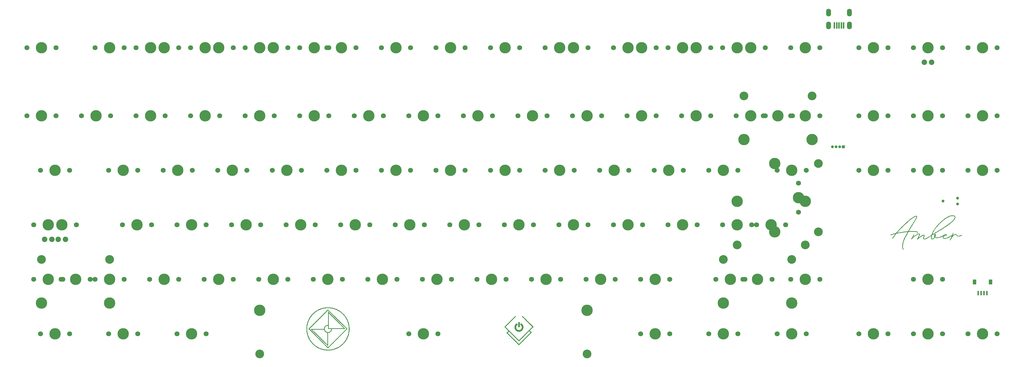
<source format=gbr>
%TF.GenerationSoftware,KiCad,Pcbnew,(5.1.10)-1*%
%TF.CreationDate,2022-05-13T21:41:30+07:00*%
%TF.ProjectId,solder,736f6c64-6572-42e6-9b69-6361645f7063,rev?*%
%TF.SameCoordinates,Original*%
%TF.FileFunction,Soldermask,Top*%
%TF.FilePolarity,Negative*%
%FSLAX46Y46*%
G04 Gerber Fmt 4.6, Leading zero omitted, Abs format (unit mm)*
G04 Created by KiCad (PCBNEW (5.1.10)-1) date 2022-05-13 21:41:30*
%MOMM*%
%LPD*%
G01*
G04 APERTURE LIST*
%ADD10C,0.010000*%
%ADD11C,3.987800*%
%ADD12C,1.750000*%
%ADD13C,3.048000*%
%ADD14O,1.000000X1.000000*%
%ADD15R,1.000000X1.000000*%
%ADD16R,1.200000X1.800000*%
%ADD17R,0.600000X1.550000*%
%ADD18O,1.700000X2.700000*%
%ADD19R,0.500000X2.250000*%
%ADD20C,0.990600*%
%ADD21C,1.905000*%
G04 APERTURE END LIST*
D10*
%TO.C,G\u002A\u002A\u002A*%
G36*
X342125680Y-82392264D02*
G01*
X342237657Y-82401736D01*
X342336340Y-82416467D01*
X342411647Y-82434424D01*
X342514141Y-82473772D01*
X342602351Y-82526729D01*
X342676602Y-82593721D01*
X342737221Y-82675176D01*
X342784532Y-82771521D01*
X342818862Y-82883185D01*
X342838609Y-82994584D01*
X342842546Y-83101626D01*
X342828537Y-83216470D01*
X342796956Y-83338129D01*
X342748178Y-83465617D01*
X342682577Y-83597947D01*
X342600530Y-83734134D01*
X342507082Y-83866996D01*
X342448743Y-83942803D01*
X342390156Y-84015000D01*
X342328221Y-84087113D01*
X342259841Y-84162667D01*
X342181916Y-84245190D01*
X342107107Y-84322178D01*
X341971457Y-84457054D01*
X341827281Y-84593822D01*
X341673935Y-84732962D01*
X341510771Y-84874959D01*
X341337146Y-85020296D01*
X341152412Y-85169453D01*
X340955924Y-85322915D01*
X340747036Y-85481165D01*
X340525103Y-85644684D01*
X340289479Y-85813956D01*
X340039518Y-85989463D01*
X339774575Y-86171689D01*
X339494003Y-86361115D01*
X339197157Y-86558225D01*
X338883391Y-86763501D01*
X338574562Y-86962979D01*
X338081094Y-87277372D01*
X337598394Y-87579779D01*
X337127020Y-87869865D01*
X336667529Y-88147297D01*
X336220481Y-88411739D01*
X335786433Y-88662856D01*
X335365943Y-88900316D01*
X335079584Y-89058440D01*
X335000876Y-89101519D01*
X334927846Y-89141573D01*
X334862392Y-89177553D01*
X334806413Y-89208414D01*
X334761806Y-89233106D01*
X334730470Y-89250584D01*
X334714304Y-89259800D01*
X334712506Y-89260943D01*
X334707558Y-89273221D01*
X334699016Y-89302118D01*
X334687657Y-89344413D01*
X334674257Y-89396880D01*
X334659593Y-89456296D01*
X334644441Y-89519436D01*
X334629579Y-89583078D01*
X334615782Y-89643996D01*
X334603827Y-89698967D01*
X334594490Y-89744767D01*
X334589821Y-89770280D01*
X334571507Y-89894833D01*
X334559305Y-90013437D01*
X334553192Y-90123976D01*
X334553146Y-90224333D01*
X334559144Y-90312393D01*
X334571162Y-90386040D01*
X334589177Y-90443158D01*
X334597320Y-90459612D01*
X334635803Y-90508956D01*
X334685870Y-90543208D01*
X334745945Y-90562762D01*
X334814455Y-90568011D01*
X334889825Y-90559347D01*
X334970480Y-90537164D01*
X335054846Y-90501854D01*
X335141348Y-90453810D01*
X335228412Y-90393426D01*
X335314462Y-90321094D01*
X335370202Y-90266726D01*
X335417827Y-90214275D01*
X335464690Y-90156860D01*
X335508201Y-90098195D01*
X335545771Y-90041991D01*
X335574808Y-89991962D01*
X335592725Y-89951820D01*
X335594967Y-89944499D01*
X335600361Y-89912202D01*
X335598767Y-89876392D01*
X335589470Y-89832726D01*
X335571754Y-89776863D01*
X335563624Y-89754150D01*
X335529823Y-89647854D01*
X335509195Y-89547165D01*
X335500221Y-89443653D01*
X335499557Y-89398550D01*
X335501147Y-89367353D01*
X335666081Y-89367353D01*
X335667049Y-89438598D01*
X335671730Y-89506205D01*
X335680014Y-89562324D01*
X335680109Y-89562773D01*
X335692076Y-89609888D01*
X335705932Y-89649854D01*
X335720002Y-89678724D01*
X335732613Y-89692547D01*
X335735400Y-89693190D01*
X335743628Y-89684639D01*
X335756635Y-89662348D01*
X335769935Y-89634770D01*
X335795064Y-89568971D01*
X335815091Y-89497632D01*
X335829911Y-89423663D01*
X335839417Y-89349977D01*
X335843502Y-89279482D01*
X335842063Y-89215091D01*
X335834990Y-89159713D01*
X335822180Y-89116260D01*
X335803526Y-89087641D01*
X335790190Y-89079065D01*
X335766091Y-89079836D01*
X335741029Y-89097899D01*
X335716943Y-89130435D01*
X335695776Y-89174623D01*
X335679468Y-89227645D01*
X335675718Y-89245351D01*
X335668935Y-89300320D01*
X335666081Y-89367353D01*
X335501147Y-89367353D01*
X335505177Y-89288338D01*
X335521105Y-89192796D01*
X335547069Y-89112881D01*
X335582802Y-89049547D01*
X335605228Y-89023411D01*
X335652379Y-88987430D01*
X335710353Y-88960232D01*
X335774282Y-88942588D01*
X335839298Y-88935266D01*
X335900531Y-88939037D01*
X335953113Y-88954671D01*
X335972103Y-88965403D01*
X335996720Y-88987466D01*
X336014430Y-89017106D01*
X336026116Y-89057413D01*
X336032661Y-89111477D01*
X336034950Y-89182387D01*
X336034964Y-89185190D01*
X336032607Y-89269506D01*
X336024128Y-89349510D01*
X336008510Y-89429256D01*
X335984737Y-89512798D01*
X335951795Y-89604188D01*
X335908668Y-89707482D01*
X335898189Y-89731139D01*
X335876840Y-89779460D01*
X335858835Y-89821210D01*
X335845654Y-89852877D01*
X335838779Y-89870949D01*
X335838127Y-89873582D01*
X335846422Y-89882529D01*
X335868736Y-89898737D01*
X335901212Y-89919805D01*
X335939991Y-89943333D01*
X335981215Y-89966920D01*
X336021027Y-89988166D01*
X336027726Y-89991547D01*
X336122523Y-90029112D01*
X336232668Y-90055415D01*
X336356777Y-90070723D01*
X336493466Y-90075304D01*
X336641351Y-90069424D01*
X336799047Y-90053351D01*
X336965170Y-90027353D01*
X337138335Y-89991695D01*
X337317159Y-89946646D01*
X337500257Y-89892472D01*
X337686245Y-89829441D01*
X337873738Y-89757820D01*
X338061353Y-89677877D01*
X338247704Y-89589877D01*
X338332871Y-89546635D01*
X338536222Y-89434876D01*
X338567233Y-89415898D01*
X338951900Y-89415898D01*
X338954461Y-89418870D01*
X338966957Y-89417869D01*
X338996412Y-89415081D01*
X339039577Y-89410827D01*
X339093200Y-89405427D01*
X339154032Y-89399202D01*
X339161055Y-89398478D01*
X339263428Y-89386932D01*
X339347928Y-89374982D01*
X339417000Y-89361928D01*
X339473090Y-89347073D01*
X339518641Y-89329716D01*
X339556100Y-89309160D01*
X339587911Y-89284705D01*
X339600348Y-89272930D01*
X339635670Y-89228765D01*
X339658874Y-89181176D01*
X339669167Y-89134173D01*
X339665757Y-89091764D01*
X339647851Y-89057961D01*
X339643679Y-89053704D01*
X339607913Y-89033467D01*
X339559243Y-89025858D01*
X339500206Y-89030296D01*
X339433340Y-89046199D01*
X339361180Y-89072987D01*
X339286264Y-89110077D01*
X339220126Y-89150743D01*
X339190194Y-89173042D01*
X339154721Y-89202758D01*
X339116096Y-89237477D01*
X339076706Y-89274791D01*
X339038942Y-89312289D01*
X339005190Y-89347559D01*
X338977840Y-89378191D01*
X338959281Y-89401775D01*
X338951900Y-89415898D01*
X338567233Y-89415898D01*
X338731353Y-89315464D01*
X338906447Y-89196243D01*
X339006100Y-89125721D01*
X339092956Y-89067157D01*
X339169528Y-89019151D01*
X339238329Y-88980301D01*
X339301872Y-88949204D01*
X339362669Y-88924460D01*
X339423234Y-88904666D01*
X339435246Y-88901260D01*
X339522902Y-88884061D01*
X339603070Y-88882275D01*
X339674201Y-88895060D01*
X339734747Y-88921573D01*
X339783159Y-88960974D01*
X339817890Y-89012420D01*
X339837391Y-89075070D01*
X339841167Y-89121976D01*
X339831519Y-89202592D01*
X339802512Y-89277207D01*
X339754048Y-89346064D01*
X339748885Y-89351816D01*
X339700683Y-89398973D01*
X339648049Y-89438708D01*
X339588926Y-89471618D01*
X339521258Y-89498298D01*
X339442991Y-89519344D01*
X339352067Y-89535350D01*
X339246432Y-89546911D01*
X339124029Y-89554624D01*
X339037632Y-89557767D01*
X338808138Y-89564250D01*
X338775135Y-89664937D01*
X338743789Y-89776425D01*
X338724003Y-89887084D01*
X338714610Y-90004575D01*
X338713445Y-90069497D01*
X338715058Y-90140610D01*
X338720898Y-90195215D01*
X338732395Y-90236928D01*
X338750979Y-90269366D01*
X338778079Y-90296147D01*
X338812080Y-90319089D01*
X338851249Y-90339270D01*
X338893856Y-90354166D01*
X338943582Y-90364416D01*
X339004105Y-90370658D01*
X339079107Y-90373533D01*
X339127817Y-90373910D01*
X339247712Y-90370260D01*
X339368488Y-90358964D01*
X339491845Y-90339500D01*
X339619482Y-90311346D01*
X339753098Y-90273981D01*
X339894391Y-90226884D01*
X340045062Y-90169534D01*
X340206809Y-90101409D01*
X340381331Y-90021987D01*
X340567607Y-89932092D01*
X340727560Y-89851183D01*
X340882750Y-89769047D01*
X341031635Y-89686650D01*
X341172673Y-89604957D01*
X341304322Y-89524934D01*
X341425040Y-89447545D01*
X341533285Y-89373757D01*
X341627515Y-89304533D01*
X341706188Y-89240841D01*
X341767763Y-89183643D01*
X341774677Y-89176476D01*
X341806427Y-89139451D01*
X341836153Y-89096558D01*
X341864975Y-89045437D01*
X341894013Y-88983730D01*
X341924385Y-88909075D01*
X341957212Y-88819111D01*
X341989845Y-88722910D01*
X342010877Y-88661038D01*
X342031060Y-88604900D01*
X342049156Y-88557692D01*
X342063927Y-88522614D01*
X342074134Y-88502861D01*
X342075921Y-88500596D01*
X342101803Y-88487385D01*
X342133239Y-88491889D01*
X342167078Y-88513462D01*
X342175032Y-88520931D01*
X342191568Y-88541166D01*
X342197028Y-88562389D01*
X342194940Y-88589678D01*
X342190584Y-88614609D01*
X342183476Y-88644328D01*
X342173090Y-88680256D01*
X342158904Y-88723815D01*
X342140394Y-88776423D01*
X342117035Y-88839502D01*
X342088303Y-88914472D01*
X342053675Y-89002753D01*
X342012626Y-89105767D01*
X341964634Y-89224933D01*
X341920278Y-89334352D01*
X341892359Y-89403278D01*
X341867118Y-89465996D01*
X341845522Y-89520067D01*
X341828542Y-89563047D01*
X341817148Y-89592496D01*
X341812308Y-89605973D01*
X341812207Y-89606489D01*
X341816412Y-89609455D01*
X341829758Y-89602265D01*
X341853339Y-89584026D01*
X341888249Y-89553845D01*
X341935584Y-89510828D01*
X341979847Y-89469650D01*
X342097931Y-89362296D01*
X342207536Y-89269761D01*
X342311475Y-89189971D01*
X342412564Y-89120854D01*
X342513618Y-89060336D01*
X342592141Y-89018813D01*
X342681416Y-88976287D01*
X342758253Y-88944878D01*
X342826421Y-88923445D01*
X342889689Y-88910848D01*
X342951828Y-88905948D01*
X342965897Y-88905790D01*
X343011806Y-88906418D01*
X343045389Y-88909528D01*
X343074630Y-88916952D01*
X343107512Y-88930527D01*
X343138617Y-88945479D01*
X343210356Y-88989351D01*
X343283983Y-89050553D01*
X343356930Y-89126593D01*
X343426629Y-89214975D01*
X343448294Y-89246150D01*
X343517193Y-89340290D01*
X343585611Y-89415692D01*
X343656105Y-89473709D01*
X343731229Y-89515694D01*
X343813541Y-89543000D01*
X343905595Y-89556981D01*
X344009948Y-89558991D01*
X344036971Y-89557849D01*
X344225614Y-89538010D01*
X344409293Y-89498502D01*
X344588104Y-89439292D01*
X344762143Y-89360348D01*
X344931505Y-89261640D01*
X344931541Y-89261616D01*
X344988999Y-89224806D01*
X345032658Y-89198490D01*
X345065345Y-89181484D01*
X345089886Y-89172600D01*
X345109110Y-89170652D01*
X345125844Y-89174454D01*
X345132452Y-89177309D01*
X345156855Y-89198081D01*
X345164230Y-89227043D01*
X345154538Y-89261239D01*
X345133926Y-89291001D01*
X345100411Y-89322515D01*
X345051312Y-89359681D01*
X344989910Y-89400592D01*
X344919484Y-89443340D01*
X344843313Y-89486020D01*
X344764676Y-89526725D01*
X344686853Y-89563548D01*
X344613124Y-89594583D01*
X344609084Y-89596149D01*
X344471386Y-89642828D01*
X344333984Y-89675785D01*
X344191446Y-89695985D01*
X344038342Y-89704393D01*
X343998104Y-89704766D01*
X343903477Y-89702850D01*
X343824245Y-89696331D01*
X343755843Y-89684387D01*
X343693700Y-89666200D01*
X343633250Y-89640949D01*
X343627711Y-89638289D01*
X343584854Y-89615480D01*
X343544838Y-89589230D01*
X343505100Y-89557157D01*
X343463076Y-89516880D01*
X343416201Y-89466016D01*
X343361910Y-89402185D01*
X343325307Y-89357409D01*
X343259868Y-89278222D01*
X343203694Y-89214500D01*
X343154853Y-89164754D01*
X343111414Y-89127492D01*
X343071446Y-89101222D01*
X343033016Y-89084453D01*
X342994193Y-89075695D01*
X342957434Y-89073430D01*
X342914030Y-89076573D01*
X342869421Y-89084543D01*
X342851422Y-89089566D01*
X342788072Y-89114570D01*
X342712957Y-89150794D01*
X342629627Y-89196107D01*
X342541633Y-89248375D01*
X342452526Y-89305465D01*
X342365855Y-89365244D01*
X342285172Y-89425579D01*
X342263610Y-89442708D01*
X342181471Y-89514433D01*
X342092191Y-89602469D01*
X341997430Y-89704813D01*
X341898853Y-89819462D01*
X341798123Y-89944413D01*
X341696901Y-90077665D01*
X341596851Y-90217215D01*
X341499637Y-90361060D01*
X341494470Y-90368957D01*
X341462927Y-90417796D01*
X341433694Y-90464427D01*
X341405031Y-90511884D01*
X341375194Y-90563198D01*
X341342442Y-90621401D01*
X341305033Y-90689524D01*
X341261225Y-90770600D01*
X341226786Y-90834874D01*
X341184418Y-90910224D01*
X341145842Y-90970959D01*
X341111885Y-91015991D01*
X341083371Y-91044234D01*
X341061125Y-91054600D01*
X341060079Y-91054630D01*
X341040430Y-91046871D01*
X341025383Y-91032049D01*
X341013400Y-91009808D01*
X341009567Y-90994761D01*
X341013996Y-90973478D01*
X341026958Y-90935102D01*
X341047962Y-90880748D01*
X341076521Y-90811530D01*
X341112145Y-90728563D01*
X341154345Y-90632962D01*
X341202631Y-90525840D01*
X341256514Y-90408313D01*
X341315505Y-90281496D01*
X341379115Y-90146502D01*
X341414925Y-90071201D01*
X341453636Y-89989324D01*
X341492042Y-89906747D01*
X341528994Y-89826048D01*
X341563345Y-89749809D01*
X341593945Y-89680610D01*
X341619648Y-89621031D01*
X341639304Y-89573652D01*
X341651766Y-89541054D01*
X341654349Y-89533170D01*
X341655683Y-89514385D01*
X341648636Y-89510310D01*
X341632359Y-89515379D01*
X341602139Y-89529374D01*
X341561281Y-89550479D01*
X341513092Y-89576875D01*
X341460875Y-89606746D01*
X341407936Y-89638274D01*
X341357580Y-89669642D01*
X341349927Y-89674561D01*
X341100014Y-89829268D01*
X340850666Y-89970373D01*
X340603240Y-90097285D01*
X340359097Y-90209416D01*
X340119594Y-90306176D01*
X339886090Y-90386977D01*
X339659944Y-90451229D01*
X339455087Y-90496048D01*
X339384629Y-90506821D01*
X339304958Y-90515286D01*
X339221210Y-90521222D01*
X339138522Y-90524404D01*
X339062032Y-90524607D01*
X338996876Y-90521608D01*
X338961338Y-90517574D01*
X338850231Y-90493156D01*
X338754909Y-90457295D01*
X338675752Y-90410254D01*
X338613140Y-90352298D01*
X338567452Y-90283690D01*
X338545351Y-90228184D01*
X338528466Y-90145307D01*
X338523302Y-90049895D01*
X338529615Y-89945837D01*
X338547163Y-89837022D01*
X338575703Y-89727338D01*
X338576934Y-89723417D01*
X338588641Y-89682181D01*
X338595021Y-89650581D01*
X338595291Y-89632791D01*
X338594299Y-89630978D01*
X338579571Y-89627716D01*
X338550061Y-89633204D01*
X338505099Y-89647674D01*
X338444015Y-89671354D01*
X338366140Y-89704474D01*
X338319323Y-89725262D01*
X338152311Y-89799246D01*
X338000381Y-89864253D01*
X337860891Y-89921246D01*
X337731201Y-89971189D01*
X337608668Y-90015044D01*
X337490652Y-90053775D01*
X337374510Y-90088345D01*
X337257603Y-90119716D01*
X337194487Y-90135361D01*
X336998694Y-90177927D01*
X336816038Y-90207751D01*
X336644062Y-90225125D01*
X336480313Y-90230340D01*
X336408170Y-90228779D01*
X336280119Y-90220119D01*
X336166938Y-90204008D01*
X336064201Y-90179358D01*
X335967479Y-90145081D01*
X335872344Y-90100088D01*
X335862045Y-90094578D01*
X335822237Y-90074419D01*
X335786565Y-90058788D01*
X335760441Y-90049951D01*
X335752800Y-90048790D01*
X335738805Y-90052293D01*
X335723129Y-90064650D01*
X335703144Y-90088631D01*
X335676224Y-90127009D01*
X335670408Y-90135706D01*
X335620686Y-90203225D01*
X335557727Y-90277591D01*
X335485521Y-90354867D01*
X335408053Y-90431119D01*
X335329312Y-90502410D01*
X335253284Y-90564805D01*
X335188320Y-90611524D01*
X335113225Y-90651574D01*
X335024818Y-90683388D01*
X334928920Y-90705565D01*
X334831353Y-90716706D01*
X334751617Y-90716465D01*
X334668083Y-90705984D01*
X334598328Y-90685238D01*
X334540572Y-90652557D01*
X334493033Y-90606270D01*
X334453932Y-90544707D01*
X334421486Y-90466199D01*
X334397731Y-90384579D01*
X334390825Y-90350495D01*
X334385978Y-90309474D01*
X334382953Y-90257918D01*
X334381511Y-90192225D01*
X334381320Y-90135150D01*
X334382399Y-90050766D01*
X334385708Y-89975413D01*
X334391877Y-89903951D01*
X334401535Y-89831238D01*
X334415313Y-89752132D01*
X334433839Y-89661493D01*
X334446255Y-89604978D01*
X334456919Y-89554354D01*
X334464847Y-89510852D01*
X334469442Y-89478272D01*
X334470103Y-89460412D01*
X334469365Y-89458405D01*
X334459026Y-89461575D01*
X334434956Y-89475043D01*
X334399833Y-89497122D01*
X334356335Y-89526124D01*
X334307140Y-89560363D01*
X334303967Y-89562617D01*
X334092760Y-89710296D01*
X333886446Y-89849500D01*
X333685933Y-89979731D01*
X333492130Y-90100490D01*
X333305944Y-90211276D01*
X333128284Y-90311590D01*
X332960059Y-90400933D01*
X332802177Y-90478805D01*
X332655547Y-90544706D01*
X332521077Y-90598138D01*
X332399674Y-90638600D01*
X332301584Y-90663674D01*
X332195176Y-90680602D01*
X332091826Y-90686549D01*
X331994326Y-90681881D01*
X331905463Y-90666966D01*
X331828030Y-90642172D01*
X331764814Y-90607867D01*
X331742375Y-90589992D01*
X331706086Y-90543583D01*
X331682904Y-90482002D01*
X331672891Y-90405657D01*
X331676107Y-90314953D01*
X331688497Y-90231003D01*
X331699723Y-90177534D01*
X331713631Y-90122899D01*
X331731281Y-90063828D01*
X331753732Y-89997055D01*
X331782046Y-89919311D01*
X331817283Y-89827328D01*
X331830022Y-89794790D01*
X331862746Y-89710511D01*
X331888386Y-89641806D01*
X331907936Y-89585600D01*
X331922387Y-89538820D01*
X331932732Y-89498392D01*
X331939962Y-89461243D01*
X331942033Y-89447813D01*
X331945205Y-89405732D01*
X331938807Y-89375923D01*
X331920227Y-89355702D01*
X331886854Y-89342385D01*
X331836077Y-89333289D01*
X331829830Y-89332494D01*
X331762771Y-89332511D01*
X331682884Y-89347255D01*
X331590874Y-89376293D01*
X331487443Y-89419190D01*
X331373294Y-89475513D01*
X331249130Y-89544828D01*
X331115654Y-89626702D01*
X330973568Y-89720701D01*
X330823576Y-89826390D01*
X330666380Y-89943337D01*
X330502684Y-90071108D01*
X330333190Y-90209269D01*
X330158601Y-90357385D01*
X330133287Y-90379331D01*
X330026206Y-90471727D01*
X329932748Y-90550832D01*
X329851871Y-90617419D01*
X329782534Y-90672263D01*
X329723693Y-90716136D01*
X329674307Y-90749812D01*
X329633333Y-90774066D01*
X329599729Y-90789670D01*
X329572454Y-90797399D01*
X329569535Y-90797837D01*
X329541508Y-90799512D01*
X329527079Y-90793713D01*
X329522577Y-90786161D01*
X329524372Y-90768972D01*
X329536030Y-90735564D01*
X329556973Y-90687152D01*
X329586621Y-90624950D01*
X329624398Y-90550170D01*
X329669724Y-90464028D01*
X329721420Y-90368830D01*
X329787475Y-90246562D01*
X329853008Y-90120940D01*
X329917214Y-89993780D01*
X329979283Y-89866899D01*
X330038409Y-89742112D01*
X330093783Y-89621237D01*
X330144598Y-89506090D01*
X330190045Y-89398487D01*
X330229319Y-89300245D01*
X330261609Y-89213179D01*
X330286110Y-89139108D01*
X330302013Y-89079847D01*
X330307174Y-89051538D01*
X330307314Y-88998908D01*
X330294840Y-88951212D01*
X330271675Y-88913489D01*
X330247170Y-88894100D01*
X330205563Y-88882627D01*
X330149023Y-88882756D01*
X330079030Y-88894113D01*
X329997067Y-88916324D01*
X329904615Y-88949014D01*
X329803156Y-88991810D01*
X329737047Y-89022928D01*
X329583425Y-89103636D01*
X329418927Y-89200958D01*
X329243945Y-89314601D01*
X329058876Y-89444274D01*
X328864112Y-89589683D01*
X328660049Y-89750535D01*
X328447082Y-89926538D01*
X328225604Y-90117398D01*
X328044490Y-90278842D01*
X327960825Y-90354047D01*
X327881919Y-90424150D01*
X327809364Y-90487777D01*
X327744753Y-90543559D01*
X327689680Y-90590126D01*
X327645737Y-90626105D01*
X327614517Y-90650126D01*
X327606666Y-90655605D01*
X327572857Y-90672663D01*
X327548766Y-90674010D01*
X327534666Y-90667046D01*
X327525428Y-90655798D01*
X327521552Y-90639150D01*
X327523534Y-90615985D01*
X327531872Y-90585186D01*
X327547065Y-90545637D01*
X327569610Y-90496221D01*
X327600005Y-90435822D01*
X327638749Y-90363323D01*
X327686338Y-90277607D01*
X327743271Y-90177558D01*
X327810045Y-90062060D01*
X327859256Y-89977670D01*
X327908961Y-89892196D01*
X327960596Y-89802594D01*
X328011982Y-89712702D01*
X328060939Y-89626355D01*
X328105289Y-89547392D01*
X328142852Y-89479648D01*
X328162153Y-89444270D01*
X328215776Y-89345568D01*
X328261038Y-89263496D01*
X328298879Y-89196615D01*
X328330239Y-89143486D01*
X328356057Y-89102673D01*
X328377272Y-89072737D01*
X328394824Y-89052239D01*
X328409652Y-89039743D01*
X328422696Y-89033809D01*
X328430964Y-89032790D01*
X328453970Y-89041849D01*
X328474954Y-89065224D01*
X328486686Y-89090695D01*
X328487314Y-89118494D01*
X328477865Y-89161697D01*
X328459165Y-89218559D01*
X328432040Y-89287336D01*
X328397315Y-89366286D01*
X328355817Y-89453662D01*
X328308372Y-89547723D01*
X328255805Y-89646724D01*
X328198942Y-89748920D01*
X328138609Y-89852568D01*
X328081071Y-89947190D01*
X328047923Y-90000551D01*
X328024145Y-90038958D01*
X328008404Y-90064728D01*
X327999363Y-90080178D01*
X327995689Y-90087625D01*
X327996046Y-90089387D01*
X327999100Y-90087779D01*
X328000657Y-90086788D01*
X328013494Y-90077382D01*
X328040309Y-90056724D01*
X328079237Y-90026292D01*
X328128415Y-89987561D01*
X328185978Y-89942008D01*
X328250065Y-89891109D01*
X328318811Y-89836339D01*
X328390352Y-89779176D01*
X328462825Y-89721095D01*
X328498736Y-89692246D01*
X328709377Y-89526269D01*
X328908977Y-89375925D01*
X329097370Y-89241321D01*
X329274391Y-89122568D01*
X329439875Y-89019775D01*
X329593656Y-88933052D01*
X329735569Y-88862507D01*
X329784754Y-88840649D01*
X329910137Y-88791178D01*
X330021972Y-88756319D01*
X330120808Y-88736051D01*
X330207194Y-88730352D01*
X330281678Y-88739201D01*
X330344811Y-88762576D01*
X330397141Y-88800454D01*
X330411814Y-88815769D01*
X330444147Y-88855603D01*
X330466286Y-88892320D01*
X330478766Y-88929922D01*
X330482122Y-88972410D01*
X330476890Y-89023786D01*
X330463605Y-89088051D01*
X330453607Y-89128221D01*
X330418449Y-89247717D01*
X330370614Y-89382754D01*
X330310209Y-89533074D01*
X330237338Y-89698421D01*
X330152108Y-89878538D01*
X330110706Y-89962430D01*
X330063965Y-90056862D01*
X330024528Y-90138267D01*
X329992800Y-90205747D01*
X329969189Y-90258408D01*
X329954102Y-90295356D01*
X329947948Y-90315694D01*
X329948313Y-90319323D01*
X329958136Y-90315185D01*
X329982025Y-90298686D01*
X330018732Y-90270823D01*
X330067009Y-90232590D01*
X330125608Y-90184983D01*
X330193281Y-90128997D01*
X330268778Y-90065628D01*
X330306007Y-90034090D01*
X330459352Y-89907777D01*
X330616830Y-89785548D01*
X330774939Y-89669906D01*
X330930178Y-89563353D01*
X331079045Y-89468389D01*
X331185791Y-89405495D01*
X331327423Y-89329816D01*
X331459449Y-89268255D01*
X331581332Y-89220920D01*
X331692534Y-89187919D01*
X331792518Y-89169362D01*
X331880747Y-89165357D01*
X331956684Y-89176014D01*
X332019791Y-89201440D01*
X332057032Y-89229000D01*
X332080861Y-89255013D01*
X332098646Y-89284177D01*
X332110208Y-89318170D01*
X332115366Y-89358668D01*
X332113941Y-89407350D01*
X332105754Y-89465893D01*
X332090625Y-89535975D01*
X332068374Y-89619273D01*
X332038823Y-89717465D01*
X332001791Y-89832228D01*
X331988044Y-89873584D01*
X331949718Y-89989888D01*
X331918405Y-90089017D01*
X331893760Y-90172739D01*
X331875442Y-90242823D01*
X331863107Y-90301034D01*
X331856412Y-90349142D01*
X331855013Y-90388913D01*
X331858568Y-90422114D01*
X331866733Y-90450515D01*
X331873202Y-90465004D01*
X331896094Y-90498795D01*
X331926932Y-90521661D01*
X331969074Y-90535005D01*
X332025878Y-90540230D01*
X332053527Y-90540360D01*
X332172577Y-90532520D01*
X332299037Y-90511830D01*
X332433493Y-90478020D01*
X332576531Y-90430825D01*
X332728738Y-90369976D01*
X332890700Y-90295205D01*
X333063003Y-90206246D01*
X333246233Y-90102830D01*
X333440977Y-89984691D01*
X333647821Y-89851560D01*
X333826447Y-89731311D01*
X333953665Y-89643325D01*
X334064912Y-89564610D01*
X334161668Y-89494029D01*
X334245414Y-89430444D01*
X334317630Y-89372720D01*
X334379799Y-89319718D01*
X334433399Y-89270302D01*
X334456676Y-89247364D01*
X334498753Y-89203929D01*
X334533371Y-89165098D01*
X334562623Y-89127385D01*
X334588603Y-89087304D01*
X334613406Y-89041367D01*
X334639125Y-88986089D01*
X334647248Y-88966831D01*
X334833287Y-88966831D01*
X334838850Y-88980602D01*
X334844091Y-88981990D01*
X334856742Y-88977497D01*
X334883999Y-88965092D01*
X334922516Y-88946385D01*
X334968950Y-88922984D01*
X334999299Y-88907318D01*
X335102956Y-88852315D01*
X335222365Y-88787124D01*
X335356188Y-88712545D01*
X335503085Y-88629378D01*
X335661717Y-88538424D01*
X335830746Y-88440484D01*
X336008831Y-88336359D01*
X336194634Y-88226849D01*
X336386816Y-88112755D01*
X336584036Y-87994878D01*
X336784958Y-87874018D01*
X336988240Y-87750976D01*
X337192544Y-87626553D01*
X337396530Y-87501549D01*
X337598860Y-87376765D01*
X337798195Y-87253002D01*
X337993195Y-87131060D01*
X338182520Y-87011740D01*
X338364833Y-86895844D01*
X338383207Y-86884102D01*
X338767995Y-86635938D01*
X339134076Y-86395426D01*
X339481537Y-86162493D01*
X339810464Y-85937066D01*
X340120944Y-85719074D01*
X340413066Y-85508445D01*
X340686915Y-85305105D01*
X340942579Y-85108982D01*
X341180145Y-84920004D01*
X341399700Y-84738099D01*
X341601332Y-84563195D01*
X341785127Y-84395218D01*
X341951172Y-84234097D01*
X342099555Y-84079759D01*
X342230363Y-83932132D01*
X342343682Y-83791144D01*
X342439600Y-83656722D01*
X342518204Y-83528794D01*
X342579582Y-83407287D01*
X342585895Y-83392898D01*
X342617325Y-83314504D01*
X342639106Y-83245326D01*
X342653125Y-83177855D01*
X342661268Y-83104577D01*
X342662374Y-83088298D01*
X342661151Y-82978554D01*
X342643278Y-82880308D01*
X342608945Y-82793687D01*
X342558342Y-82718819D01*
X342491661Y-82655831D01*
X342409091Y-82604849D01*
X342310823Y-82566002D01*
X342197046Y-82539415D01*
X342067952Y-82525216D01*
X341923731Y-82523533D01*
X341824842Y-82528982D01*
X341592043Y-82556485D01*
X341354054Y-82602912D01*
X341110802Y-82668305D01*
X340862212Y-82752703D01*
X340608210Y-82856144D01*
X340348722Y-82978668D01*
X340083675Y-83120314D01*
X339812994Y-83281122D01*
X339536605Y-83461131D01*
X339254434Y-83660380D01*
X338966408Y-83878908D01*
X338672451Y-84116755D01*
X338408756Y-84342115D01*
X338228058Y-84503025D01*
X338038728Y-84676749D01*
X337843573Y-84860498D01*
X337645396Y-85051480D01*
X337447002Y-85246907D01*
X337251197Y-85443987D01*
X337060785Y-85639931D01*
X336878571Y-85831949D01*
X336707360Y-86017249D01*
X336563357Y-86177830D01*
X336270784Y-86523707D01*
X335996961Y-86876939D01*
X335741452Y-87238186D01*
X335503822Y-87608107D01*
X335283636Y-87987363D01*
X335080457Y-88376612D01*
X334995975Y-88551982D01*
X334944757Y-88662832D01*
X334903383Y-88756422D01*
X334871701Y-88833186D01*
X334849560Y-88893554D01*
X334836806Y-88937958D01*
X334833287Y-88966831D01*
X334647248Y-88966831D01*
X334667854Y-88917982D01*
X334694851Y-88850813D01*
X334739363Y-88743592D01*
X334793181Y-88622184D01*
X334854803Y-88489610D01*
X334922724Y-88348890D01*
X334995442Y-88203043D01*
X335071453Y-88055090D01*
X335149254Y-87908050D01*
X335227341Y-87764943D01*
X335296517Y-87642189D01*
X335447386Y-87391261D01*
X335615686Y-87133912D01*
X335800075Y-86871492D01*
X335999212Y-86605354D01*
X336211753Y-86336848D01*
X336436356Y-86067326D01*
X336671679Y-85798140D01*
X336916380Y-85530641D01*
X337169115Y-85266180D01*
X337428542Y-85006110D01*
X337693320Y-84751781D01*
X337962104Y-84504546D01*
X338233554Y-84265755D01*
X338506327Y-84036760D01*
X338779080Y-83818914D01*
X339050470Y-83613566D01*
X339319156Y-83422069D01*
X339583795Y-83245774D01*
X339791861Y-83116489D01*
X340011664Y-82989325D01*
X340229502Y-82872763D01*
X340443704Y-82767518D01*
X340652603Y-82674305D01*
X340854532Y-82593839D01*
X341047821Y-82526835D01*
X341230804Y-82474009D01*
X341360087Y-82444162D01*
X341482287Y-82422722D01*
X341611062Y-82406357D01*
X341743100Y-82395098D01*
X341875090Y-82388976D01*
X342003721Y-82388021D01*
X342125680Y-82392264D01*
G37*
X342125680Y-82392264D02*
X342237657Y-82401736D01*
X342336340Y-82416467D01*
X342411647Y-82434424D01*
X342514141Y-82473772D01*
X342602351Y-82526729D01*
X342676602Y-82593721D01*
X342737221Y-82675176D01*
X342784532Y-82771521D01*
X342818862Y-82883185D01*
X342838609Y-82994584D01*
X342842546Y-83101626D01*
X342828537Y-83216470D01*
X342796956Y-83338129D01*
X342748178Y-83465617D01*
X342682577Y-83597947D01*
X342600530Y-83734134D01*
X342507082Y-83866996D01*
X342448743Y-83942803D01*
X342390156Y-84015000D01*
X342328221Y-84087113D01*
X342259841Y-84162667D01*
X342181916Y-84245190D01*
X342107107Y-84322178D01*
X341971457Y-84457054D01*
X341827281Y-84593822D01*
X341673935Y-84732962D01*
X341510771Y-84874959D01*
X341337146Y-85020296D01*
X341152412Y-85169453D01*
X340955924Y-85322915D01*
X340747036Y-85481165D01*
X340525103Y-85644684D01*
X340289479Y-85813956D01*
X340039518Y-85989463D01*
X339774575Y-86171689D01*
X339494003Y-86361115D01*
X339197157Y-86558225D01*
X338883391Y-86763501D01*
X338574562Y-86962979D01*
X338081094Y-87277372D01*
X337598394Y-87579779D01*
X337127020Y-87869865D01*
X336667529Y-88147297D01*
X336220481Y-88411739D01*
X335786433Y-88662856D01*
X335365943Y-88900316D01*
X335079584Y-89058440D01*
X335000876Y-89101519D01*
X334927846Y-89141573D01*
X334862392Y-89177553D01*
X334806413Y-89208414D01*
X334761806Y-89233106D01*
X334730470Y-89250584D01*
X334714304Y-89259800D01*
X334712506Y-89260943D01*
X334707558Y-89273221D01*
X334699016Y-89302118D01*
X334687657Y-89344413D01*
X334674257Y-89396880D01*
X334659593Y-89456296D01*
X334644441Y-89519436D01*
X334629579Y-89583078D01*
X334615782Y-89643996D01*
X334603827Y-89698967D01*
X334594490Y-89744767D01*
X334589821Y-89770280D01*
X334571507Y-89894833D01*
X334559305Y-90013437D01*
X334553192Y-90123976D01*
X334553146Y-90224333D01*
X334559144Y-90312393D01*
X334571162Y-90386040D01*
X334589177Y-90443158D01*
X334597320Y-90459612D01*
X334635803Y-90508956D01*
X334685870Y-90543208D01*
X334745945Y-90562762D01*
X334814455Y-90568011D01*
X334889825Y-90559347D01*
X334970480Y-90537164D01*
X335054846Y-90501854D01*
X335141348Y-90453810D01*
X335228412Y-90393426D01*
X335314462Y-90321094D01*
X335370202Y-90266726D01*
X335417827Y-90214275D01*
X335464690Y-90156860D01*
X335508201Y-90098195D01*
X335545771Y-90041991D01*
X335574808Y-89991962D01*
X335592725Y-89951820D01*
X335594967Y-89944499D01*
X335600361Y-89912202D01*
X335598767Y-89876392D01*
X335589470Y-89832726D01*
X335571754Y-89776863D01*
X335563624Y-89754150D01*
X335529823Y-89647854D01*
X335509195Y-89547165D01*
X335500221Y-89443653D01*
X335499557Y-89398550D01*
X335501147Y-89367353D01*
X335666081Y-89367353D01*
X335667049Y-89438598D01*
X335671730Y-89506205D01*
X335680014Y-89562324D01*
X335680109Y-89562773D01*
X335692076Y-89609888D01*
X335705932Y-89649854D01*
X335720002Y-89678724D01*
X335732613Y-89692547D01*
X335735400Y-89693190D01*
X335743628Y-89684639D01*
X335756635Y-89662348D01*
X335769935Y-89634770D01*
X335795064Y-89568971D01*
X335815091Y-89497632D01*
X335829911Y-89423663D01*
X335839417Y-89349977D01*
X335843502Y-89279482D01*
X335842063Y-89215091D01*
X335834990Y-89159713D01*
X335822180Y-89116260D01*
X335803526Y-89087641D01*
X335790190Y-89079065D01*
X335766091Y-89079836D01*
X335741029Y-89097899D01*
X335716943Y-89130435D01*
X335695776Y-89174623D01*
X335679468Y-89227645D01*
X335675718Y-89245351D01*
X335668935Y-89300320D01*
X335666081Y-89367353D01*
X335501147Y-89367353D01*
X335505177Y-89288338D01*
X335521105Y-89192796D01*
X335547069Y-89112881D01*
X335582802Y-89049547D01*
X335605228Y-89023411D01*
X335652379Y-88987430D01*
X335710353Y-88960232D01*
X335774282Y-88942588D01*
X335839298Y-88935266D01*
X335900531Y-88939037D01*
X335953113Y-88954671D01*
X335972103Y-88965403D01*
X335996720Y-88987466D01*
X336014430Y-89017106D01*
X336026116Y-89057413D01*
X336032661Y-89111477D01*
X336034950Y-89182387D01*
X336034964Y-89185190D01*
X336032607Y-89269506D01*
X336024128Y-89349510D01*
X336008510Y-89429256D01*
X335984737Y-89512798D01*
X335951795Y-89604188D01*
X335908668Y-89707482D01*
X335898189Y-89731139D01*
X335876840Y-89779460D01*
X335858835Y-89821210D01*
X335845654Y-89852877D01*
X335838779Y-89870949D01*
X335838127Y-89873582D01*
X335846422Y-89882529D01*
X335868736Y-89898737D01*
X335901212Y-89919805D01*
X335939991Y-89943333D01*
X335981215Y-89966920D01*
X336021027Y-89988166D01*
X336027726Y-89991547D01*
X336122523Y-90029112D01*
X336232668Y-90055415D01*
X336356777Y-90070723D01*
X336493466Y-90075304D01*
X336641351Y-90069424D01*
X336799047Y-90053351D01*
X336965170Y-90027353D01*
X337138335Y-89991695D01*
X337317159Y-89946646D01*
X337500257Y-89892472D01*
X337686245Y-89829441D01*
X337873738Y-89757820D01*
X338061353Y-89677877D01*
X338247704Y-89589877D01*
X338332871Y-89546635D01*
X338536222Y-89434876D01*
X338567233Y-89415898D01*
X338951900Y-89415898D01*
X338954461Y-89418870D01*
X338966957Y-89417869D01*
X338996412Y-89415081D01*
X339039577Y-89410827D01*
X339093200Y-89405427D01*
X339154032Y-89399202D01*
X339161055Y-89398478D01*
X339263428Y-89386932D01*
X339347928Y-89374982D01*
X339417000Y-89361928D01*
X339473090Y-89347073D01*
X339518641Y-89329716D01*
X339556100Y-89309160D01*
X339587911Y-89284705D01*
X339600348Y-89272930D01*
X339635670Y-89228765D01*
X339658874Y-89181176D01*
X339669167Y-89134173D01*
X339665757Y-89091764D01*
X339647851Y-89057961D01*
X339643679Y-89053704D01*
X339607913Y-89033467D01*
X339559243Y-89025858D01*
X339500206Y-89030296D01*
X339433340Y-89046199D01*
X339361180Y-89072987D01*
X339286264Y-89110077D01*
X339220126Y-89150743D01*
X339190194Y-89173042D01*
X339154721Y-89202758D01*
X339116096Y-89237477D01*
X339076706Y-89274791D01*
X339038942Y-89312289D01*
X339005190Y-89347559D01*
X338977840Y-89378191D01*
X338959281Y-89401775D01*
X338951900Y-89415898D01*
X338567233Y-89415898D01*
X338731353Y-89315464D01*
X338906447Y-89196243D01*
X339006100Y-89125721D01*
X339092956Y-89067157D01*
X339169528Y-89019151D01*
X339238329Y-88980301D01*
X339301872Y-88949204D01*
X339362669Y-88924460D01*
X339423234Y-88904666D01*
X339435246Y-88901260D01*
X339522902Y-88884061D01*
X339603070Y-88882275D01*
X339674201Y-88895060D01*
X339734747Y-88921573D01*
X339783159Y-88960974D01*
X339817890Y-89012420D01*
X339837391Y-89075070D01*
X339841167Y-89121976D01*
X339831519Y-89202592D01*
X339802512Y-89277207D01*
X339754048Y-89346064D01*
X339748885Y-89351816D01*
X339700683Y-89398973D01*
X339648049Y-89438708D01*
X339588926Y-89471618D01*
X339521258Y-89498298D01*
X339442991Y-89519344D01*
X339352067Y-89535350D01*
X339246432Y-89546911D01*
X339124029Y-89554624D01*
X339037632Y-89557767D01*
X338808138Y-89564250D01*
X338775135Y-89664937D01*
X338743789Y-89776425D01*
X338724003Y-89887084D01*
X338714610Y-90004575D01*
X338713445Y-90069497D01*
X338715058Y-90140610D01*
X338720898Y-90195215D01*
X338732395Y-90236928D01*
X338750979Y-90269366D01*
X338778079Y-90296147D01*
X338812080Y-90319089D01*
X338851249Y-90339270D01*
X338893856Y-90354166D01*
X338943582Y-90364416D01*
X339004105Y-90370658D01*
X339079107Y-90373533D01*
X339127817Y-90373910D01*
X339247712Y-90370260D01*
X339368488Y-90358964D01*
X339491845Y-90339500D01*
X339619482Y-90311346D01*
X339753098Y-90273981D01*
X339894391Y-90226884D01*
X340045062Y-90169534D01*
X340206809Y-90101409D01*
X340381331Y-90021987D01*
X340567607Y-89932092D01*
X340727560Y-89851183D01*
X340882750Y-89769047D01*
X341031635Y-89686650D01*
X341172673Y-89604957D01*
X341304322Y-89524934D01*
X341425040Y-89447545D01*
X341533285Y-89373757D01*
X341627515Y-89304533D01*
X341706188Y-89240841D01*
X341767763Y-89183643D01*
X341774677Y-89176476D01*
X341806427Y-89139451D01*
X341836153Y-89096558D01*
X341864975Y-89045437D01*
X341894013Y-88983730D01*
X341924385Y-88909075D01*
X341957212Y-88819111D01*
X341989845Y-88722910D01*
X342010877Y-88661038D01*
X342031060Y-88604900D01*
X342049156Y-88557692D01*
X342063927Y-88522614D01*
X342074134Y-88502861D01*
X342075921Y-88500596D01*
X342101803Y-88487385D01*
X342133239Y-88491889D01*
X342167078Y-88513462D01*
X342175032Y-88520931D01*
X342191568Y-88541166D01*
X342197028Y-88562389D01*
X342194940Y-88589678D01*
X342190584Y-88614609D01*
X342183476Y-88644328D01*
X342173090Y-88680256D01*
X342158904Y-88723815D01*
X342140394Y-88776423D01*
X342117035Y-88839502D01*
X342088303Y-88914472D01*
X342053675Y-89002753D01*
X342012626Y-89105767D01*
X341964634Y-89224933D01*
X341920278Y-89334352D01*
X341892359Y-89403278D01*
X341867118Y-89465996D01*
X341845522Y-89520067D01*
X341828542Y-89563047D01*
X341817148Y-89592496D01*
X341812308Y-89605973D01*
X341812207Y-89606489D01*
X341816412Y-89609455D01*
X341829758Y-89602265D01*
X341853339Y-89584026D01*
X341888249Y-89553845D01*
X341935584Y-89510828D01*
X341979847Y-89469650D01*
X342097931Y-89362296D01*
X342207536Y-89269761D01*
X342311475Y-89189971D01*
X342412564Y-89120854D01*
X342513618Y-89060336D01*
X342592141Y-89018813D01*
X342681416Y-88976287D01*
X342758253Y-88944878D01*
X342826421Y-88923445D01*
X342889689Y-88910848D01*
X342951828Y-88905948D01*
X342965897Y-88905790D01*
X343011806Y-88906418D01*
X343045389Y-88909528D01*
X343074630Y-88916952D01*
X343107512Y-88930527D01*
X343138617Y-88945479D01*
X343210356Y-88989351D01*
X343283983Y-89050553D01*
X343356930Y-89126593D01*
X343426629Y-89214975D01*
X343448294Y-89246150D01*
X343517193Y-89340290D01*
X343585611Y-89415692D01*
X343656105Y-89473709D01*
X343731229Y-89515694D01*
X343813541Y-89543000D01*
X343905595Y-89556981D01*
X344009948Y-89558991D01*
X344036971Y-89557849D01*
X344225614Y-89538010D01*
X344409293Y-89498502D01*
X344588104Y-89439292D01*
X344762143Y-89360348D01*
X344931505Y-89261640D01*
X344931541Y-89261616D01*
X344988999Y-89224806D01*
X345032658Y-89198490D01*
X345065345Y-89181484D01*
X345089886Y-89172600D01*
X345109110Y-89170652D01*
X345125844Y-89174454D01*
X345132452Y-89177309D01*
X345156855Y-89198081D01*
X345164230Y-89227043D01*
X345154538Y-89261239D01*
X345133926Y-89291001D01*
X345100411Y-89322515D01*
X345051312Y-89359681D01*
X344989910Y-89400592D01*
X344919484Y-89443340D01*
X344843313Y-89486020D01*
X344764676Y-89526725D01*
X344686853Y-89563548D01*
X344613124Y-89594583D01*
X344609084Y-89596149D01*
X344471386Y-89642828D01*
X344333984Y-89675785D01*
X344191446Y-89695985D01*
X344038342Y-89704393D01*
X343998104Y-89704766D01*
X343903477Y-89702850D01*
X343824245Y-89696331D01*
X343755843Y-89684387D01*
X343693700Y-89666200D01*
X343633250Y-89640949D01*
X343627711Y-89638289D01*
X343584854Y-89615480D01*
X343544838Y-89589230D01*
X343505100Y-89557157D01*
X343463076Y-89516880D01*
X343416201Y-89466016D01*
X343361910Y-89402185D01*
X343325307Y-89357409D01*
X343259868Y-89278222D01*
X343203694Y-89214500D01*
X343154853Y-89164754D01*
X343111414Y-89127492D01*
X343071446Y-89101222D01*
X343033016Y-89084453D01*
X342994193Y-89075695D01*
X342957434Y-89073430D01*
X342914030Y-89076573D01*
X342869421Y-89084543D01*
X342851422Y-89089566D01*
X342788072Y-89114570D01*
X342712957Y-89150794D01*
X342629627Y-89196107D01*
X342541633Y-89248375D01*
X342452526Y-89305465D01*
X342365855Y-89365244D01*
X342285172Y-89425579D01*
X342263610Y-89442708D01*
X342181471Y-89514433D01*
X342092191Y-89602469D01*
X341997430Y-89704813D01*
X341898853Y-89819462D01*
X341798123Y-89944413D01*
X341696901Y-90077665D01*
X341596851Y-90217215D01*
X341499637Y-90361060D01*
X341494470Y-90368957D01*
X341462927Y-90417796D01*
X341433694Y-90464427D01*
X341405031Y-90511884D01*
X341375194Y-90563198D01*
X341342442Y-90621401D01*
X341305033Y-90689524D01*
X341261225Y-90770600D01*
X341226786Y-90834874D01*
X341184418Y-90910224D01*
X341145842Y-90970959D01*
X341111885Y-91015991D01*
X341083371Y-91044234D01*
X341061125Y-91054600D01*
X341060079Y-91054630D01*
X341040430Y-91046871D01*
X341025383Y-91032049D01*
X341013400Y-91009808D01*
X341009567Y-90994761D01*
X341013996Y-90973478D01*
X341026958Y-90935102D01*
X341047962Y-90880748D01*
X341076521Y-90811530D01*
X341112145Y-90728563D01*
X341154345Y-90632962D01*
X341202631Y-90525840D01*
X341256514Y-90408313D01*
X341315505Y-90281496D01*
X341379115Y-90146502D01*
X341414925Y-90071201D01*
X341453636Y-89989324D01*
X341492042Y-89906747D01*
X341528994Y-89826048D01*
X341563345Y-89749809D01*
X341593945Y-89680610D01*
X341619648Y-89621031D01*
X341639304Y-89573652D01*
X341651766Y-89541054D01*
X341654349Y-89533170D01*
X341655683Y-89514385D01*
X341648636Y-89510310D01*
X341632359Y-89515379D01*
X341602139Y-89529374D01*
X341561281Y-89550479D01*
X341513092Y-89576875D01*
X341460875Y-89606746D01*
X341407936Y-89638274D01*
X341357580Y-89669642D01*
X341349927Y-89674561D01*
X341100014Y-89829268D01*
X340850666Y-89970373D01*
X340603240Y-90097285D01*
X340359097Y-90209416D01*
X340119594Y-90306176D01*
X339886090Y-90386977D01*
X339659944Y-90451229D01*
X339455087Y-90496048D01*
X339384629Y-90506821D01*
X339304958Y-90515286D01*
X339221210Y-90521222D01*
X339138522Y-90524404D01*
X339062032Y-90524607D01*
X338996876Y-90521608D01*
X338961338Y-90517574D01*
X338850231Y-90493156D01*
X338754909Y-90457295D01*
X338675752Y-90410254D01*
X338613140Y-90352298D01*
X338567452Y-90283690D01*
X338545351Y-90228184D01*
X338528466Y-90145307D01*
X338523302Y-90049895D01*
X338529615Y-89945837D01*
X338547163Y-89837022D01*
X338575703Y-89727338D01*
X338576934Y-89723417D01*
X338588641Y-89682181D01*
X338595021Y-89650581D01*
X338595291Y-89632791D01*
X338594299Y-89630978D01*
X338579571Y-89627716D01*
X338550061Y-89633204D01*
X338505099Y-89647674D01*
X338444015Y-89671354D01*
X338366140Y-89704474D01*
X338319323Y-89725262D01*
X338152311Y-89799246D01*
X338000381Y-89864253D01*
X337860891Y-89921246D01*
X337731201Y-89971189D01*
X337608668Y-90015044D01*
X337490652Y-90053775D01*
X337374510Y-90088345D01*
X337257603Y-90119716D01*
X337194487Y-90135361D01*
X336998694Y-90177927D01*
X336816038Y-90207751D01*
X336644062Y-90225125D01*
X336480313Y-90230340D01*
X336408170Y-90228779D01*
X336280119Y-90220119D01*
X336166938Y-90204008D01*
X336064201Y-90179358D01*
X335967479Y-90145081D01*
X335872344Y-90100088D01*
X335862045Y-90094578D01*
X335822237Y-90074419D01*
X335786565Y-90058788D01*
X335760441Y-90049951D01*
X335752800Y-90048790D01*
X335738805Y-90052293D01*
X335723129Y-90064650D01*
X335703144Y-90088631D01*
X335676224Y-90127009D01*
X335670408Y-90135706D01*
X335620686Y-90203225D01*
X335557727Y-90277591D01*
X335485521Y-90354867D01*
X335408053Y-90431119D01*
X335329312Y-90502410D01*
X335253284Y-90564805D01*
X335188320Y-90611524D01*
X335113225Y-90651574D01*
X335024818Y-90683388D01*
X334928920Y-90705565D01*
X334831353Y-90716706D01*
X334751617Y-90716465D01*
X334668083Y-90705984D01*
X334598328Y-90685238D01*
X334540572Y-90652557D01*
X334493033Y-90606270D01*
X334453932Y-90544707D01*
X334421486Y-90466199D01*
X334397731Y-90384579D01*
X334390825Y-90350495D01*
X334385978Y-90309474D01*
X334382953Y-90257918D01*
X334381511Y-90192225D01*
X334381320Y-90135150D01*
X334382399Y-90050766D01*
X334385708Y-89975413D01*
X334391877Y-89903951D01*
X334401535Y-89831238D01*
X334415313Y-89752132D01*
X334433839Y-89661493D01*
X334446255Y-89604978D01*
X334456919Y-89554354D01*
X334464847Y-89510852D01*
X334469442Y-89478272D01*
X334470103Y-89460412D01*
X334469365Y-89458405D01*
X334459026Y-89461575D01*
X334434956Y-89475043D01*
X334399833Y-89497122D01*
X334356335Y-89526124D01*
X334307140Y-89560363D01*
X334303967Y-89562617D01*
X334092760Y-89710296D01*
X333886446Y-89849500D01*
X333685933Y-89979731D01*
X333492130Y-90100490D01*
X333305944Y-90211276D01*
X333128284Y-90311590D01*
X332960059Y-90400933D01*
X332802177Y-90478805D01*
X332655547Y-90544706D01*
X332521077Y-90598138D01*
X332399674Y-90638600D01*
X332301584Y-90663674D01*
X332195176Y-90680602D01*
X332091826Y-90686549D01*
X331994326Y-90681881D01*
X331905463Y-90666966D01*
X331828030Y-90642172D01*
X331764814Y-90607867D01*
X331742375Y-90589992D01*
X331706086Y-90543583D01*
X331682904Y-90482002D01*
X331672891Y-90405657D01*
X331676107Y-90314953D01*
X331688497Y-90231003D01*
X331699723Y-90177534D01*
X331713631Y-90122899D01*
X331731281Y-90063828D01*
X331753732Y-89997055D01*
X331782046Y-89919311D01*
X331817283Y-89827328D01*
X331830022Y-89794790D01*
X331862746Y-89710511D01*
X331888386Y-89641806D01*
X331907936Y-89585600D01*
X331922387Y-89538820D01*
X331932732Y-89498392D01*
X331939962Y-89461243D01*
X331942033Y-89447813D01*
X331945205Y-89405732D01*
X331938807Y-89375923D01*
X331920227Y-89355702D01*
X331886854Y-89342385D01*
X331836077Y-89333289D01*
X331829830Y-89332494D01*
X331762771Y-89332511D01*
X331682884Y-89347255D01*
X331590874Y-89376293D01*
X331487443Y-89419190D01*
X331373294Y-89475513D01*
X331249130Y-89544828D01*
X331115654Y-89626702D01*
X330973568Y-89720701D01*
X330823576Y-89826390D01*
X330666380Y-89943337D01*
X330502684Y-90071108D01*
X330333190Y-90209269D01*
X330158601Y-90357385D01*
X330133287Y-90379331D01*
X330026206Y-90471727D01*
X329932748Y-90550832D01*
X329851871Y-90617419D01*
X329782534Y-90672263D01*
X329723693Y-90716136D01*
X329674307Y-90749812D01*
X329633333Y-90774066D01*
X329599729Y-90789670D01*
X329572454Y-90797399D01*
X329569535Y-90797837D01*
X329541508Y-90799512D01*
X329527079Y-90793713D01*
X329522577Y-90786161D01*
X329524372Y-90768972D01*
X329536030Y-90735564D01*
X329556973Y-90687152D01*
X329586621Y-90624950D01*
X329624398Y-90550170D01*
X329669724Y-90464028D01*
X329721420Y-90368830D01*
X329787475Y-90246562D01*
X329853008Y-90120940D01*
X329917214Y-89993780D01*
X329979283Y-89866899D01*
X330038409Y-89742112D01*
X330093783Y-89621237D01*
X330144598Y-89506090D01*
X330190045Y-89398487D01*
X330229319Y-89300245D01*
X330261609Y-89213179D01*
X330286110Y-89139108D01*
X330302013Y-89079847D01*
X330307174Y-89051538D01*
X330307314Y-88998908D01*
X330294840Y-88951212D01*
X330271675Y-88913489D01*
X330247170Y-88894100D01*
X330205563Y-88882627D01*
X330149023Y-88882756D01*
X330079030Y-88894113D01*
X329997067Y-88916324D01*
X329904615Y-88949014D01*
X329803156Y-88991810D01*
X329737047Y-89022928D01*
X329583425Y-89103636D01*
X329418927Y-89200958D01*
X329243945Y-89314601D01*
X329058876Y-89444274D01*
X328864112Y-89589683D01*
X328660049Y-89750535D01*
X328447082Y-89926538D01*
X328225604Y-90117398D01*
X328044490Y-90278842D01*
X327960825Y-90354047D01*
X327881919Y-90424150D01*
X327809364Y-90487777D01*
X327744753Y-90543559D01*
X327689680Y-90590126D01*
X327645737Y-90626105D01*
X327614517Y-90650126D01*
X327606666Y-90655605D01*
X327572857Y-90672663D01*
X327548766Y-90674010D01*
X327534666Y-90667046D01*
X327525428Y-90655798D01*
X327521552Y-90639150D01*
X327523534Y-90615985D01*
X327531872Y-90585186D01*
X327547065Y-90545637D01*
X327569610Y-90496221D01*
X327600005Y-90435822D01*
X327638749Y-90363323D01*
X327686338Y-90277607D01*
X327743271Y-90177558D01*
X327810045Y-90062060D01*
X327859256Y-89977670D01*
X327908961Y-89892196D01*
X327960596Y-89802594D01*
X328011982Y-89712702D01*
X328060939Y-89626355D01*
X328105289Y-89547392D01*
X328142852Y-89479648D01*
X328162153Y-89444270D01*
X328215776Y-89345568D01*
X328261038Y-89263496D01*
X328298879Y-89196615D01*
X328330239Y-89143486D01*
X328356057Y-89102673D01*
X328377272Y-89072737D01*
X328394824Y-89052239D01*
X328409652Y-89039743D01*
X328422696Y-89033809D01*
X328430964Y-89032790D01*
X328453970Y-89041849D01*
X328474954Y-89065224D01*
X328486686Y-89090695D01*
X328487314Y-89118494D01*
X328477865Y-89161697D01*
X328459165Y-89218559D01*
X328432040Y-89287336D01*
X328397315Y-89366286D01*
X328355817Y-89453662D01*
X328308372Y-89547723D01*
X328255805Y-89646724D01*
X328198942Y-89748920D01*
X328138609Y-89852568D01*
X328081071Y-89947190D01*
X328047923Y-90000551D01*
X328024145Y-90038958D01*
X328008404Y-90064728D01*
X327999363Y-90080178D01*
X327995689Y-90087625D01*
X327996046Y-90089387D01*
X327999100Y-90087779D01*
X328000657Y-90086788D01*
X328013494Y-90077382D01*
X328040309Y-90056724D01*
X328079237Y-90026292D01*
X328128415Y-89987561D01*
X328185978Y-89942008D01*
X328250065Y-89891109D01*
X328318811Y-89836339D01*
X328390352Y-89779176D01*
X328462825Y-89721095D01*
X328498736Y-89692246D01*
X328709377Y-89526269D01*
X328908977Y-89375925D01*
X329097370Y-89241321D01*
X329274391Y-89122568D01*
X329439875Y-89019775D01*
X329593656Y-88933052D01*
X329735569Y-88862507D01*
X329784754Y-88840649D01*
X329910137Y-88791178D01*
X330021972Y-88756319D01*
X330120808Y-88736051D01*
X330207194Y-88730352D01*
X330281678Y-88739201D01*
X330344811Y-88762576D01*
X330397141Y-88800454D01*
X330411814Y-88815769D01*
X330444147Y-88855603D01*
X330466286Y-88892320D01*
X330478766Y-88929922D01*
X330482122Y-88972410D01*
X330476890Y-89023786D01*
X330463605Y-89088051D01*
X330453607Y-89128221D01*
X330418449Y-89247717D01*
X330370614Y-89382754D01*
X330310209Y-89533074D01*
X330237338Y-89698421D01*
X330152108Y-89878538D01*
X330110706Y-89962430D01*
X330063965Y-90056862D01*
X330024528Y-90138267D01*
X329992800Y-90205747D01*
X329969189Y-90258408D01*
X329954102Y-90295356D01*
X329947948Y-90315694D01*
X329948313Y-90319323D01*
X329958136Y-90315185D01*
X329982025Y-90298686D01*
X330018732Y-90270823D01*
X330067009Y-90232590D01*
X330125608Y-90184983D01*
X330193281Y-90128997D01*
X330268778Y-90065628D01*
X330306007Y-90034090D01*
X330459352Y-89907777D01*
X330616830Y-89785548D01*
X330774939Y-89669906D01*
X330930178Y-89563353D01*
X331079045Y-89468389D01*
X331185791Y-89405495D01*
X331327423Y-89329816D01*
X331459449Y-89268255D01*
X331581332Y-89220920D01*
X331692534Y-89187919D01*
X331792518Y-89169362D01*
X331880747Y-89165357D01*
X331956684Y-89176014D01*
X332019791Y-89201440D01*
X332057032Y-89229000D01*
X332080861Y-89255013D01*
X332098646Y-89284177D01*
X332110208Y-89318170D01*
X332115366Y-89358668D01*
X332113941Y-89407350D01*
X332105754Y-89465893D01*
X332090625Y-89535975D01*
X332068374Y-89619273D01*
X332038823Y-89717465D01*
X332001791Y-89832228D01*
X331988044Y-89873584D01*
X331949718Y-89989888D01*
X331918405Y-90089017D01*
X331893760Y-90172739D01*
X331875442Y-90242823D01*
X331863107Y-90301034D01*
X331856412Y-90349142D01*
X331855013Y-90388913D01*
X331858568Y-90422114D01*
X331866733Y-90450515D01*
X331873202Y-90465004D01*
X331896094Y-90498795D01*
X331926932Y-90521661D01*
X331969074Y-90535005D01*
X332025878Y-90540230D01*
X332053527Y-90540360D01*
X332172577Y-90532520D01*
X332299037Y-90511830D01*
X332433493Y-90478020D01*
X332576531Y-90430825D01*
X332728738Y-90369976D01*
X332890700Y-90295205D01*
X333063003Y-90206246D01*
X333246233Y-90102830D01*
X333440977Y-89984691D01*
X333647821Y-89851560D01*
X333826447Y-89731311D01*
X333953665Y-89643325D01*
X334064912Y-89564610D01*
X334161668Y-89494029D01*
X334245414Y-89430444D01*
X334317630Y-89372720D01*
X334379799Y-89319718D01*
X334433399Y-89270302D01*
X334456676Y-89247364D01*
X334498753Y-89203929D01*
X334533371Y-89165098D01*
X334562623Y-89127385D01*
X334588603Y-89087304D01*
X334613406Y-89041367D01*
X334639125Y-88986089D01*
X334647248Y-88966831D01*
X334833287Y-88966831D01*
X334838850Y-88980602D01*
X334844091Y-88981990D01*
X334856742Y-88977497D01*
X334883999Y-88965092D01*
X334922516Y-88946385D01*
X334968950Y-88922984D01*
X334999299Y-88907318D01*
X335102956Y-88852315D01*
X335222365Y-88787124D01*
X335356188Y-88712545D01*
X335503085Y-88629378D01*
X335661717Y-88538424D01*
X335830746Y-88440484D01*
X336008831Y-88336359D01*
X336194634Y-88226849D01*
X336386816Y-88112755D01*
X336584036Y-87994878D01*
X336784958Y-87874018D01*
X336988240Y-87750976D01*
X337192544Y-87626553D01*
X337396530Y-87501549D01*
X337598860Y-87376765D01*
X337798195Y-87253002D01*
X337993195Y-87131060D01*
X338182520Y-87011740D01*
X338364833Y-86895844D01*
X338383207Y-86884102D01*
X338767995Y-86635938D01*
X339134076Y-86395426D01*
X339481537Y-86162493D01*
X339810464Y-85937066D01*
X340120944Y-85719074D01*
X340413066Y-85508445D01*
X340686915Y-85305105D01*
X340942579Y-85108982D01*
X341180145Y-84920004D01*
X341399700Y-84738099D01*
X341601332Y-84563195D01*
X341785127Y-84395218D01*
X341951172Y-84234097D01*
X342099555Y-84079759D01*
X342230363Y-83932132D01*
X342343682Y-83791144D01*
X342439600Y-83656722D01*
X342518204Y-83528794D01*
X342579582Y-83407287D01*
X342585895Y-83392898D01*
X342617325Y-83314504D01*
X342639106Y-83245326D01*
X342653125Y-83177855D01*
X342661268Y-83104577D01*
X342662374Y-83088298D01*
X342661151Y-82978554D01*
X342643278Y-82880308D01*
X342608945Y-82793687D01*
X342558342Y-82718819D01*
X342491661Y-82655831D01*
X342409091Y-82604849D01*
X342310823Y-82566002D01*
X342197046Y-82539415D01*
X342067952Y-82525216D01*
X341923731Y-82523533D01*
X341824842Y-82528982D01*
X341592043Y-82556485D01*
X341354054Y-82602912D01*
X341110802Y-82668305D01*
X340862212Y-82752703D01*
X340608210Y-82856144D01*
X340348722Y-82978668D01*
X340083675Y-83120314D01*
X339812994Y-83281122D01*
X339536605Y-83461131D01*
X339254434Y-83660380D01*
X338966408Y-83878908D01*
X338672451Y-84116755D01*
X338408756Y-84342115D01*
X338228058Y-84503025D01*
X338038728Y-84676749D01*
X337843573Y-84860498D01*
X337645396Y-85051480D01*
X337447002Y-85246907D01*
X337251197Y-85443987D01*
X337060785Y-85639931D01*
X336878571Y-85831949D01*
X336707360Y-86017249D01*
X336563357Y-86177830D01*
X336270784Y-86523707D01*
X335996961Y-86876939D01*
X335741452Y-87238186D01*
X335503822Y-87608107D01*
X335283636Y-87987363D01*
X335080457Y-88376612D01*
X334995975Y-88551982D01*
X334944757Y-88662832D01*
X334903383Y-88756422D01*
X334871701Y-88833186D01*
X334849560Y-88893554D01*
X334836806Y-88937958D01*
X334833287Y-88966831D01*
X334647248Y-88966831D01*
X334667854Y-88917982D01*
X334694851Y-88850813D01*
X334739363Y-88743592D01*
X334793181Y-88622184D01*
X334854803Y-88489610D01*
X334922724Y-88348890D01*
X334995442Y-88203043D01*
X335071453Y-88055090D01*
X335149254Y-87908050D01*
X335227341Y-87764943D01*
X335296517Y-87642189D01*
X335447386Y-87391261D01*
X335615686Y-87133912D01*
X335800075Y-86871492D01*
X335999212Y-86605354D01*
X336211753Y-86336848D01*
X336436356Y-86067326D01*
X336671679Y-85798140D01*
X336916380Y-85530641D01*
X337169115Y-85266180D01*
X337428542Y-85006110D01*
X337693320Y-84751781D01*
X337962104Y-84504546D01*
X338233554Y-84265755D01*
X338506327Y-84036760D01*
X338779080Y-83818914D01*
X339050470Y-83613566D01*
X339319156Y-83422069D01*
X339583795Y-83245774D01*
X339791861Y-83116489D01*
X340011664Y-82989325D01*
X340229502Y-82872763D01*
X340443704Y-82767518D01*
X340652603Y-82674305D01*
X340854532Y-82593839D01*
X341047821Y-82526835D01*
X341230804Y-82474009D01*
X341360087Y-82444162D01*
X341482287Y-82422722D01*
X341611062Y-82406357D01*
X341743100Y-82395098D01*
X341875090Y-82388976D01*
X342003721Y-82388021D01*
X342125680Y-82392264D01*
G36*
X329287864Y-82559662D02*
G01*
X329329434Y-82569716D01*
X329380082Y-82596244D01*
X329422435Y-82634924D01*
X329451420Y-82680668D01*
X329457748Y-82698392D01*
X329465728Y-82738257D01*
X329468476Y-82783194D01*
X329465712Y-82833750D01*
X329457154Y-82890472D01*
X329442522Y-82953908D01*
X329421536Y-83024606D01*
X329393914Y-83103113D01*
X329359376Y-83189975D01*
X329317642Y-83285742D01*
X329268431Y-83390959D01*
X329211462Y-83506175D01*
X329146454Y-83631937D01*
X329073127Y-83768792D01*
X328991201Y-83917288D01*
X328900394Y-84077972D01*
X328800426Y-84251392D01*
X328691016Y-84438094D01*
X328571884Y-84638627D01*
X328442748Y-84853538D01*
X328303330Y-85083374D01*
X328153346Y-85328683D01*
X327992518Y-85590012D01*
X327891575Y-85753313D01*
X327740640Y-85997287D01*
X327600311Y-86224462D01*
X327470353Y-86435227D01*
X327350534Y-86629970D01*
X327240618Y-86809079D01*
X327140371Y-86972942D01*
X327049560Y-87121949D01*
X326967951Y-87256487D01*
X326895310Y-87376944D01*
X326831401Y-87483709D01*
X326775993Y-87577171D01*
X326728850Y-87657718D01*
X326689738Y-87725738D01*
X326658424Y-87781619D01*
X326634673Y-87825750D01*
X326618251Y-87858519D01*
X326608925Y-87880315D01*
X326607756Y-87883826D01*
X326600265Y-87908343D01*
X326832616Y-87901721D01*
X326909844Y-87899171D01*
X327001204Y-87895588D01*
X327100547Y-87891249D01*
X327201729Y-87886430D01*
X327298602Y-87881406D01*
X327354527Y-87878268D01*
X327449017Y-87873537D01*
X327555681Y-87869518D01*
X327671686Y-87866223D01*
X327794197Y-87863662D01*
X327920380Y-87861847D01*
X328047403Y-87860789D01*
X328172430Y-87860499D01*
X328292629Y-87860989D01*
X328405165Y-87862270D01*
X328507204Y-87864352D01*
X328595914Y-87867248D01*
X328668459Y-87870968D01*
X328695647Y-87872961D01*
X328884364Y-87891513D01*
X329053424Y-87914260D01*
X329203074Y-87941304D01*
X329333559Y-87972748D01*
X329445127Y-88008695D01*
X329538023Y-88049246D01*
X329612495Y-88094504D01*
X329668789Y-88144571D01*
X329707150Y-88199550D01*
X329727826Y-88259543D01*
X329731910Y-88303309D01*
X329726193Y-88371180D01*
X329709708Y-88428381D01*
X329683778Y-88472757D01*
X329649728Y-88502150D01*
X329608882Y-88514403D01*
X329602147Y-88514630D01*
X329575835Y-88512942D01*
X329557250Y-88505909D01*
X329545071Y-88490571D01*
X329537974Y-88463969D01*
X329534637Y-88423146D01*
X329533736Y-88365142D01*
X329533732Y-88361591D01*
X329533298Y-88309212D01*
X329531723Y-88273046D01*
X329528420Y-88248992D01*
X329522801Y-88232950D01*
X329514278Y-88220818D01*
X329513412Y-88219848D01*
X329489483Y-88199116D01*
X329454141Y-88178267D01*
X329404820Y-88156047D01*
X329338955Y-88131200D01*
X329315902Y-88123154D01*
X329245923Y-88100598D01*
X329180240Y-88083142D01*
X329113625Y-88069865D01*
X329040847Y-88059845D01*
X328956680Y-88052159D01*
X328887675Y-88047644D01*
X328834640Y-88045296D01*
X328763593Y-88043265D01*
X328676843Y-88041549D01*
X328576695Y-88040151D01*
X328465456Y-88039070D01*
X328345432Y-88038307D01*
X328218931Y-88037862D01*
X328088260Y-88037735D01*
X327955723Y-88037928D01*
X327823630Y-88038440D01*
X327694285Y-88039273D01*
X327569996Y-88040425D01*
X327453070Y-88041898D01*
X327345812Y-88043693D01*
X327250530Y-88045809D01*
X327197047Y-88047328D01*
X327082751Y-88051609D01*
X326972607Y-88057049D01*
X326868509Y-88063468D01*
X326772347Y-88070686D01*
X326686014Y-88078520D01*
X326611401Y-88086790D01*
X326550401Y-88095316D01*
X326504906Y-88103915D01*
X326476807Y-88112408D01*
X326469506Y-88116913D01*
X326457796Y-88132449D01*
X326437605Y-88163107D01*
X326410462Y-88206327D01*
X326377894Y-88259546D01*
X326341429Y-88320204D01*
X326302597Y-88385738D01*
X326262924Y-88453588D01*
X326223939Y-88521192D01*
X326187170Y-88585988D01*
X326154146Y-88645415D01*
X326153436Y-88646710D01*
X326075306Y-88791268D01*
X325991234Y-88950393D01*
X325902695Y-89121096D01*
X325811165Y-89300391D01*
X325718119Y-89485288D01*
X325625032Y-89672799D01*
X325533380Y-89859938D01*
X325444637Y-90043716D01*
X325360281Y-90221144D01*
X325281785Y-90389235D01*
X325210625Y-90545002D01*
X325160122Y-90658390D01*
X325061822Y-90892818D01*
X324968631Y-91136222D01*
X324881687Y-91384891D01*
X324802130Y-91635117D01*
X324731098Y-91883190D01*
X324669731Y-92125401D01*
X324619167Y-92358040D01*
X324591183Y-92510983D01*
X324568286Y-92658140D01*
X324551297Y-92793371D01*
X324539606Y-92923994D01*
X324532603Y-93057330D01*
X324529678Y-93200696D01*
X324529504Y-93251345D01*
X324530782Y-93384657D01*
X324534968Y-93500294D01*
X324542648Y-93600769D01*
X324554410Y-93688595D01*
X324570841Y-93766284D01*
X324592526Y-93836349D01*
X324620053Y-93901302D01*
X324654008Y-93963655D01*
X324694978Y-94025922D01*
X324717602Y-94056910D01*
X324746385Y-94096320D01*
X324771118Y-94132146D01*
X324788805Y-94159928D01*
X324795862Y-94173353D01*
X324801183Y-94210429D01*
X324787727Y-94241434D01*
X324764084Y-94259925D01*
X324734104Y-94272322D01*
X324709027Y-94272716D01*
X324686246Y-94265339D01*
X324652153Y-94243372D01*
X324614285Y-94205086D01*
X324574570Y-94153666D01*
X324534936Y-94092297D01*
X324497309Y-94024163D01*
X324463617Y-93952450D01*
X324435787Y-93880343D01*
X324418712Y-93823230D01*
X324391149Y-93689072D01*
X324372031Y-93538594D01*
X324361320Y-93373940D01*
X324358980Y-93197254D01*
X324364973Y-93010682D01*
X324379262Y-92816367D01*
X324401808Y-92616454D01*
X324432575Y-92413088D01*
X324444520Y-92345618D01*
X324476005Y-92184547D01*
X324511043Y-92026235D01*
X324550310Y-91868675D01*
X324594479Y-91709859D01*
X324644223Y-91547780D01*
X324700217Y-91380430D01*
X324763134Y-91205803D01*
X324833649Y-91021892D01*
X324912434Y-90826688D01*
X325000166Y-90618186D01*
X325097516Y-90394377D01*
X325106349Y-90374371D01*
X325256028Y-90042574D01*
X325406624Y-89722820D01*
X325560783Y-89409868D01*
X325721148Y-89098477D01*
X325890361Y-88783406D01*
X326071066Y-88459415D01*
X326081542Y-88440967D01*
X326122571Y-88368339D01*
X326159943Y-88301337D01*
X326192562Y-88241990D01*
X326219336Y-88192322D01*
X326239171Y-88154361D01*
X326250973Y-88130133D01*
X326253803Y-88121719D01*
X326240890Y-88119964D01*
X326209294Y-88120756D01*
X326160468Y-88123927D01*
X326095867Y-88129306D01*
X326016944Y-88136723D01*
X325925152Y-88146008D01*
X325821947Y-88156992D01*
X325708782Y-88169504D01*
X325587111Y-88183374D01*
X325458387Y-88198433D01*
X325324065Y-88214510D01*
X325185598Y-88231436D01*
X325044441Y-88249041D01*
X324902047Y-88267154D01*
X324759870Y-88285606D01*
X324619364Y-88304227D01*
X324481983Y-88322846D01*
X324349181Y-88341294D01*
X324230327Y-88358255D01*
X324048826Y-88385034D01*
X323868835Y-88412571D01*
X323691710Y-88440611D01*
X323518808Y-88468902D01*
X323351486Y-88497190D01*
X323191102Y-88525220D01*
X323039010Y-88552740D01*
X322896570Y-88579497D01*
X322765136Y-88605236D01*
X322646067Y-88629704D01*
X322540719Y-88652647D01*
X322450449Y-88673813D01*
X322376613Y-88692947D01*
X322320569Y-88709796D01*
X322291722Y-88720485D01*
X322270551Y-88731039D01*
X322249898Y-88745599D01*
X322226957Y-88766908D01*
X322198924Y-88797709D01*
X322162995Y-88840741D01*
X322141425Y-88867412D01*
X322078803Y-88946650D01*
X322006688Y-89040161D01*
X321926958Y-89145379D01*
X321841493Y-89259740D01*
X321752170Y-89380676D01*
X321660870Y-89505622D01*
X321569470Y-89632012D01*
X321479851Y-89757280D01*
X321393890Y-89878861D01*
X321313468Y-89994187D01*
X321268903Y-90058950D01*
X321200745Y-90157791D01*
X321142300Y-90240735D01*
X321092508Y-90309111D01*
X321050306Y-90364251D01*
X321014633Y-90407484D01*
X320984430Y-90440141D01*
X320958633Y-90463553D01*
X320936182Y-90479050D01*
X320932037Y-90481298D01*
X320901567Y-90490838D01*
X320879033Y-90482216D01*
X320863301Y-90458438D01*
X320858032Y-90441563D01*
X320859386Y-90422983D01*
X320868524Y-90396818D01*
X320880926Y-90369233D01*
X320905378Y-90321954D01*
X320940858Y-90260486D01*
X320986057Y-90186785D01*
X321039662Y-90102806D01*
X321100362Y-90010504D01*
X321166848Y-89911835D01*
X321237806Y-89808755D01*
X321311927Y-89703218D01*
X321387899Y-89597180D01*
X321464410Y-89492596D01*
X321507966Y-89434110D01*
X321559784Y-89365089D01*
X321617731Y-89288034D01*
X321677295Y-89208938D01*
X321733962Y-89133795D01*
X321783219Y-89068597D01*
X321785638Y-89065399D01*
X321845389Y-88985616D01*
X321892643Y-88920664D01*
X321927913Y-88869763D01*
X321951712Y-88832137D01*
X321964554Y-88807005D01*
X321966953Y-88793591D01*
X321965984Y-88791981D01*
X321953512Y-88791774D01*
X321923411Y-88796913D01*
X321877513Y-88806893D01*
X321817648Y-88821209D01*
X321745648Y-88839356D01*
X321663343Y-88860828D01*
X321572564Y-88885121D01*
X321475143Y-88911730D01*
X321372911Y-88940150D01*
X321267698Y-88969875D01*
X321161335Y-89000401D01*
X321055653Y-89031222D01*
X320952484Y-89061834D01*
X320853658Y-89091731D01*
X320761007Y-89120410D01*
X320676361Y-89147363D01*
X320669743Y-89149510D01*
X320563419Y-89183400D01*
X320474766Y-89210173D01*
X320402540Y-89230139D01*
X320345498Y-89243604D01*
X320302396Y-89250879D01*
X320271990Y-89252272D01*
X320261263Y-89250882D01*
X320232118Y-89236336D01*
X320217076Y-89211729D01*
X320218879Y-89182356D01*
X320222109Y-89175211D01*
X320240912Y-89156271D01*
X320279003Y-89133113D01*
X320335832Y-89105914D01*
X320410846Y-89074854D01*
X320503496Y-89040109D01*
X320613232Y-89001860D01*
X320739501Y-88960283D01*
X320881754Y-88915557D01*
X321039439Y-88867861D01*
X321212007Y-88817373D01*
X321398906Y-88764271D01*
X321599585Y-88708734D01*
X321813494Y-88650939D01*
X321968142Y-88609936D01*
X322195157Y-88550190D01*
X322236212Y-88502666D01*
X322471005Y-88502666D01*
X322473270Y-88504498D01*
X322478225Y-88504564D01*
X322481712Y-88504470D01*
X322495109Y-88502560D01*
X322526170Y-88497118D01*
X322572631Y-88488570D01*
X322632227Y-88477343D01*
X322702692Y-88463865D01*
X322781761Y-88448565D01*
X322867169Y-88431868D01*
X322885355Y-88428292D01*
X323213545Y-88365656D01*
X323543992Y-88306586D01*
X323879236Y-88250704D01*
X324221815Y-88197633D01*
X324574270Y-88146995D01*
X324939139Y-88098412D01*
X325318963Y-88051509D01*
X325716280Y-88005906D01*
X325759303Y-88001157D01*
X325875025Y-87988385D01*
X325972318Y-87977503D01*
X326052961Y-87968250D01*
X326118730Y-87960363D01*
X326171402Y-87953581D01*
X326212756Y-87947642D01*
X326244569Y-87942285D01*
X326268617Y-87937247D01*
X326286679Y-87932267D01*
X326300531Y-87927082D01*
X326311952Y-87921432D01*
X326315911Y-87919175D01*
X326349203Y-87894794D01*
X326384867Y-87858645D01*
X326424374Y-87808906D01*
X326469197Y-87743757D01*
X326510002Y-87679108D01*
X326531075Y-87644725D01*
X326560915Y-87596010D01*
X326597684Y-87535962D01*
X326639546Y-87467583D01*
X326684662Y-87393874D01*
X326731196Y-87317835D01*
X326757339Y-87275110D01*
X326788803Y-87223789D01*
X326829935Y-87156865D01*
X326879703Y-87076009D01*
X326937077Y-86982893D01*
X327001023Y-86879189D01*
X327070512Y-86766567D01*
X327144510Y-86646699D01*
X327221988Y-86521258D01*
X327301913Y-86391914D01*
X327383253Y-86260340D01*
X327464978Y-86128206D01*
X327506567Y-86060990D01*
X327646418Y-85834847D01*
X327776051Y-85624913D01*
X327896064Y-85430192D01*
X328007057Y-85249691D01*
X328109627Y-85082417D01*
X328204374Y-84927375D01*
X328291895Y-84783571D01*
X328372791Y-84650012D01*
X328447659Y-84525704D01*
X328517098Y-84409652D01*
X328581707Y-84300864D01*
X328642084Y-84198345D01*
X328698829Y-84101101D01*
X328752540Y-84008138D01*
X328803815Y-83918464D01*
X328853253Y-83831082D01*
X328898896Y-83749590D01*
X328946075Y-83663497D01*
X328994485Y-83572508D01*
X329042684Y-83479536D01*
X329089232Y-83387499D01*
X329132686Y-83299312D01*
X329171605Y-83217890D01*
X329204548Y-83146149D01*
X329230073Y-83087006D01*
X329243569Y-83052426D01*
X329268233Y-82977947D01*
X329286883Y-82908486D01*
X329299094Y-82846770D01*
X329304440Y-82795531D01*
X329302493Y-82757498D01*
X329293055Y-82735622D01*
X329273976Y-82727690D01*
X329239196Y-82723397D01*
X329192972Y-82722573D01*
X329139562Y-82725047D01*
X329083225Y-82730648D01*
X329028217Y-82739206D01*
X328989049Y-82747804D01*
X328872805Y-82783916D01*
X328744001Y-82835986D01*
X328602647Y-82904007D01*
X328448753Y-82987973D01*
X328282328Y-83087876D01*
X328103384Y-83203709D01*
X327911928Y-83335465D01*
X327707973Y-83483138D01*
X327491527Y-83646720D01*
X327262601Y-83826203D01*
X327021203Y-84021582D01*
X326767346Y-84232849D01*
X326501037Y-84459996D01*
X326222288Y-84703018D01*
X326181047Y-84739389D01*
X326039060Y-84865212D01*
X325905174Y-84984823D01*
X325777427Y-85100071D01*
X325653854Y-85212808D01*
X325532492Y-85324884D01*
X325411380Y-85438150D01*
X325288553Y-85554456D01*
X325162048Y-85675653D01*
X325029904Y-85803592D01*
X324890156Y-85940124D01*
X324740841Y-86087098D01*
X324579997Y-86246367D01*
X324531495Y-86294543D01*
X324327276Y-86498119D01*
X324136824Y-86689278D01*
X323958912Y-86869320D01*
X323792313Y-87039542D01*
X323635800Y-87201243D01*
X323488146Y-87355722D01*
X323348126Y-87504277D01*
X323214511Y-87648206D01*
X323086074Y-87788808D01*
X322961590Y-87927381D01*
X322839831Y-88065224D01*
X322719571Y-88203635D01*
X322640200Y-88296190D01*
X322587059Y-88358451D01*
X322545751Y-88406930D01*
X322514971Y-88443343D01*
X322493413Y-88469406D01*
X322479770Y-88486837D01*
X322472736Y-88497351D01*
X322471005Y-88502666D01*
X322236212Y-88502666D01*
X322476022Y-88225070D01*
X322668331Y-88003552D01*
X322850976Y-87795554D01*
X323026500Y-87598351D01*
X323197449Y-87409219D01*
X323366365Y-87225433D01*
X323535792Y-87044269D01*
X323708275Y-86863003D01*
X323886357Y-86678910D01*
X324072581Y-86489266D01*
X324269493Y-86291346D01*
X324439985Y-86121692D01*
X324693521Y-85872758D01*
X324946555Y-85628960D01*
X325198451Y-85390803D01*
X325448574Y-85158790D01*
X325696288Y-84933425D01*
X325940959Y-84715212D01*
X326181949Y-84504655D01*
X326418625Y-84302258D01*
X326650350Y-84108526D01*
X326876488Y-83923961D01*
X327096405Y-83749068D01*
X327309465Y-83584351D01*
X327515032Y-83430313D01*
X327712471Y-83287460D01*
X327901146Y-83156294D01*
X328080422Y-83037320D01*
X328249663Y-82931041D01*
X328408234Y-82837962D01*
X328555500Y-82758586D01*
X328690824Y-82693418D01*
X328813571Y-82642961D01*
X328837887Y-82634213D01*
X328944270Y-82600655D01*
X329044907Y-82576100D01*
X329137351Y-82560869D01*
X329219152Y-82555282D01*
X329287864Y-82559662D01*
G37*
X329287864Y-82559662D02*
X329329434Y-82569716D01*
X329380082Y-82596244D01*
X329422435Y-82634924D01*
X329451420Y-82680668D01*
X329457748Y-82698392D01*
X329465728Y-82738257D01*
X329468476Y-82783194D01*
X329465712Y-82833750D01*
X329457154Y-82890472D01*
X329442522Y-82953908D01*
X329421536Y-83024606D01*
X329393914Y-83103113D01*
X329359376Y-83189975D01*
X329317642Y-83285742D01*
X329268431Y-83390959D01*
X329211462Y-83506175D01*
X329146454Y-83631937D01*
X329073127Y-83768792D01*
X328991201Y-83917288D01*
X328900394Y-84077972D01*
X328800426Y-84251392D01*
X328691016Y-84438094D01*
X328571884Y-84638627D01*
X328442748Y-84853538D01*
X328303330Y-85083374D01*
X328153346Y-85328683D01*
X327992518Y-85590012D01*
X327891575Y-85753313D01*
X327740640Y-85997287D01*
X327600311Y-86224462D01*
X327470353Y-86435227D01*
X327350534Y-86629970D01*
X327240618Y-86809079D01*
X327140371Y-86972942D01*
X327049560Y-87121949D01*
X326967951Y-87256487D01*
X326895310Y-87376944D01*
X326831401Y-87483709D01*
X326775993Y-87577171D01*
X326728850Y-87657718D01*
X326689738Y-87725738D01*
X326658424Y-87781619D01*
X326634673Y-87825750D01*
X326618251Y-87858519D01*
X326608925Y-87880315D01*
X326607756Y-87883826D01*
X326600265Y-87908343D01*
X326832616Y-87901721D01*
X326909844Y-87899171D01*
X327001204Y-87895588D01*
X327100547Y-87891249D01*
X327201729Y-87886430D01*
X327298602Y-87881406D01*
X327354527Y-87878268D01*
X327449017Y-87873537D01*
X327555681Y-87869518D01*
X327671686Y-87866223D01*
X327794197Y-87863662D01*
X327920380Y-87861847D01*
X328047403Y-87860789D01*
X328172430Y-87860499D01*
X328292629Y-87860989D01*
X328405165Y-87862270D01*
X328507204Y-87864352D01*
X328595914Y-87867248D01*
X328668459Y-87870968D01*
X328695647Y-87872961D01*
X328884364Y-87891513D01*
X329053424Y-87914260D01*
X329203074Y-87941304D01*
X329333559Y-87972748D01*
X329445127Y-88008695D01*
X329538023Y-88049246D01*
X329612495Y-88094504D01*
X329668789Y-88144571D01*
X329707150Y-88199550D01*
X329727826Y-88259543D01*
X329731910Y-88303309D01*
X329726193Y-88371180D01*
X329709708Y-88428381D01*
X329683778Y-88472757D01*
X329649728Y-88502150D01*
X329608882Y-88514403D01*
X329602147Y-88514630D01*
X329575835Y-88512942D01*
X329557250Y-88505909D01*
X329545071Y-88490571D01*
X329537974Y-88463969D01*
X329534637Y-88423146D01*
X329533736Y-88365142D01*
X329533732Y-88361591D01*
X329533298Y-88309212D01*
X329531723Y-88273046D01*
X329528420Y-88248992D01*
X329522801Y-88232950D01*
X329514278Y-88220818D01*
X329513412Y-88219848D01*
X329489483Y-88199116D01*
X329454141Y-88178267D01*
X329404820Y-88156047D01*
X329338955Y-88131200D01*
X329315902Y-88123154D01*
X329245923Y-88100598D01*
X329180240Y-88083142D01*
X329113625Y-88069865D01*
X329040847Y-88059845D01*
X328956680Y-88052159D01*
X328887675Y-88047644D01*
X328834640Y-88045296D01*
X328763593Y-88043265D01*
X328676843Y-88041549D01*
X328576695Y-88040151D01*
X328465456Y-88039070D01*
X328345432Y-88038307D01*
X328218931Y-88037862D01*
X328088260Y-88037735D01*
X327955723Y-88037928D01*
X327823630Y-88038440D01*
X327694285Y-88039273D01*
X327569996Y-88040425D01*
X327453070Y-88041898D01*
X327345812Y-88043693D01*
X327250530Y-88045809D01*
X327197047Y-88047328D01*
X327082751Y-88051609D01*
X326972607Y-88057049D01*
X326868509Y-88063468D01*
X326772347Y-88070686D01*
X326686014Y-88078520D01*
X326611401Y-88086790D01*
X326550401Y-88095316D01*
X326504906Y-88103915D01*
X326476807Y-88112408D01*
X326469506Y-88116913D01*
X326457796Y-88132449D01*
X326437605Y-88163107D01*
X326410462Y-88206327D01*
X326377894Y-88259546D01*
X326341429Y-88320204D01*
X326302597Y-88385738D01*
X326262924Y-88453588D01*
X326223939Y-88521192D01*
X326187170Y-88585988D01*
X326154146Y-88645415D01*
X326153436Y-88646710D01*
X326075306Y-88791268D01*
X325991234Y-88950393D01*
X325902695Y-89121096D01*
X325811165Y-89300391D01*
X325718119Y-89485288D01*
X325625032Y-89672799D01*
X325533380Y-89859938D01*
X325444637Y-90043716D01*
X325360281Y-90221144D01*
X325281785Y-90389235D01*
X325210625Y-90545002D01*
X325160122Y-90658390D01*
X325061822Y-90892818D01*
X324968631Y-91136222D01*
X324881687Y-91384891D01*
X324802130Y-91635117D01*
X324731098Y-91883190D01*
X324669731Y-92125401D01*
X324619167Y-92358040D01*
X324591183Y-92510983D01*
X324568286Y-92658140D01*
X324551297Y-92793371D01*
X324539606Y-92923994D01*
X324532603Y-93057330D01*
X324529678Y-93200696D01*
X324529504Y-93251345D01*
X324530782Y-93384657D01*
X324534968Y-93500294D01*
X324542648Y-93600769D01*
X324554410Y-93688595D01*
X324570841Y-93766284D01*
X324592526Y-93836349D01*
X324620053Y-93901302D01*
X324654008Y-93963655D01*
X324694978Y-94025922D01*
X324717602Y-94056910D01*
X324746385Y-94096320D01*
X324771118Y-94132146D01*
X324788805Y-94159928D01*
X324795862Y-94173353D01*
X324801183Y-94210429D01*
X324787727Y-94241434D01*
X324764084Y-94259925D01*
X324734104Y-94272322D01*
X324709027Y-94272716D01*
X324686246Y-94265339D01*
X324652153Y-94243372D01*
X324614285Y-94205086D01*
X324574570Y-94153666D01*
X324534936Y-94092297D01*
X324497309Y-94024163D01*
X324463617Y-93952450D01*
X324435787Y-93880343D01*
X324418712Y-93823230D01*
X324391149Y-93689072D01*
X324372031Y-93538594D01*
X324361320Y-93373940D01*
X324358980Y-93197254D01*
X324364973Y-93010682D01*
X324379262Y-92816367D01*
X324401808Y-92616454D01*
X324432575Y-92413088D01*
X324444520Y-92345618D01*
X324476005Y-92184547D01*
X324511043Y-92026235D01*
X324550310Y-91868675D01*
X324594479Y-91709859D01*
X324644223Y-91547780D01*
X324700217Y-91380430D01*
X324763134Y-91205803D01*
X324833649Y-91021892D01*
X324912434Y-90826688D01*
X325000166Y-90618186D01*
X325097516Y-90394377D01*
X325106349Y-90374371D01*
X325256028Y-90042574D01*
X325406624Y-89722820D01*
X325560783Y-89409868D01*
X325721148Y-89098477D01*
X325890361Y-88783406D01*
X326071066Y-88459415D01*
X326081542Y-88440967D01*
X326122571Y-88368339D01*
X326159943Y-88301337D01*
X326192562Y-88241990D01*
X326219336Y-88192322D01*
X326239171Y-88154361D01*
X326250973Y-88130133D01*
X326253803Y-88121719D01*
X326240890Y-88119964D01*
X326209294Y-88120756D01*
X326160468Y-88123927D01*
X326095867Y-88129306D01*
X326016944Y-88136723D01*
X325925152Y-88146008D01*
X325821947Y-88156992D01*
X325708782Y-88169504D01*
X325587111Y-88183374D01*
X325458387Y-88198433D01*
X325324065Y-88214510D01*
X325185598Y-88231436D01*
X325044441Y-88249041D01*
X324902047Y-88267154D01*
X324759870Y-88285606D01*
X324619364Y-88304227D01*
X324481983Y-88322846D01*
X324349181Y-88341294D01*
X324230327Y-88358255D01*
X324048826Y-88385034D01*
X323868835Y-88412571D01*
X323691710Y-88440611D01*
X323518808Y-88468902D01*
X323351486Y-88497190D01*
X323191102Y-88525220D01*
X323039010Y-88552740D01*
X322896570Y-88579497D01*
X322765136Y-88605236D01*
X322646067Y-88629704D01*
X322540719Y-88652647D01*
X322450449Y-88673813D01*
X322376613Y-88692947D01*
X322320569Y-88709796D01*
X322291722Y-88720485D01*
X322270551Y-88731039D01*
X322249898Y-88745599D01*
X322226957Y-88766908D01*
X322198924Y-88797709D01*
X322162995Y-88840741D01*
X322141425Y-88867412D01*
X322078803Y-88946650D01*
X322006688Y-89040161D01*
X321926958Y-89145379D01*
X321841493Y-89259740D01*
X321752170Y-89380676D01*
X321660870Y-89505622D01*
X321569470Y-89632012D01*
X321479851Y-89757280D01*
X321393890Y-89878861D01*
X321313468Y-89994187D01*
X321268903Y-90058950D01*
X321200745Y-90157791D01*
X321142300Y-90240735D01*
X321092508Y-90309111D01*
X321050306Y-90364251D01*
X321014633Y-90407484D01*
X320984430Y-90440141D01*
X320958633Y-90463553D01*
X320936182Y-90479050D01*
X320932037Y-90481298D01*
X320901567Y-90490838D01*
X320879033Y-90482216D01*
X320863301Y-90458438D01*
X320858032Y-90441563D01*
X320859386Y-90422983D01*
X320868524Y-90396818D01*
X320880926Y-90369233D01*
X320905378Y-90321954D01*
X320940858Y-90260486D01*
X320986057Y-90186785D01*
X321039662Y-90102806D01*
X321100362Y-90010504D01*
X321166848Y-89911835D01*
X321237806Y-89808755D01*
X321311927Y-89703218D01*
X321387899Y-89597180D01*
X321464410Y-89492596D01*
X321507966Y-89434110D01*
X321559784Y-89365089D01*
X321617731Y-89288034D01*
X321677295Y-89208938D01*
X321733962Y-89133795D01*
X321783219Y-89068597D01*
X321785638Y-89065399D01*
X321845389Y-88985616D01*
X321892643Y-88920664D01*
X321927913Y-88869763D01*
X321951712Y-88832137D01*
X321964554Y-88807005D01*
X321966953Y-88793591D01*
X321965984Y-88791981D01*
X321953512Y-88791774D01*
X321923411Y-88796913D01*
X321877513Y-88806893D01*
X321817648Y-88821209D01*
X321745648Y-88839356D01*
X321663343Y-88860828D01*
X321572564Y-88885121D01*
X321475143Y-88911730D01*
X321372911Y-88940150D01*
X321267698Y-88969875D01*
X321161335Y-89000401D01*
X321055653Y-89031222D01*
X320952484Y-89061834D01*
X320853658Y-89091731D01*
X320761007Y-89120410D01*
X320676361Y-89147363D01*
X320669743Y-89149510D01*
X320563419Y-89183400D01*
X320474766Y-89210173D01*
X320402540Y-89230139D01*
X320345498Y-89243604D01*
X320302396Y-89250879D01*
X320271990Y-89252272D01*
X320261263Y-89250882D01*
X320232118Y-89236336D01*
X320217076Y-89211729D01*
X320218879Y-89182356D01*
X320222109Y-89175211D01*
X320240912Y-89156271D01*
X320279003Y-89133113D01*
X320335832Y-89105914D01*
X320410846Y-89074854D01*
X320503496Y-89040109D01*
X320613232Y-89001860D01*
X320739501Y-88960283D01*
X320881754Y-88915557D01*
X321039439Y-88867861D01*
X321212007Y-88817373D01*
X321398906Y-88764271D01*
X321599585Y-88708734D01*
X321813494Y-88650939D01*
X321968142Y-88609936D01*
X322195157Y-88550190D01*
X322236212Y-88502666D01*
X322471005Y-88502666D01*
X322473270Y-88504498D01*
X322478225Y-88504564D01*
X322481712Y-88504470D01*
X322495109Y-88502560D01*
X322526170Y-88497118D01*
X322572631Y-88488570D01*
X322632227Y-88477343D01*
X322702692Y-88463865D01*
X322781761Y-88448565D01*
X322867169Y-88431868D01*
X322885355Y-88428292D01*
X323213545Y-88365656D01*
X323543992Y-88306586D01*
X323879236Y-88250704D01*
X324221815Y-88197633D01*
X324574270Y-88146995D01*
X324939139Y-88098412D01*
X325318963Y-88051509D01*
X325716280Y-88005906D01*
X325759303Y-88001157D01*
X325875025Y-87988385D01*
X325972318Y-87977503D01*
X326052961Y-87968250D01*
X326118730Y-87960363D01*
X326171402Y-87953581D01*
X326212756Y-87947642D01*
X326244569Y-87942285D01*
X326268617Y-87937247D01*
X326286679Y-87932267D01*
X326300531Y-87927082D01*
X326311952Y-87921432D01*
X326315911Y-87919175D01*
X326349203Y-87894794D01*
X326384867Y-87858645D01*
X326424374Y-87808906D01*
X326469197Y-87743757D01*
X326510002Y-87679108D01*
X326531075Y-87644725D01*
X326560915Y-87596010D01*
X326597684Y-87535962D01*
X326639546Y-87467583D01*
X326684662Y-87393874D01*
X326731196Y-87317835D01*
X326757339Y-87275110D01*
X326788803Y-87223789D01*
X326829935Y-87156865D01*
X326879703Y-87076009D01*
X326937077Y-86982893D01*
X327001023Y-86879189D01*
X327070512Y-86766567D01*
X327144510Y-86646699D01*
X327221988Y-86521258D01*
X327301913Y-86391914D01*
X327383253Y-86260340D01*
X327464978Y-86128206D01*
X327506567Y-86060990D01*
X327646418Y-85834847D01*
X327776051Y-85624913D01*
X327896064Y-85430192D01*
X328007057Y-85249691D01*
X328109627Y-85082417D01*
X328204374Y-84927375D01*
X328291895Y-84783571D01*
X328372791Y-84650012D01*
X328447659Y-84525704D01*
X328517098Y-84409652D01*
X328581707Y-84300864D01*
X328642084Y-84198345D01*
X328698829Y-84101101D01*
X328752540Y-84008138D01*
X328803815Y-83918464D01*
X328853253Y-83831082D01*
X328898896Y-83749590D01*
X328946075Y-83663497D01*
X328994485Y-83572508D01*
X329042684Y-83479536D01*
X329089232Y-83387499D01*
X329132686Y-83299312D01*
X329171605Y-83217890D01*
X329204548Y-83146149D01*
X329230073Y-83087006D01*
X329243569Y-83052426D01*
X329268233Y-82977947D01*
X329286883Y-82908486D01*
X329299094Y-82846770D01*
X329304440Y-82795531D01*
X329302493Y-82757498D01*
X329293055Y-82735622D01*
X329273976Y-82727690D01*
X329239196Y-82723397D01*
X329192972Y-82722573D01*
X329139562Y-82725047D01*
X329083225Y-82730648D01*
X329028217Y-82739206D01*
X328989049Y-82747804D01*
X328872805Y-82783916D01*
X328744001Y-82835986D01*
X328602647Y-82904007D01*
X328448753Y-82987973D01*
X328282328Y-83087876D01*
X328103384Y-83203709D01*
X327911928Y-83335465D01*
X327707973Y-83483138D01*
X327491527Y-83646720D01*
X327262601Y-83826203D01*
X327021203Y-84021582D01*
X326767346Y-84232849D01*
X326501037Y-84459996D01*
X326222288Y-84703018D01*
X326181047Y-84739389D01*
X326039060Y-84865212D01*
X325905174Y-84984823D01*
X325777427Y-85100071D01*
X325653854Y-85212808D01*
X325532492Y-85324884D01*
X325411380Y-85438150D01*
X325288553Y-85554456D01*
X325162048Y-85675653D01*
X325029904Y-85803592D01*
X324890156Y-85940124D01*
X324740841Y-86087098D01*
X324579997Y-86246367D01*
X324531495Y-86294543D01*
X324327276Y-86498119D01*
X324136824Y-86689278D01*
X323958912Y-86869320D01*
X323792313Y-87039542D01*
X323635800Y-87201243D01*
X323488146Y-87355722D01*
X323348126Y-87504277D01*
X323214511Y-87648206D01*
X323086074Y-87788808D01*
X322961590Y-87927381D01*
X322839831Y-88065224D01*
X322719571Y-88203635D01*
X322640200Y-88296190D01*
X322587059Y-88358451D01*
X322545751Y-88406930D01*
X322514971Y-88443343D01*
X322493413Y-88469406D01*
X322479770Y-88486837D01*
X322472736Y-88497351D01*
X322471005Y-88502666D01*
X322236212Y-88502666D01*
X322476022Y-88225070D01*
X322668331Y-88003552D01*
X322850976Y-87795554D01*
X323026500Y-87598351D01*
X323197449Y-87409219D01*
X323366365Y-87225433D01*
X323535792Y-87044269D01*
X323708275Y-86863003D01*
X323886357Y-86678910D01*
X324072581Y-86489266D01*
X324269493Y-86291346D01*
X324439985Y-86121692D01*
X324693521Y-85872758D01*
X324946555Y-85628960D01*
X325198451Y-85390803D01*
X325448574Y-85158790D01*
X325696288Y-84933425D01*
X325940959Y-84715212D01*
X326181949Y-84504655D01*
X326418625Y-84302258D01*
X326650350Y-84108526D01*
X326876488Y-83923961D01*
X327096405Y-83749068D01*
X327309465Y-83584351D01*
X327515032Y-83430313D01*
X327712471Y-83287460D01*
X327901146Y-83156294D01*
X328080422Y-83037320D01*
X328249663Y-82931041D01*
X328408234Y-82837962D01*
X328555500Y-82758586D01*
X328690824Y-82693418D01*
X328813571Y-82642961D01*
X328837887Y-82634213D01*
X328944270Y-82600655D01*
X329044907Y-82576100D01*
X329137351Y-82560869D01*
X329219152Y-82555282D01*
X329287864Y-82559662D01*
G36*
X130572630Y-122039165D02*
G01*
X127199572Y-125412224D01*
X127079455Y-125532341D01*
X126960358Y-125651435D01*
X126842354Y-125769434D01*
X126725515Y-125886267D01*
X126609912Y-126001861D01*
X126495619Y-126116144D01*
X126382707Y-126229045D01*
X126271247Y-126340490D01*
X126161314Y-126450409D01*
X126052977Y-126558729D01*
X125946310Y-126665377D01*
X125841385Y-126770283D01*
X125738273Y-126873373D01*
X125637048Y-126974576D01*
X125537780Y-127073819D01*
X125440542Y-127171031D01*
X125345407Y-127266139D01*
X125252445Y-127359072D01*
X125161731Y-127449757D01*
X125073334Y-127538122D01*
X124987328Y-127624095D01*
X124903785Y-127707605D01*
X124822777Y-127788578D01*
X124744376Y-127866943D01*
X124668654Y-127942628D01*
X124595683Y-128015561D01*
X124525535Y-128085669D01*
X124458283Y-128152881D01*
X124393998Y-128217124D01*
X124332752Y-128278327D01*
X124274619Y-128336417D01*
X124219669Y-128391322D01*
X124167975Y-128442971D01*
X124119609Y-128491291D01*
X124074644Y-128536209D01*
X124033150Y-128577655D01*
X123995201Y-128615556D01*
X123960869Y-128649839D01*
X123930225Y-128680433D01*
X123903342Y-128707266D01*
X123880291Y-128730265D01*
X123861146Y-128749359D01*
X123845977Y-128764475D01*
X123834858Y-128775542D01*
X123827859Y-128782487D01*
X123825055Y-128785238D01*
X123825000Y-128785284D01*
X123822820Y-128783158D01*
X123816436Y-128776827D01*
X123805920Y-128766364D01*
X123791344Y-128751841D01*
X123772781Y-128733329D01*
X123750302Y-128710901D01*
X123723979Y-128684630D01*
X123693886Y-128654586D01*
X123660093Y-128620842D01*
X123622673Y-128583471D01*
X123581697Y-128542543D01*
X123537239Y-128498133D01*
X123489371Y-128450310D01*
X123438163Y-128399148D01*
X123383689Y-128344718D01*
X123326021Y-128287094D01*
X123265230Y-128226345D01*
X123201389Y-128162546D01*
X123134570Y-128095768D01*
X123064845Y-128026082D01*
X122992286Y-127953561D01*
X122916965Y-127878278D01*
X122838954Y-127800304D01*
X122758326Y-127719711D01*
X122675152Y-127636571D01*
X122589505Y-127550957D01*
X122501457Y-127462940D01*
X122411080Y-127372593D01*
X122318445Y-127279987D01*
X122223626Y-127185195D01*
X122126694Y-127088289D01*
X122027721Y-126989341D01*
X121926780Y-126888422D01*
X121823942Y-126785606D01*
X121719279Y-126680964D01*
X121612865Y-126574568D01*
X121504770Y-126466490D01*
X121395067Y-126356803D01*
X121283829Y-126245578D01*
X121171126Y-126132887D01*
X121057032Y-126018804D01*
X120941618Y-125903398D01*
X120824957Y-125786744D01*
X120707120Y-125668912D01*
X120588180Y-125549975D01*
X120468209Y-125430005D01*
X120450429Y-125412224D01*
X117077370Y-122039165D01*
X117343465Y-122039165D01*
X120583476Y-125279177D01*
X120701191Y-125396890D01*
X120817883Y-125513580D01*
X120933481Y-125629173D01*
X121047909Y-125743594D01*
X121161094Y-125856771D01*
X121272963Y-125968630D01*
X121383443Y-126079097D01*
X121492459Y-126188099D01*
X121599938Y-126295562D01*
X121705806Y-126401413D01*
X121809991Y-126505579D01*
X121912418Y-126607985D01*
X122013013Y-126708558D01*
X122111704Y-126807225D01*
X122208416Y-126903912D01*
X122303076Y-126998545D01*
X122395611Y-127091052D01*
X122485946Y-127181357D01*
X122574009Y-127269389D01*
X122659725Y-127355073D01*
X122743022Y-127438336D01*
X122823825Y-127519104D01*
X122902061Y-127597304D01*
X122977657Y-127672862D01*
X123050538Y-127745705D01*
X123120632Y-127815759D01*
X123187864Y-127882950D01*
X123252161Y-127947205D01*
X123313450Y-128008451D01*
X123371657Y-128066614D01*
X123426708Y-128121620D01*
X123478529Y-128173396D01*
X123527048Y-128221868D01*
X123572191Y-128266964D01*
X123613884Y-128308608D01*
X123652053Y-128346728D01*
X123686625Y-128381250D01*
X123717526Y-128412100D01*
X123744684Y-128439206D01*
X123768023Y-128462493D01*
X123787471Y-128481888D01*
X123802954Y-128497318D01*
X123814398Y-128508708D01*
X123821730Y-128515986D01*
X123824876Y-128519078D01*
X123825000Y-128519189D01*
X123827181Y-128517063D01*
X123833565Y-128510734D01*
X123844077Y-128500275D01*
X123858645Y-128485761D01*
X123877194Y-128467264D01*
X123899652Y-128444859D01*
X123925945Y-128418618D01*
X123955998Y-128388615D01*
X123989739Y-128354925D01*
X124027094Y-128317619D01*
X124067989Y-128276773D01*
X124112351Y-128232459D01*
X124160106Y-128184751D01*
X124211181Y-128133722D01*
X124265501Y-128079446D01*
X124322994Y-128021997D01*
X124383586Y-127961449D01*
X124447204Y-127897874D01*
X124513772Y-127831346D01*
X124583220Y-127761939D01*
X124655471Y-127689726D01*
X124730454Y-127614781D01*
X124808094Y-127537177D01*
X124888318Y-127456989D01*
X124971052Y-127374289D01*
X125056223Y-127289151D01*
X125143756Y-127201648D01*
X125233580Y-127111855D01*
X125325619Y-127019844D01*
X125419801Y-126925689D01*
X125516051Y-126829465D01*
X125614297Y-126731243D01*
X125714464Y-126631098D01*
X125816479Y-126529104D01*
X125920269Y-126425334D01*
X126025760Y-126319861D01*
X126132878Y-126212759D01*
X126241550Y-126104101D01*
X126351702Y-125993962D01*
X126463260Y-125882414D01*
X126576152Y-125769532D01*
X126690303Y-125655388D01*
X126805640Y-125540056D01*
X126922089Y-125423610D01*
X127039577Y-125306124D01*
X127066524Y-125279177D01*
X130306535Y-122039165D01*
X127065768Y-118798397D01*
X123825000Y-115557630D01*
X117343465Y-122039165D01*
X117077370Y-122039165D01*
X123825000Y-115291535D01*
X130572630Y-122039165D01*
G37*
X130572630Y-122039165D02*
X127199572Y-125412224D01*
X127079455Y-125532341D01*
X126960358Y-125651435D01*
X126842354Y-125769434D01*
X126725515Y-125886267D01*
X126609912Y-126001861D01*
X126495619Y-126116144D01*
X126382707Y-126229045D01*
X126271247Y-126340490D01*
X126161314Y-126450409D01*
X126052977Y-126558729D01*
X125946310Y-126665377D01*
X125841385Y-126770283D01*
X125738273Y-126873373D01*
X125637048Y-126974576D01*
X125537780Y-127073819D01*
X125440542Y-127171031D01*
X125345407Y-127266139D01*
X125252445Y-127359072D01*
X125161731Y-127449757D01*
X125073334Y-127538122D01*
X124987328Y-127624095D01*
X124903785Y-127707605D01*
X124822777Y-127788578D01*
X124744376Y-127866943D01*
X124668654Y-127942628D01*
X124595683Y-128015561D01*
X124525535Y-128085669D01*
X124458283Y-128152881D01*
X124393998Y-128217124D01*
X124332752Y-128278327D01*
X124274619Y-128336417D01*
X124219669Y-128391322D01*
X124167975Y-128442971D01*
X124119609Y-128491291D01*
X124074644Y-128536209D01*
X124033150Y-128577655D01*
X123995201Y-128615556D01*
X123960869Y-128649839D01*
X123930225Y-128680433D01*
X123903342Y-128707266D01*
X123880291Y-128730265D01*
X123861146Y-128749359D01*
X123845977Y-128764475D01*
X123834858Y-128775542D01*
X123827859Y-128782487D01*
X123825055Y-128785238D01*
X123825000Y-128785284D01*
X123822820Y-128783158D01*
X123816436Y-128776827D01*
X123805920Y-128766364D01*
X123791344Y-128751841D01*
X123772781Y-128733329D01*
X123750302Y-128710901D01*
X123723979Y-128684630D01*
X123693886Y-128654586D01*
X123660093Y-128620842D01*
X123622673Y-128583471D01*
X123581697Y-128542543D01*
X123537239Y-128498133D01*
X123489371Y-128450310D01*
X123438163Y-128399148D01*
X123383689Y-128344718D01*
X123326021Y-128287094D01*
X123265230Y-128226345D01*
X123201389Y-128162546D01*
X123134570Y-128095768D01*
X123064845Y-128026082D01*
X122992286Y-127953561D01*
X122916965Y-127878278D01*
X122838954Y-127800304D01*
X122758326Y-127719711D01*
X122675152Y-127636571D01*
X122589505Y-127550957D01*
X122501457Y-127462940D01*
X122411080Y-127372593D01*
X122318445Y-127279987D01*
X122223626Y-127185195D01*
X122126694Y-127088289D01*
X122027721Y-126989341D01*
X121926780Y-126888422D01*
X121823942Y-126785606D01*
X121719279Y-126680964D01*
X121612865Y-126574568D01*
X121504770Y-126466490D01*
X121395067Y-126356803D01*
X121283829Y-126245578D01*
X121171126Y-126132887D01*
X121057032Y-126018804D01*
X120941618Y-125903398D01*
X120824957Y-125786744D01*
X120707120Y-125668912D01*
X120588180Y-125549975D01*
X120468209Y-125430005D01*
X120450429Y-125412224D01*
X117077370Y-122039165D01*
X117343465Y-122039165D01*
X120583476Y-125279177D01*
X120701191Y-125396890D01*
X120817883Y-125513580D01*
X120933481Y-125629173D01*
X121047909Y-125743594D01*
X121161094Y-125856771D01*
X121272963Y-125968630D01*
X121383443Y-126079097D01*
X121492459Y-126188099D01*
X121599938Y-126295562D01*
X121705806Y-126401413D01*
X121809991Y-126505579D01*
X121912418Y-126607985D01*
X122013013Y-126708558D01*
X122111704Y-126807225D01*
X122208416Y-126903912D01*
X122303076Y-126998545D01*
X122395611Y-127091052D01*
X122485946Y-127181357D01*
X122574009Y-127269389D01*
X122659725Y-127355073D01*
X122743022Y-127438336D01*
X122823825Y-127519104D01*
X122902061Y-127597304D01*
X122977657Y-127672862D01*
X123050538Y-127745705D01*
X123120632Y-127815759D01*
X123187864Y-127882950D01*
X123252161Y-127947205D01*
X123313450Y-128008451D01*
X123371657Y-128066614D01*
X123426708Y-128121620D01*
X123478529Y-128173396D01*
X123527048Y-128221868D01*
X123572191Y-128266964D01*
X123613884Y-128308608D01*
X123652053Y-128346728D01*
X123686625Y-128381250D01*
X123717526Y-128412100D01*
X123744684Y-128439206D01*
X123768023Y-128462493D01*
X123787471Y-128481888D01*
X123802954Y-128497318D01*
X123814398Y-128508708D01*
X123821730Y-128515986D01*
X123824876Y-128519078D01*
X123825000Y-128519189D01*
X123827181Y-128517063D01*
X123833565Y-128510734D01*
X123844077Y-128500275D01*
X123858645Y-128485761D01*
X123877194Y-128467264D01*
X123899652Y-128444859D01*
X123925945Y-128418618D01*
X123955998Y-128388615D01*
X123989739Y-128354925D01*
X124027094Y-128317619D01*
X124067989Y-128276773D01*
X124112351Y-128232459D01*
X124160106Y-128184751D01*
X124211181Y-128133722D01*
X124265501Y-128079446D01*
X124322994Y-128021997D01*
X124383586Y-127961449D01*
X124447204Y-127897874D01*
X124513772Y-127831346D01*
X124583220Y-127761939D01*
X124655471Y-127689726D01*
X124730454Y-127614781D01*
X124808094Y-127537177D01*
X124888318Y-127456989D01*
X124971052Y-127374289D01*
X125056223Y-127289151D01*
X125143756Y-127201648D01*
X125233580Y-127111855D01*
X125325619Y-127019844D01*
X125419801Y-126925689D01*
X125516051Y-126829465D01*
X125614297Y-126731243D01*
X125714464Y-126631098D01*
X125816479Y-126529104D01*
X125920269Y-126425334D01*
X126025760Y-126319861D01*
X126132878Y-126212759D01*
X126241550Y-126104101D01*
X126351702Y-125993962D01*
X126463260Y-125882414D01*
X126576152Y-125769532D01*
X126690303Y-125655388D01*
X126805640Y-125540056D01*
X126922089Y-125423610D01*
X127039577Y-125306124D01*
X127066524Y-125279177D01*
X130306535Y-122039165D01*
X127065768Y-118798397D01*
X123825000Y-115557630D01*
X117343465Y-122039165D01*
X117077370Y-122039165D01*
X123825000Y-115291535D01*
X130572630Y-122039165D01*
G36*
X123965557Y-114544592D02*
G01*
X124175779Y-114551413D01*
X124385787Y-114564074D01*
X124595433Y-114582576D01*
X124804568Y-114606923D01*
X125013045Y-114637119D01*
X125220717Y-114673165D01*
X125427434Y-114715064D01*
X125633049Y-114762821D01*
X125837414Y-114816436D01*
X125885726Y-114830025D01*
X126088150Y-114890829D01*
X126288450Y-114957266D01*
X126486520Y-115029268D01*
X126682254Y-115106764D01*
X126875546Y-115189687D01*
X127066289Y-115277968D01*
X127254379Y-115371539D01*
X127439707Y-115470331D01*
X127622170Y-115574275D01*
X127801660Y-115683303D01*
X127978072Y-115797346D01*
X128151299Y-115916335D01*
X128321235Y-116040203D01*
X128487774Y-116168881D01*
X128650811Y-116302299D01*
X128810239Y-116440389D01*
X128965951Y-116583083D01*
X129117843Y-116730313D01*
X129265808Y-116882008D01*
X129409739Y-117038102D01*
X129549531Y-117198525D01*
X129550406Y-117199558D01*
X129684952Y-117363127D01*
X129814691Y-117530295D01*
X129939554Y-117700933D01*
X130059471Y-117874911D01*
X130174372Y-118052099D01*
X130284189Y-118232366D01*
X130388852Y-118415582D01*
X130488291Y-118601618D01*
X130582437Y-118790344D01*
X130671221Y-118981629D01*
X130754573Y-119175343D01*
X130832423Y-119371357D01*
X130904703Y-119569541D01*
X130971343Y-119769763D01*
X131032273Y-119971895D01*
X131034141Y-119978439D01*
X131089215Y-120182747D01*
X131138422Y-120388372D01*
X131181762Y-120595168D01*
X131219235Y-120802984D01*
X131250841Y-121011674D01*
X131276579Y-121221088D01*
X131296451Y-121431079D01*
X131310455Y-121641497D01*
X131318591Y-121852196D01*
X131320861Y-122063026D01*
X131317263Y-122273839D01*
X131307799Y-122484487D01*
X131292467Y-122694822D01*
X131271268Y-122904695D01*
X131244201Y-123113959D01*
X131211268Y-123322463D01*
X131172467Y-123530062D01*
X131127799Y-123736605D01*
X131077264Y-123941946D01*
X131034141Y-124099891D01*
X130973187Y-124302809D01*
X130906527Y-124503745D01*
X130834192Y-124702621D01*
X130756216Y-124899359D01*
X130672632Y-125093881D01*
X130583472Y-125286109D01*
X130488770Y-125475965D01*
X130388558Y-125663371D01*
X130330698Y-125766080D01*
X130222425Y-125948747D01*
X130109063Y-126128181D01*
X129990700Y-126304277D01*
X129867421Y-126476933D01*
X129739312Y-126646044D01*
X129606461Y-126811507D01*
X129468954Y-126973218D01*
X129326877Y-127131074D01*
X129180316Y-127284971D01*
X129029358Y-127434806D01*
X128874089Y-127580475D01*
X128714595Y-127721874D01*
X128664607Y-127764571D01*
X128500984Y-127899163D01*
X128333772Y-128028939D01*
X128163100Y-128153830D01*
X127989096Y-128273767D01*
X127811888Y-128388682D01*
X127631604Y-128498507D01*
X127448371Y-128603173D01*
X127262319Y-128702613D01*
X127073575Y-128796756D01*
X126882268Y-128885536D01*
X126688524Y-128968884D01*
X126492474Y-129046731D01*
X126294244Y-129119009D01*
X126093962Y-129185650D01*
X125891757Y-129246585D01*
X125885726Y-129248306D01*
X125681513Y-129303349D01*
X125475711Y-129352583D01*
X125268476Y-129395987D01*
X125059966Y-129433543D01*
X124850336Y-129465230D01*
X124639744Y-129491030D01*
X124428346Y-129510923D01*
X124216299Y-129524889D01*
X124003759Y-129532908D01*
X123790883Y-129534962D01*
X123607286Y-129531932D01*
X123394081Y-129522832D01*
X123181772Y-129507781D01*
X122970457Y-129486808D01*
X122760238Y-129459941D01*
X122551214Y-129427208D01*
X122343488Y-129388637D01*
X122137158Y-129344257D01*
X121932326Y-129294096D01*
X121729092Y-129238183D01*
X121527557Y-129176544D01*
X121327821Y-129109210D01*
X121129984Y-129036208D01*
X120934147Y-128957566D01*
X120740411Y-128873312D01*
X120548876Y-128783476D01*
X120359642Y-128688084D01*
X120172810Y-128587166D01*
X120098085Y-128544863D01*
X119915634Y-128436721D01*
X119736520Y-128323573D01*
X119560842Y-128205519D01*
X119388700Y-128082658D01*
X119220196Y-127955089D01*
X119055427Y-127822912D01*
X118894496Y-127686225D01*
X118737501Y-127545129D01*
X118584543Y-127399723D01*
X118435722Y-127250105D01*
X118291138Y-127096375D01*
X118150892Y-126938632D01*
X118015082Y-126776976D01*
X117883809Y-126611506D01*
X117757174Y-126442321D01*
X117635276Y-126269521D01*
X117518215Y-126093204D01*
X117406092Y-125913470D01*
X117349021Y-125817405D01*
X117244157Y-125631878D01*
X117144827Y-125443938D01*
X117051059Y-125253671D01*
X116962879Y-125061162D01*
X116880315Y-124866495D01*
X116803393Y-124669758D01*
X116732141Y-124471034D01*
X116666585Y-124270409D01*
X116606753Y-124067968D01*
X116552671Y-123863797D01*
X116504367Y-123657980D01*
X116461867Y-123450604D01*
X116425199Y-123241754D01*
X116394389Y-123031514D01*
X116369465Y-122819970D01*
X116356298Y-122680213D01*
X116341281Y-122467986D01*
X116332238Y-122255660D01*
X116329152Y-122043385D01*
X116329208Y-122039165D01*
X116516481Y-122039165D01*
X116519482Y-122250103D01*
X116528467Y-122460272D01*
X116543413Y-122669577D01*
X116564292Y-122877923D01*
X116591081Y-123085216D01*
X116623755Y-123291361D01*
X116662288Y-123496263D01*
X116706655Y-123699829D01*
X116756831Y-123901962D01*
X116812791Y-124102569D01*
X116874510Y-124301556D01*
X116941963Y-124498827D01*
X117015124Y-124694287D01*
X117093969Y-124887843D01*
X117178473Y-125079399D01*
X117268610Y-125268862D01*
X117364355Y-125456136D01*
X117465684Y-125641127D01*
X117477373Y-125661689D01*
X117583259Y-125841184D01*
X117694099Y-126017280D01*
X117809786Y-126189885D01*
X117930212Y-126358912D01*
X118055271Y-126524268D01*
X118184855Y-126685865D01*
X118318857Y-126843612D01*
X118457170Y-126997419D01*
X118599686Y-127147197D01*
X118746299Y-127292855D01*
X118896900Y-127434303D01*
X119051382Y-127571452D01*
X119209639Y-127704211D01*
X119371563Y-127832490D01*
X119537046Y-127956199D01*
X119705982Y-128075249D01*
X119878263Y-128189549D01*
X120053782Y-128299010D01*
X120232431Y-128403541D01*
X120414104Y-128503052D01*
X120598693Y-128597453D01*
X120786090Y-128686655D01*
X120976189Y-128770567D01*
X121168882Y-128849099D01*
X121363619Y-128922003D01*
X121557308Y-128988195D01*
X121753317Y-129048945D01*
X121951375Y-129104209D01*
X122151211Y-129153946D01*
X122352554Y-129198111D01*
X122555132Y-129236661D01*
X122758675Y-129269554D01*
X122962912Y-129296747D01*
X123167571Y-129318196D01*
X123372382Y-129333858D01*
X123577073Y-129343691D01*
X123781374Y-129347651D01*
X123985013Y-129345695D01*
X124023060Y-129344667D01*
X124219841Y-129336455D01*
X124413324Y-129323595D01*
X124604174Y-129306006D01*
X124793058Y-129283607D01*
X124980641Y-129256316D01*
X125167589Y-129224052D01*
X125354569Y-129186735D01*
X125401917Y-129176492D01*
X125604331Y-129128943D01*
X125804930Y-129075665D01*
X126003603Y-129016728D01*
X126200240Y-128952206D01*
X126394729Y-128882169D01*
X126586959Y-128806690D01*
X126776822Y-128725842D01*
X126964205Y-128639697D01*
X127148998Y-128548325D01*
X127331090Y-128451801D01*
X127510371Y-128350195D01*
X127686729Y-128243580D01*
X127860056Y-128132028D01*
X128030238Y-128015612D01*
X128197167Y-127894402D01*
X128360731Y-127768472D01*
X128520820Y-127637893D01*
X128677322Y-127502738D01*
X128830128Y-127363079D01*
X128979127Y-127218987D01*
X129124207Y-127070536D01*
X129265259Y-126917796D01*
X129402172Y-126760841D01*
X129534834Y-126599741D01*
X129663136Y-126434571D01*
X129713686Y-126366733D01*
X129835624Y-126196046D01*
X129952322Y-126022394D01*
X130063746Y-125845891D01*
X130169862Y-125666652D01*
X130270635Y-125484790D01*
X130366032Y-125300419D01*
X130456017Y-125113654D01*
X130540557Y-124924608D01*
X130619617Y-124733396D01*
X130693163Y-124540130D01*
X130761161Y-124344926D01*
X130823576Y-124147898D01*
X130880374Y-123949158D01*
X130931521Y-123748822D01*
X130976982Y-123547003D01*
X131016724Y-123343815D01*
X131050712Y-123139372D01*
X131078911Y-122933789D01*
X131101288Y-122727179D01*
X131117807Y-122519655D01*
X131128435Y-122311333D01*
X131133138Y-122102326D01*
X131131881Y-121892749D01*
X131124630Y-121682714D01*
X131124389Y-121677820D01*
X131111010Y-121467912D01*
X131091725Y-121259168D01*
X131066583Y-121051690D01*
X131035634Y-120845582D01*
X130998925Y-120640943D01*
X130956505Y-120437878D01*
X130908422Y-120236487D01*
X130854726Y-120036873D01*
X130795464Y-119839137D01*
X130730685Y-119643383D01*
X130660438Y-119449712D01*
X130584771Y-119258225D01*
X130503732Y-119069026D01*
X130417371Y-118882216D01*
X130325735Y-118697897D01*
X130228873Y-118516172D01*
X130126834Y-118337142D01*
X130019666Y-118160909D01*
X129907418Y-117987576D01*
X129790138Y-117817244D01*
X129667875Y-117650016D01*
X129540677Y-117485994D01*
X129408593Y-117325279D01*
X129271671Y-117167975D01*
X129129960Y-117014182D01*
X128983509Y-116864003D01*
X128832365Y-116717540D01*
X128715217Y-116609526D01*
X128557849Y-116471543D01*
X128396862Y-116338348D01*
X128232377Y-116210000D01*
X128064514Y-116086560D01*
X127893394Y-115968089D01*
X127719137Y-115854648D01*
X127541862Y-115746296D01*
X127361691Y-115643095D01*
X127178744Y-115545104D01*
X126993140Y-115452385D01*
X126805001Y-115364999D01*
X126614447Y-115283005D01*
X126421597Y-115206464D01*
X126226572Y-115135437D01*
X126029492Y-115069985D01*
X125830479Y-115010168D01*
X125629651Y-114956046D01*
X125427129Y-114907680D01*
X125268869Y-114874151D01*
X125062568Y-114835906D01*
X124855673Y-114803613D01*
X124648315Y-114777256D01*
X124440629Y-114756823D01*
X124232747Y-114742299D01*
X124024803Y-114733671D01*
X123816929Y-114730926D01*
X123609258Y-114734048D01*
X123401924Y-114743025D01*
X123195059Y-114757844D01*
X122988797Y-114778489D01*
X122783270Y-114804947D01*
X122578612Y-114837206D01*
X122374955Y-114875250D01*
X122172433Y-114919066D01*
X121971179Y-114968641D01*
X121771325Y-115023960D01*
X121573005Y-115085010D01*
X121376351Y-115151777D01*
X121181497Y-115224248D01*
X120988576Y-115302408D01*
X120944822Y-115321046D01*
X120753746Y-115406461D01*
X120565571Y-115497143D01*
X120380392Y-115593002D01*
X120198304Y-115693947D01*
X120019406Y-115799888D01*
X119843791Y-115910734D01*
X119671557Y-116026394D01*
X119502799Y-116146777D01*
X119337614Y-116271794D01*
X119176098Y-116401352D01*
X119018347Y-116535361D01*
X118864456Y-116673732D01*
X118714522Y-116816372D01*
X118568641Y-116963191D01*
X118426910Y-117114099D01*
X118289423Y-117269005D01*
X118156278Y-117427819D01*
X118027570Y-117590448D01*
X117903395Y-117756804D01*
X117783850Y-117926794D01*
X117669031Y-118100329D01*
X117559033Y-118277317D01*
X117453954Y-118457669D01*
X117353887Y-118641293D01*
X117284805Y-118775863D01*
X117194127Y-118963843D01*
X117108997Y-119154169D01*
X117029447Y-119346713D01*
X116955505Y-119541347D01*
X116887203Y-119737944D01*
X116824569Y-119936377D01*
X116767634Y-120136519D01*
X116716428Y-120338242D01*
X116670981Y-120541418D01*
X116631323Y-120745921D01*
X116597484Y-120951622D01*
X116569494Y-121158395D01*
X116547383Y-121366113D01*
X116531180Y-121574647D01*
X116520917Y-121783870D01*
X116516622Y-121993655D01*
X116516481Y-122039165D01*
X116329208Y-122039165D01*
X116332006Y-121831310D01*
X116340781Y-121619587D01*
X116355460Y-121408364D01*
X116376027Y-121197793D01*
X116402463Y-120988023D01*
X116434751Y-120779205D01*
X116472874Y-120571488D01*
X116516814Y-120365022D01*
X116566554Y-120159958D01*
X116622077Y-119956447D01*
X116683364Y-119754637D01*
X116702953Y-119694201D01*
X116771908Y-119494200D01*
X116846436Y-119296478D01*
X116926463Y-119101148D01*
X117011917Y-118908318D01*
X117102726Y-118718100D01*
X117198817Y-118530605D01*
X117300117Y-118345942D01*
X117406553Y-118164222D01*
X117518054Y-117985556D01*
X117634545Y-117810055D01*
X117755955Y-117637829D01*
X117882211Y-117468989D01*
X118013240Y-117303644D01*
X118148970Y-117141907D01*
X118289327Y-116983887D01*
X118434240Y-116829695D01*
X118583635Y-116679441D01*
X118737440Y-116533236D01*
X118843274Y-116437285D01*
X119004489Y-116297902D01*
X119169250Y-116163371D01*
X119337452Y-116033750D01*
X119508995Y-115909099D01*
X119683775Y-115789475D01*
X119861689Y-115674939D01*
X120042636Y-115565550D01*
X120226513Y-115461367D01*
X120413218Y-115362448D01*
X120602647Y-115268853D01*
X120794698Y-115180641D01*
X120989269Y-115097871D01*
X121186257Y-115020602D01*
X121385560Y-114948894D01*
X121480036Y-114917118D01*
X121681288Y-114854099D01*
X121884102Y-114796883D01*
X122088329Y-114745475D01*
X122293821Y-114699876D01*
X122500431Y-114660090D01*
X122708010Y-114626120D01*
X122916410Y-114597969D01*
X123125484Y-114575639D01*
X123335084Y-114559133D01*
X123545061Y-114548455D01*
X123755268Y-114543607D01*
X123965557Y-114544592D01*
G37*
X123965557Y-114544592D02*
X124175779Y-114551413D01*
X124385787Y-114564074D01*
X124595433Y-114582576D01*
X124804568Y-114606923D01*
X125013045Y-114637119D01*
X125220717Y-114673165D01*
X125427434Y-114715064D01*
X125633049Y-114762821D01*
X125837414Y-114816436D01*
X125885726Y-114830025D01*
X126088150Y-114890829D01*
X126288450Y-114957266D01*
X126486520Y-115029268D01*
X126682254Y-115106764D01*
X126875546Y-115189687D01*
X127066289Y-115277968D01*
X127254379Y-115371539D01*
X127439707Y-115470331D01*
X127622170Y-115574275D01*
X127801660Y-115683303D01*
X127978072Y-115797346D01*
X128151299Y-115916335D01*
X128321235Y-116040203D01*
X128487774Y-116168881D01*
X128650811Y-116302299D01*
X128810239Y-116440389D01*
X128965951Y-116583083D01*
X129117843Y-116730313D01*
X129265808Y-116882008D01*
X129409739Y-117038102D01*
X129549531Y-117198525D01*
X129550406Y-117199558D01*
X129684952Y-117363127D01*
X129814691Y-117530295D01*
X129939554Y-117700933D01*
X130059471Y-117874911D01*
X130174372Y-118052099D01*
X130284189Y-118232366D01*
X130388852Y-118415582D01*
X130488291Y-118601618D01*
X130582437Y-118790344D01*
X130671221Y-118981629D01*
X130754573Y-119175343D01*
X130832423Y-119371357D01*
X130904703Y-119569541D01*
X130971343Y-119769763D01*
X131032273Y-119971895D01*
X131034141Y-119978439D01*
X131089215Y-120182747D01*
X131138422Y-120388372D01*
X131181762Y-120595168D01*
X131219235Y-120802984D01*
X131250841Y-121011674D01*
X131276579Y-121221088D01*
X131296451Y-121431079D01*
X131310455Y-121641497D01*
X131318591Y-121852196D01*
X131320861Y-122063026D01*
X131317263Y-122273839D01*
X131307799Y-122484487D01*
X131292467Y-122694822D01*
X131271268Y-122904695D01*
X131244201Y-123113959D01*
X131211268Y-123322463D01*
X131172467Y-123530062D01*
X131127799Y-123736605D01*
X131077264Y-123941946D01*
X131034141Y-124099891D01*
X130973187Y-124302809D01*
X130906527Y-124503745D01*
X130834192Y-124702621D01*
X130756216Y-124899359D01*
X130672632Y-125093881D01*
X130583472Y-125286109D01*
X130488770Y-125475965D01*
X130388558Y-125663371D01*
X130330698Y-125766080D01*
X130222425Y-125948747D01*
X130109063Y-126128181D01*
X129990700Y-126304277D01*
X129867421Y-126476933D01*
X129739312Y-126646044D01*
X129606461Y-126811507D01*
X129468954Y-126973218D01*
X129326877Y-127131074D01*
X129180316Y-127284971D01*
X129029358Y-127434806D01*
X128874089Y-127580475D01*
X128714595Y-127721874D01*
X128664607Y-127764571D01*
X128500984Y-127899163D01*
X128333772Y-128028939D01*
X128163100Y-128153830D01*
X127989096Y-128273767D01*
X127811888Y-128388682D01*
X127631604Y-128498507D01*
X127448371Y-128603173D01*
X127262319Y-128702613D01*
X127073575Y-128796756D01*
X126882268Y-128885536D01*
X126688524Y-128968884D01*
X126492474Y-129046731D01*
X126294244Y-129119009D01*
X126093962Y-129185650D01*
X125891757Y-129246585D01*
X125885726Y-129248306D01*
X125681513Y-129303349D01*
X125475711Y-129352583D01*
X125268476Y-129395987D01*
X125059966Y-129433543D01*
X124850336Y-129465230D01*
X124639744Y-129491030D01*
X124428346Y-129510923D01*
X124216299Y-129524889D01*
X124003759Y-129532908D01*
X123790883Y-129534962D01*
X123607286Y-129531932D01*
X123394081Y-129522832D01*
X123181772Y-129507781D01*
X122970457Y-129486808D01*
X122760238Y-129459941D01*
X122551214Y-129427208D01*
X122343488Y-129388637D01*
X122137158Y-129344257D01*
X121932326Y-129294096D01*
X121729092Y-129238183D01*
X121527557Y-129176544D01*
X121327821Y-129109210D01*
X121129984Y-129036208D01*
X120934147Y-128957566D01*
X120740411Y-128873312D01*
X120548876Y-128783476D01*
X120359642Y-128688084D01*
X120172810Y-128587166D01*
X120098085Y-128544863D01*
X119915634Y-128436721D01*
X119736520Y-128323573D01*
X119560842Y-128205519D01*
X119388700Y-128082658D01*
X119220196Y-127955089D01*
X119055427Y-127822912D01*
X118894496Y-127686225D01*
X118737501Y-127545129D01*
X118584543Y-127399723D01*
X118435722Y-127250105D01*
X118291138Y-127096375D01*
X118150892Y-126938632D01*
X118015082Y-126776976D01*
X117883809Y-126611506D01*
X117757174Y-126442321D01*
X117635276Y-126269521D01*
X117518215Y-126093204D01*
X117406092Y-125913470D01*
X117349021Y-125817405D01*
X117244157Y-125631878D01*
X117144827Y-125443938D01*
X117051059Y-125253671D01*
X116962879Y-125061162D01*
X116880315Y-124866495D01*
X116803393Y-124669758D01*
X116732141Y-124471034D01*
X116666585Y-124270409D01*
X116606753Y-124067968D01*
X116552671Y-123863797D01*
X116504367Y-123657980D01*
X116461867Y-123450604D01*
X116425199Y-123241754D01*
X116394389Y-123031514D01*
X116369465Y-122819970D01*
X116356298Y-122680213D01*
X116341281Y-122467986D01*
X116332238Y-122255660D01*
X116329152Y-122043385D01*
X116329208Y-122039165D01*
X116516481Y-122039165D01*
X116519482Y-122250103D01*
X116528467Y-122460272D01*
X116543413Y-122669577D01*
X116564292Y-122877923D01*
X116591081Y-123085216D01*
X116623755Y-123291361D01*
X116662288Y-123496263D01*
X116706655Y-123699829D01*
X116756831Y-123901962D01*
X116812791Y-124102569D01*
X116874510Y-124301556D01*
X116941963Y-124498827D01*
X117015124Y-124694287D01*
X117093969Y-124887843D01*
X117178473Y-125079399D01*
X117268610Y-125268862D01*
X117364355Y-125456136D01*
X117465684Y-125641127D01*
X117477373Y-125661689D01*
X117583259Y-125841184D01*
X117694099Y-126017280D01*
X117809786Y-126189885D01*
X117930212Y-126358912D01*
X118055271Y-126524268D01*
X118184855Y-126685865D01*
X118318857Y-126843612D01*
X118457170Y-126997419D01*
X118599686Y-127147197D01*
X118746299Y-127292855D01*
X118896900Y-127434303D01*
X119051382Y-127571452D01*
X119209639Y-127704211D01*
X119371563Y-127832490D01*
X119537046Y-127956199D01*
X119705982Y-128075249D01*
X119878263Y-128189549D01*
X120053782Y-128299010D01*
X120232431Y-128403541D01*
X120414104Y-128503052D01*
X120598693Y-128597453D01*
X120786090Y-128686655D01*
X120976189Y-128770567D01*
X121168882Y-128849099D01*
X121363619Y-128922003D01*
X121557308Y-128988195D01*
X121753317Y-129048945D01*
X121951375Y-129104209D01*
X122151211Y-129153946D01*
X122352554Y-129198111D01*
X122555132Y-129236661D01*
X122758675Y-129269554D01*
X122962912Y-129296747D01*
X123167571Y-129318196D01*
X123372382Y-129333858D01*
X123577073Y-129343691D01*
X123781374Y-129347651D01*
X123985013Y-129345695D01*
X124023060Y-129344667D01*
X124219841Y-129336455D01*
X124413324Y-129323595D01*
X124604174Y-129306006D01*
X124793058Y-129283607D01*
X124980641Y-129256316D01*
X125167589Y-129224052D01*
X125354569Y-129186735D01*
X125401917Y-129176492D01*
X125604331Y-129128943D01*
X125804930Y-129075665D01*
X126003603Y-129016728D01*
X126200240Y-128952206D01*
X126394729Y-128882169D01*
X126586959Y-128806690D01*
X126776822Y-128725842D01*
X126964205Y-128639697D01*
X127148998Y-128548325D01*
X127331090Y-128451801D01*
X127510371Y-128350195D01*
X127686729Y-128243580D01*
X127860056Y-128132028D01*
X128030238Y-128015612D01*
X128197167Y-127894402D01*
X128360731Y-127768472D01*
X128520820Y-127637893D01*
X128677322Y-127502738D01*
X128830128Y-127363079D01*
X128979127Y-127218987D01*
X129124207Y-127070536D01*
X129265259Y-126917796D01*
X129402172Y-126760841D01*
X129534834Y-126599741D01*
X129663136Y-126434571D01*
X129713686Y-126366733D01*
X129835624Y-126196046D01*
X129952322Y-126022394D01*
X130063746Y-125845891D01*
X130169862Y-125666652D01*
X130270635Y-125484790D01*
X130366032Y-125300419D01*
X130456017Y-125113654D01*
X130540557Y-124924608D01*
X130619617Y-124733396D01*
X130693163Y-124540130D01*
X130761161Y-124344926D01*
X130823576Y-124147898D01*
X130880374Y-123949158D01*
X130931521Y-123748822D01*
X130976982Y-123547003D01*
X131016724Y-123343815D01*
X131050712Y-123139372D01*
X131078911Y-122933789D01*
X131101288Y-122727179D01*
X131117807Y-122519655D01*
X131128435Y-122311333D01*
X131133138Y-122102326D01*
X131131881Y-121892749D01*
X131124630Y-121682714D01*
X131124389Y-121677820D01*
X131111010Y-121467912D01*
X131091725Y-121259168D01*
X131066583Y-121051690D01*
X131035634Y-120845582D01*
X130998925Y-120640943D01*
X130956505Y-120437878D01*
X130908422Y-120236487D01*
X130854726Y-120036873D01*
X130795464Y-119839137D01*
X130730685Y-119643383D01*
X130660438Y-119449712D01*
X130584771Y-119258225D01*
X130503732Y-119069026D01*
X130417371Y-118882216D01*
X130325735Y-118697897D01*
X130228873Y-118516172D01*
X130126834Y-118337142D01*
X130019666Y-118160909D01*
X129907418Y-117987576D01*
X129790138Y-117817244D01*
X129667875Y-117650016D01*
X129540677Y-117485994D01*
X129408593Y-117325279D01*
X129271671Y-117167975D01*
X129129960Y-117014182D01*
X128983509Y-116864003D01*
X128832365Y-116717540D01*
X128715217Y-116609526D01*
X128557849Y-116471543D01*
X128396862Y-116338348D01*
X128232377Y-116210000D01*
X128064514Y-116086560D01*
X127893394Y-115968089D01*
X127719137Y-115854648D01*
X127541862Y-115746296D01*
X127361691Y-115643095D01*
X127178744Y-115545104D01*
X126993140Y-115452385D01*
X126805001Y-115364999D01*
X126614447Y-115283005D01*
X126421597Y-115206464D01*
X126226572Y-115135437D01*
X126029492Y-115069985D01*
X125830479Y-115010168D01*
X125629651Y-114956046D01*
X125427129Y-114907680D01*
X125268869Y-114874151D01*
X125062568Y-114835906D01*
X124855673Y-114803613D01*
X124648315Y-114777256D01*
X124440629Y-114756823D01*
X124232747Y-114742299D01*
X124024803Y-114733671D01*
X123816929Y-114730926D01*
X123609258Y-114734048D01*
X123401924Y-114743025D01*
X123195059Y-114757844D01*
X122988797Y-114778489D01*
X122783270Y-114804947D01*
X122578612Y-114837206D01*
X122374955Y-114875250D01*
X122172433Y-114919066D01*
X121971179Y-114968641D01*
X121771325Y-115023960D01*
X121573005Y-115085010D01*
X121376351Y-115151777D01*
X121181497Y-115224248D01*
X120988576Y-115302408D01*
X120944822Y-115321046D01*
X120753746Y-115406461D01*
X120565571Y-115497143D01*
X120380392Y-115593002D01*
X120198304Y-115693947D01*
X120019406Y-115799888D01*
X119843791Y-115910734D01*
X119671557Y-116026394D01*
X119502799Y-116146777D01*
X119337614Y-116271794D01*
X119176098Y-116401352D01*
X119018347Y-116535361D01*
X118864456Y-116673732D01*
X118714522Y-116816372D01*
X118568641Y-116963191D01*
X118426910Y-117114099D01*
X118289423Y-117269005D01*
X118156278Y-117427819D01*
X118027570Y-117590448D01*
X117903395Y-117756804D01*
X117783850Y-117926794D01*
X117669031Y-118100329D01*
X117559033Y-118277317D01*
X117453954Y-118457669D01*
X117353887Y-118641293D01*
X117284805Y-118775863D01*
X117194127Y-118963843D01*
X117108997Y-119154169D01*
X117029447Y-119346713D01*
X116955505Y-119541347D01*
X116887203Y-119737944D01*
X116824569Y-119936377D01*
X116767634Y-120136519D01*
X116716428Y-120338242D01*
X116670981Y-120541418D01*
X116631323Y-120745921D01*
X116597484Y-120951622D01*
X116569494Y-121158395D01*
X116547383Y-121366113D01*
X116531180Y-121574647D01*
X116520917Y-121783870D01*
X116516622Y-121993655D01*
X116516481Y-122039165D01*
X116329208Y-122039165D01*
X116332006Y-121831310D01*
X116340781Y-121619587D01*
X116355460Y-121408364D01*
X116376027Y-121197793D01*
X116402463Y-120988023D01*
X116434751Y-120779205D01*
X116472874Y-120571488D01*
X116516814Y-120365022D01*
X116566554Y-120159958D01*
X116622077Y-119956447D01*
X116683364Y-119754637D01*
X116702953Y-119694201D01*
X116771908Y-119494200D01*
X116846436Y-119296478D01*
X116926463Y-119101148D01*
X117011917Y-118908318D01*
X117102726Y-118718100D01*
X117198817Y-118530605D01*
X117300117Y-118345942D01*
X117406553Y-118164222D01*
X117518054Y-117985556D01*
X117634545Y-117810055D01*
X117755955Y-117637829D01*
X117882211Y-117468989D01*
X118013240Y-117303644D01*
X118148970Y-117141907D01*
X118289327Y-116983887D01*
X118434240Y-116829695D01*
X118583635Y-116679441D01*
X118737440Y-116533236D01*
X118843274Y-116437285D01*
X119004489Y-116297902D01*
X119169250Y-116163371D01*
X119337452Y-116033750D01*
X119508995Y-115909099D01*
X119683775Y-115789475D01*
X119861689Y-115674939D01*
X120042636Y-115565550D01*
X120226513Y-115461367D01*
X120413218Y-115362448D01*
X120602647Y-115268853D01*
X120794698Y-115180641D01*
X120989269Y-115097871D01*
X121186257Y-115020602D01*
X121385560Y-114948894D01*
X121480036Y-114917118D01*
X121681288Y-114854099D01*
X121884102Y-114796883D01*
X122088329Y-114745475D01*
X122293821Y-114699876D01*
X122500431Y-114660090D01*
X122708010Y-114626120D01*
X122916410Y-114597969D01*
X123125484Y-114575639D01*
X123335084Y-114559133D01*
X123545061Y-114548455D01*
X123755268Y-114543607D01*
X123965557Y-114544592D01*
G36*
X129846916Y-122005903D02*
G01*
X125180921Y-122005903D01*
X125177277Y-122086790D01*
X125172263Y-122163301D01*
X125164189Y-122235573D01*
X125152824Y-122304712D01*
X125137942Y-122371822D01*
X125119313Y-122438009D01*
X125096709Y-122504376D01*
X125084251Y-122536950D01*
X125048427Y-122619448D01*
X125007549Y-122698828D01*
X124961829Y-122774903D01*
X124911480Y-122847488D01*
X124856716Y-122916396D01*
X124797750Y-122981440D01*
X124734796Y-123042436D01*
X124668066Y-123099195D01*
X124597774Y-123151533D01*
X124524133Y-123199263D01*
X124447356Y-123242199D01*
X124367657Y-123280153D01*
X124285249Y-123312942D01*
X124200345Y-123340376D01*
X124148548Y-123354128D01*
X124087052Y-123367406D01*
X124021907Y-123378247D01*
X123955097Y-123386412D01*
X123888604Y-123391662D01*
X123824413Y-123393761D01*
X123818198Y-123393788D01*
X123791742Y-123393832D01*
X123790984Y-125726701D01*
X123790226Y-128059571D01*
X120796655Y-125065999D01*
X117990561Y-122259903D01*
X118259680Y-122259903D01*
X120931215Y-124931440D01*
X123602750Y-127602976D01*
X123603508Y-125490343D01*
X123603547Y-125377529D01*
X123603582Y-125266209D01*
X123603614Y-125156537D01*
X123603641Y-125048666D01*
X123603666Y-124942748D01*
X123603686Y-124838937D01*
X123603703Y-124737387D01*
X123603716Y-124638251D01*
X123603726Y-124541681D01*
X123603733Y-124447832D01*
X123603736Y-124356856D01*
X123603735Y-124268907D01*
X123603731Y-124184138D01*
X123603724Y-124102703D01*
X123603713Y-124024754D01*
X123603699Y-123950444D01*
X123603682Y-123879928D01*
X123603661Y-123813358D01*
X123603637Y-123750888D01*
X123603610Y-123692671D01*
X123603580Y-123638859D01*
X123603546Y-123589608D01*
X123603510Y-123545069D01*
X123603470Y-123505396D01*
X123603427Y-123470742D01*
X123603381Y-123441260D01*
X123603332Y-123417105D01*
X123603281Y-123398428D01*
X123603226Y-123385384D01*
X123603168Y-123378125D01*
X123603125Y-123376568D01*
X123599916Y-123375607D01*
X123591829Y-123373714D01*
X123579917Y-123371121D01*
X123565236Y-123368062D01*
X123557010Y-123366394D01*
X123469535Y-123345782D01*
X123384156Y-123319584D01*
X123301100Y-123287966D01*
X123220595Y-123251094D01*
X123142868Y-123209133D01*
X123068146Y-123162249D01*
X122996658Y-123110608D01*
X122928630Y-123054375D01*
X122864290Y-122993718D01*
X122803865Y-122928801D01*
X122747583Y-122859790D01*
X122695672Y-122786851D01*
X122648358Y-122710149D01*
X122642475Y-122699764D01*
X122605428Y-122628360D01*
X122572247Y-122553456D01*
X122543402Y-122476324D01*
X122519366Y-122398237D01*
X122500611Y-122320468D01*
X122499056Y-122312820D01*
X122496004Y-122297562D01*
X122493275Y-122283963D01*
X122491142Y-122273381D01*
X122489879Y-122267172D01*
X122489783Y-122266707D01*
X122488361Y-122259903D01*
X118259680Y-122259903D01*
X117990561Y-122259903D01*
X117803085Y-122072427D01*
X122470333Y-122072427D01*
X122470350Y-122061755D01*
X122659173Y-122061755D01*
X122660629Y-122097122D01*
X122668440Y-122182919D01*
X122681792Y-122266302D01*
X122700711Y-122347344D01*
X122725227Y-122426119D01*
X122755367Y-122502701D01*
X122791159Y-122577163D01*
X122832632Y-122649580D01*
X122879814Y-122720026D01*
X122916014Y-122767903D01*
X122943755Y-122800903D01*
X122975762Y-122835541D01*
X123010894Y-122870751D01*
X123048008Y-122905466D01*
X123085960Y-122938622D01*
X123123608Y-122969152D01*
X123159810Y-122995990D01*
X123162786Y-122998068D01*
X123230903Y-123041783D01*
X123302387Y-123080742D01*
X123376692Y-123114754D01*
X123453272Y-123143630D01*
X123531583Y-123167182D01*
X123611078Y-123185218D01*
X123691213Y-123197551D01*
X123752827Y-123203030D01*
X123778878Y-123204487D01*
X123800793Y-123205389D01*
X123820456Y-123205740D01*
X123839753Y-123205541D01*
X123860570Y-123204794D01*
X123884792Y-123203503D01*
X123890012Y-123203191D01*
X123974972Y-123195141D01*
X124057942Y-123181380D01*
X124138897Y-123161919D01*
X124217814Y-123136767D01*
X124294668Y-123105933D01*
X124369437Y-123069425D01*
X124442095Y-123027254D01*
X124512621Y-122979427D01*
X124553738Y-122948151D01*
X124572877Y-122932189D01*
X124594822Y-122912558D01*
X124618559Y-122890275D01*
X124643070Y-122866355D01*
X124667340Y-122841814D01*
X124690352Y-122817671D01*
X124711089Y-122794939D01*
X124728536Y-122774637D01*
X124733986Y-122767903D01*
X124785151Y-122698690D01*
X124830707Y-122627238D01*
X124870643Y-122553575D01*
X124904946Y-122477728D01*
X124933605Y-122399725D01*
X124956607Y-122319594D01*
X124973941Y-122237361D01*
X124979925Y-122199427D01*
X124981736Y-122184877D01*
X124983561Y-122167072D01*
X124985344Y-122146928D01*
X124987029Y-122125360D01*
X124988561Y-122103283D01*
X124989885Y-122081613D01*
X124990945Y-122061266D01*
X124991686Y-122043155D01*
X124992053Y-122028198D01*
X124991990Y-122017309D01*
X124991441Y-122011403D01*
X124991327Y-122011037D01*
X124990821Y-122010412D01*
X124989637Y-122009840D01*
X124987518Y-122009318D01*
X124984212Y-122008844D01*
X124979463Y-122008416D01*
X124973018Y-122008032D01*
X124964621Y-122007688D01*
X124954019Y-122007383D01*
X124940958Y-122007115D01*
X124925183Y-122006881D01*
X124906439Y-122006679D01*
X124884474Y-122006506D01*
X124859031Y-122006361D01*
X124829857Y-122006241D01*
X124796698Y-122006143D01*
X124759299Y-122006066D01*
X124717406Y-122006007D01*
X124670765Y-122005964D01*
X124619121Y-122005934D01*
X124562221Y-122005916D01*
X124499809Y-122005906D01*
X124431632Y-122005903D01*
X123858262Y-122005903D01*
X123858262Y-121818427D01*
X124045738Y-121818427D01*
X126717274Y-121818427D01*
X126844216Y-121818426D01*
X126969677Y-121818424D01*
X127093523Y-121818419D01*
X127215616Y-121818414D01*
X127335820Y-121818406D01*
X127453999Y-121818398D01*
X127570017Y-121818387D01*
X127683738Y-121818376D01*
X127795026Y-121818362D01*
X127903743Y-121818348D01*
X128009755Y-121818332D01*
X128112925Y-121818315D01*
X128213116Y-121818296D01*
X128310193Y-121818277D01*
X128404019Y-121818256D01*
X128494459Y-121818234D01*
X128581375Y-121818211D01*
X128664632Y-121818187D01*
X128744093Y-121818162D01*
X128819623Y-121818136D01*
X128891085Y-121818109D01*
X128958343Y-121818081D01*
X129021261Y-121818052D01*
X129079702Y-121818023D01*
X129133530Y-121817992D01*
X129182610Y-121817961D01*
X129226805Y-121817929D01*
X129265978Y-121817897D01*
X129299994Y-121817864D01*
X129328716Y-121817830D01*
X129352009Y-121817796D01*
X129369735Y-121817761D01*
X129381759Y-121817725D01*
X129387945Y-121817690D01*
X129388810Y-121817670D01*
X129386685Y-121815515D01*
X129380365Y-121809165D01*
X129369930Y-121798701D01*
X129355462Y-121784204D01*
X129337041Y-121765754D01*
X129314749Y-121743433D01*
X129288666Y-121717322D01*
X129258874Y-121687502D01*
X129225453Y-121654054D01*
X129188485Y-121617059D01*
X129148050Y-121576598D01*
X129104230Y-121532752D01*
X129057105Y-121485602D01*
X129006756Y-121435228D01*
X128953265Y-121381713D01*
X128896712Y-121325137D01*
X128837178Y-121265580D01*
X128774745Y-121203125D01*
X128709493Y-121137851D01*
X128641503Y-121069841D01*
X128570857Y-120999175D01*
X128497635Y-120925933D01*
X128421918Y-120850198D01*
X128343788Y-120772050D01*
X128263325Y-120691570D01*
X128180610Y-120608839D01*
X128095724Y-120523938D01*
X128008748Y-120436948D01*
X127919764Y-120347950D01*
X127828852Y-120257026D01*
X127736093Y-120164255D01*
X127641568Y-120069720D01*
X127545358Y-119973501D01*
X127447545Y-119875679D01*
X127348208Y-119776335D01*
X127247430Y-119675550D01*
X127145291Y-119573406D01*
X127041872Y-119469983D01*
X126937254Y-119365362D01*
X126831518Y-119259624D01*
X126724745Y-119152850D01*
X126717274Y-119145379D01*
X124045738Y-116473845D01*
X124045738Y-121818427D01*
X123858262Y-121818427D01*
X123858262Y-121440356D01*
X123858260Y-121371532D01*
X123858251Y-121308502D01*
X123858233Y-121251010D01*
X123858205Y-121198804D01*
X123858163Y-121151628D01*
X123858106Y-121109228D01*
X123858031Y-121071349D01*
X123857936Y-121037738D01*
X123857818Y-121008141D01*
X123857676Y-120982302D01*
X123857507Y-120959968D01*
X123857308Y-120940884D01*
X123857077Y-120924797D01*
X123856813Y-120911451D01*
X123856512Y-120900592D01*
X123856173Y-120891967D01*
X123855793Y-120885320D01*
X123855370Y-120880398D01*
X123854901Y-120876946D01*
X123854385Y-120874710D01*
X123853818Y-120873436D01*
X123853199Y-120872869D01*
X123853128Y-120872839D01*
X123847750Y-120872156D01*
X123837253Y-120872003D01*
X123822538Y-120872322D01*
X123804504Y-120873055D01*
X123784051Y-120874144D01*
X123762081Y-120875533D01*
X123739493Y-120877164D01*
X123717186Y-120878978D01*
X123696063Y-120880919D01*
X123677022Y-120882928D01*
X123660964Y-120884949D01*
X123658691Y-120885275D01*
X123576698Y-120900298D01*
X123496146Y-120921027D01*
X123417429Y-120947307D01*
X123340941Y-120978984D01*
X123267077Y-121015901D01*
X123196232Y-121057904D01*
X123162786Y-121080262D01*
X123109606Y-121119902D01*
X123056794Y-121164447D01*
X123005445Y-121212801D01*
X122956658Y-121263865D01*
X122911531Y-121316543D01*
X122871159Y-121369737D01*
X122866097Y-121376951D01*
X122822341Y-121445068D01*
X122783470Y-121516251D01*
X122749616Y-121590039D01*
X122720909Y-121665974D01*
X122697480Y-121743595D01*
X122679461Y-121822443D01*
X122666983Y-121902058D01*
X122660177Y-121981982D01*
X122659173Y-122061755D01*
X122470350Y-122061755D01*
X122470377Y-122045969D01*
X122470739Y-122025424D01*
X122471692Y-122000572D01*
X122473131Y-121973111D01*
X122474947Y-121944740D01*
X122477034Y-121917159D01*
X122479284Y-121892067D01*
X122481197Y-121874368D01*
X122494768Y-121786223D01*
X122514027Y-121699787D01*
X122538796Y-121615291D01*
X122568900Y-121532967D01*
X122604163Y-121453044D01*
X122644407Y-121375755D01*
X122689456Y-121301329D01*
X122739133Y-121229997D01*
X122793263Y-121161992D01*
X122851668Y-121097542D01*
X122914173Y-121036880D01*
X122980599Y-120980236D01*
X123050772Y-120927841D01*
X123124515Y-120879926D01*
X123201651Y-120836722D01*
X123282003Y-120798460D01*
X123313976Y-120785007D01*
X123398938Y-120753763D01*
X123485286Y-120728377D01*
X123572867Y-120708888D01*
X123649619Y-120696803D01*
X123673070Y-120694142D01*
X123700299Y-120691597D01*
X123729650Y-120689280D01*
X123759467Y-120687301D01*
X123788092Y-120685771D01*
X123813871Y-120684802D01*
X123833314Y-120684500D01*
X123858258Y-120684498D01*
X123859016Y-118351629D01*
X123859774Y-116018759D01*
X129846916Y-122005903D01*
G37*
X129846916Y-122005903D02*
X125180921Y-122005903D01*
X125177277Y-122086790D01*
X125172263Y-122163301D01*
X125164189Y-122235573D01*
X125152824Y-122304712D01*
X125137942Y-122371822D01*
X125119313Y-122438009D01*
X125096709Y-122504376D01*
X125084251Y-122536950D01*
X125048427Y-122619448D01*
X125007549Y-122698828D01*
X124961829Y-122774903D01*
X124911480Y-122847488D01*
X124856716Y-122916396D01*
X124797750Y-122981440D01*
X124734796Y-123042436D01*
X124668066Y-123099195D01*
X124597774Y-123151533D01*
X124524133Y-123199263D01*
X124447356Y-123242199D01*
X124367657Y-123280153D01*
X124285249Y-123312942D01*
X124200345Y-123340376D01*
X124148548Y-123354128D01*
X124087052Y-123367406D01*
X124021907Y-123378247D01*
X123955097Y-123386412D01*
X123888604Y-123391662D01*
X123824413Y-123393761D01*
X123818198Y-123393788D01*
X123791742Y-123393832D01*
X123790984Y-125726701D01*
X123790226Y-128059571D01*
X120796655Y-125065999D01*
X117990561Y-122259903D01*
X118259680Y-122259903D01*
X120931215Y-124931440D01*
X123602750Y-127602976D01*
X123603508Y-125490343D01*
X123603547Y-125377529D01*
X123603582Y-125266209D01*
X123603614Y-125156537D01*
X123603641Y-125048666D01*
X123603666Y-124942748D01*
X123603686Y-124838937D01*
X123603703Y-124737387D01*
X123603716Y-124638251D01*
X123603726Y-124541681D01*
X123603733Y-124447832D01*
X123603736Y-124356856D01*
X123603735Y-124268907D01*
X123603731Y-124184138D01*
X123603724Y-124102703D01*
X123603713Y-124024754D01*
X123603699Y-123950444D01*
X123603682Y-123879928D01*
X123603661Y-123813358D01*
X123603637Y-123750888D01*
X123603610Y-123692671D01*
X123603580Y-123638859D01*
X123603546Y-123589608D01*
X123603510Y-123545069D01*
X123603470Y-123505396D01*
X123603427Y-123470742D01*
X123603381Y-123441260D01*
X123603332Y-123417105D01*
X123603281Y-123398428D01*
X123603226Y-123385384D01*
X123603168Y-123378125D01*
X123603125Y-123376568D01*
X123599916Y-123375607D01*
X123591829Y-123373714D01*
X123579917Y-123371121D01*
X123565236Y-123368062D01*
X123557010Y-123366394D01*
X123469535Y-123345782D01*
X123384156Y-123319584D01*
X123301100Y-123287966D01*
X123220595Y-123251094D01*
X123142868Y-123209133D01*
X123068146Y-123162249D01*
X122996658Y-123110608D01*
X122928630Y-123054375D01*
X122864290Y-122993718D01*
X122803865Y-122928801D01*
X122747583Y-122859790D01*
X122695672Y-122786851D01*
X122648358Y-122710149D01*
X122642475Y-122699764D01*
X122605428Y-122628360D01*
X122572247Y-122553456D01*
X122543402Y-122476324D01*
X122519366Y-122398237D01*
X122500611Y-122320468D01*
X122499056Y-122312820D01*
X122496004Y-122297562D01*
X122493275Y-122283963D01*
X122491142Y-122273381D01*
X122489879Y-122267172D01*
X122489783Y-122266707D01*
X122488361Y-122259903D01*
X118259680Y-122259903D01*
X117990561Y-122259903D01*
X117803085Y-122072427D01*
X122470333Y-122072427D01*
X122470350Y-122061755D01*
X122659173Y-122061755D01*
X122660629Y-122097122D01*
X122668440Y-122182919D01*
X122681792Y-122266302D01*
X122700711Y-122347344D01*
X122725227Y-122426119D01*
X122755367Y-122502701D01*
X122791159Y-122577163D01*
X122832632Y-122649580D01*
X122879814Y-122720026D01*
X122916014Y-122767903D01*
X122943755Y-122800903D01*
X122975762Y-122835541D01*
X123010894Y-122870751D01*
X123048008Y-122905466D01*
X123085960Y-122938622D01*
X123123608Y-122969152D01*
X123159810Y-122995990D01*
X123162786Y-122998068D01*
X123230903Y-123041783D01*
X123302387Y-123080742D01*
X123376692Y-123114754D01*
X123453272Y-123143630D01*
X123531583Y-123167182D01*
X123611078Y-123185218D01*
X123691213Y-123197551D01*
X123752827Y-123203030D01*
X123778878Y-123204487D01*
X123800793Y-123205389D01*
X123820456Y-123205740D01*
X123839753Y-123205541D01*
X123860570Y-123204794D01*
X123884792Y-123203503D01*
X123890012Y-123203191D01*
X123974972Y-123195141D01*
X124057942Y-123181380D01*
X124138897Y-123161919D01*
X124217814Y-123136767D01*
X124294668Y-123105933D01*
X124369437Y-123069425D01*
X124442095Y-123027254D01*
X124512621Y-122979427D01*
X124553738Y-122948151D01*
X124572877Y-122932189D01*
X124594822Y-122912558D01*
X124618559Y-122890275D01*
X124643070Y-122866355D01*
X124667340Y-122841814D01*
X124690352Y-122817671D01*
X124711089Y-122794939D01*
X124728536Y-122774637D01*
X124733986Y-122767903D01*
X124785151Y-122698690D01*
X124830707Y-122627238D01*
X124870643Y-122553575D01*
X124904946Y-122477728D01*
X124933605Y-122399725D01*
X124956607Y-122319594D01*
X124973941Y-122237361D01*
X124979925Y-122199427D01*
X124981736Y-122184877D01*
X124983561Y-122167072D01*
X124985344Y-122146928D01*
X124987029Y-122125360D01*
X124988561Y-122103283D01*
X124989885Y-122081613D01*
X124990945Y-122061266D01*
X124991686Y-122043155D01*
X124992053Y-122028198D01*
X124991990Y-122017309D01*
X124991441Y-122011403D01*
X124991327Y-122011037D01*
X124990821Y-122010412D01*
X124989637Y-122009840D01*
X124987518Y-122009318D01*
X124984212Y-122008844D01*
X124979463Y-122008416D01*
X124973018Y-122008032D01*
X124964621Y-122007688D01*
X124954019Y-122007383D01*
X124940958Y-122007115D01*
X124925183Y-122006881D01*
X124906439Y-122006679D01*
X124884474Y-122006506D01*
X124859031Y-122006361D01*
X124829857Y-122006241D01*
X124796698Y-122006143D01*
X124759299Y-122006066D01*
X124717406Y-122006007D01*
X124670765Y-122005964D01*
X124619121Y-122005934D01*
X124562221Y-122005916D01*
X124499809Y-122005906D01*
X124431632Y-122005903D01*
X123858262Y-122005903D01*
X123858262Y-121818427D01*
X124045738Y-121818427D01*
X126717274Y-121818427D01*
X126844216Y-121818426D01*
X126969677Y-121818424D01*
X127093523Y-121818419D01*
X127215616Y-121818414D01*
X127335820Y-121818406D01*
X127453999Y-121818398D01*
X127570017Y-121818387D01*
X127683738Y-121818376D01*
X127795026Y-121818362D01*
X127903743Y-121818348D01*
X128009755Y-121818332D01*
X128112925Y-121818315D01*
X128213116Y-121818296D01*
X128310193Y-121818277D01*
X128404019Y-121818256D01*
X128494459Y-121818234D01*
X128581375Y-121818211D01*
X128664632Y-121818187D01*
X128744093Y-121818162D01*
X128819623Y-121818136D01*
X128891085Y-121818109D01*
X128958343Y-121818081D01*
X129021261Y-121818052D01*
X129079702Y-121818023D01*
X129133530Y-121817992D01*
X129182610Y-121817961D01*
X129226805Y-121817929D01*
X129265978Y-121817897D01*
X129299994Y-121817864D01*
X129328716Y-121817830D01*
X129352009Y-121817796D01*
X129369735Y-121817761D01*
X129381759Y-121817725D01*
X129387945Y-121817690D01*
X129388810Y-121817670D01*
X129386685Y-121815515D01*
X129380365Y-121809165D01*
X129369930Y-121798701D01*
X129355462Y-121784204D01*
X129337041Y-121765754D01*
X129314749Y-121743433D01*
X129288666Y-121717322D01*
X129258874Y-121687502D01*
X129225453Y-121654054D01*
X129188485Y-121617059D01*
X129148050Y-121576598D01*
X129104230Y-121532752D01*
X129057105Y-121485602D01*
X129006756Y-121435228D01*
X128953265Y-121381713D01*
X128896712Y-121325137D01*
X128837178Y-121265580D01*
X128774745Y-121203125D01*
X128709493Y-121137851D01*
X128641503Y-121069841D01*
X128570857Y-120999175D01*
X128497635Y-120925933D01*
X128421918Y-120850198D01*
X128343788Y-120772050D01*
X128263325Y-120691570D01*
X128180610Y-120608839D01*
X128095724Y-120523938D01*
X128008748Y-120436948D01*
X127919764Y-120347950D01*
X127828852Y-120257026D01*
X127736093Y-120164255D01*
X127641568Y-120069720D01*
X127545358Y-119973501D01*
X127447545Y-119875679D01*
X127348208Y-119776335D01*
X127247430Y-119675550D01*
X127145291Y-119573406D01*
X127041872Y-119469983D01*
X126937254Y-119365362D01*
X126831518Y-119259624D01*
X126724745Y-119152850D01*
X126717274Y-119145379D01*
X124045738Y-116473845D01*
X124045738Y-121818427D01*
X123858262Y-121818427D01*
X123858262Y-121440356D01*
X123858260Y-121371532D01*
X123858251Y-121308502D01*
X123858233Y-121251010D01*
X123858205Y-121198804D01*
X123858163Y-121151628D01*
X123858106Y-121109228D01*
X123858031Y-121071349D01*
X123857936Y-121037738D01*
X123857818Y-121008141D01*
X123857676Y-120982302D01*
X123857507Y-120959968D01*
X123857308Y-120940884D01*
X123857077Y-120924797D01*
X123856813Y-120911451D01*
X123856512Y-120900592D01*
X123856173Y-120891967D01*
X123855793Y-120885320D01*
X123855370Y-120880398D01*
X123854901Y-120876946D01*
X123854385Y-120874710D01*
X123853818Y-120873436D01*
X123853199Y-120872869D01*
X123853128Y-120872839D01*
X123847750Y-120872156D01*
X123837253Y-120872003D01*
X123822538Y-120872322D01*
X123804504Y-120873055D01*
X123784051Y-120874144D01*
X123762081Y-120875533D01*
X123739493Y-120877164D01*
X123717186Y-120878978D01*
X123696063Y-120880919D01*
X123677022Y-120882928D01*
X123660964Y-120884949D01*
X123658691Y-120885275D01*
X123576698Y-120900298D01*
X123496146Y-120921027D01*
X123417429Y-120947307D01*
X123340941Y-120978984D01*
X123267077Y-121015901D01*
X123196232Y-121057904D01*
X123162786Y-121080262D01*
X123109606Y-121119902D01*
X123056794Y-121164447D01*
X123005445Y-121212801D01*
X122956658Y-121263865D01*
X122911531Y-121316543D01*
X122871159Y-121369737D01*
X122866097Y-121376951D01*
X122822341Y-121445068D01*
X122783470Y-121516251D01*
X122749616Y-121590039D01*
X122720909Y-121665974D01*
X122697480Y-121743595D01*
X122679461Y-121822443D01*
X122666983Y-121902058D01*
X122660177Y-121981982D01*
X122659173Y-122061755D01*
X122470350Y-122061755D01*
X122470377Y-122045969D01*
X122470739Y-122025424D01*
X122471692Y-122000572D01*
X122473131Y-121973111D01*
X122474947Y-121944740D01*
X122477034Y-121917159D01*
X122479284Y-121892067D01*
X122481197Y-121874368D01*
X122494768Y-121786223D01*
X122514027Y-121699787D01*
X122538796Y-121615291D01*
X122568900Y-121532967D01*
X122604163Y-121453044D01*
X122644407Y-121375755D01*
X122689456Y-121301329D01*
X122739133Y-121229997D01*
X122793263Y-121161992D01*
X122851668Y-121097542D01*
X122914173Y-121036880D01*
X122980599Y-120980236D01*
X123050772Y-120927841D01*
X123124515Y-120879926D01*
X123201651Y-120836722D01*
X123282003Y-120798460D01*
X123313976Y-120785007D01*
X123398938Y-120753763D01*
X123485286Y-120728377D01*
X123572867Y-120708888D01*
X123649619Y-120696803D01*
X123673070Y-120694142D01*
X123700299Y-120691597D01*
X123729650Y-120689280D01*
X123759467Y-120687301D01*
X123788092Y-120685771D01*
X123813871Y-120684802D01*
X123833314Y-120684500D01*
X123858258Y-120684498D01*
X123859016Y-118351629D01*
X123859774Y-116018759D01*
X129846916Y-122005903D01*
G36*
X190548713Y-119673522D02*
G01*
X190590620Y-119684981D01*
X190601880Y-119689541D01*
X190645014Y-119714161D01*
X190683513Y-119747044D01*
X190715400Y-119786017D01*
X190738699Y-119828905D01*
X190745377Y-119847333D01*
X190747108Y-119853169D01*
X190748656Y-119859277D01*
X190750030Y-119866296D01*
X190751241Y-119874864D01*
X190752299Y-119885621D01*
X190753213Y-119899205D01*
X190753995Y-119916256D01*
X190754654Y-119937412D01*
X190755201Y-119963313D01*
X190755645Y-119994598D01*
X190755996Y-120031905D01*
X190756265Y-120075873D01*
X190756463Y-120127142D01*
X190756598Y-120186351D01*
X190756682Y-120254138D01*
X190756723Y-120331142D01*
X190756734Y-120418004D01*
X190756723Y-120515360D01*
X190756714Y-120561698D01*
X190756643Y-120670447D01*
X190756479Y-120771143D01*
X190756224Y-120863458D01*
X190755881Y-120947069D01*
X190755453Y-121021650D01*
X190754943Y-121086877D01*
X190754352Y-121142424D01*
X190753684Y-121187968D01*
X190752942Y-121223182D01*
X190752127Y-121247743D01*
X190751244Y-121261324D01*
X190750924Y-121263400D01*
X190737252Y-121304181D01*
X190715071Y-121342444D01*
X190686967Y-121376473D01*
X190655740Y-121406537D01*
X190625268Y-121428198D01*
X190592129Y-121443680D01*
X190574593Y-121449474D01*
X190541788Y-121455940D01*
X190504008Y-121458325D01*
X190465894Y-121456679D01*
X190432092Y-121451048D01*
X190421312Y-121447864D01*
X190374160Y-121425731D01*
X190332526Y-121394553D01*
X190297686Y-121355879D01*
X190270921Y-121311261D01*
X190253510Y-121262250D01*
X190249028Y-121238905D01*
X190248139Y-121226810D01*
X190247325Y-121204222D01*
X190246586Y-121172055D01*
X190245922Y-121131224D01*
X190245333Y-121082643D01*
X190244819Y-121027226D01*
X190244379Y-120965888D01*
X190244014Y-120899543D01*
X190243723Y-120829106D01*
X190243507Y-120755490D01*
X190243365Y-120679610D01*
X190243298Y-120602380D01*
X190243305Y-120524715D01*
X190243386Y-120447530D01*
X190243541Y-120371737D01*
X190243770Y-120298253D01*
X190244074Y-120227990D01*
X190244451Y-120161864D01*
X190244903Y-120100789D01*
X190245428Y-120045679D01*
X190246027Y-119997448D01*
X190246700Y-119957011D01*
X190247446Y-119925282D01*
X190248266Y-119903176D01*
X190249123Y-119891849D01*
X190262068Y-119840374D01*
X190284781Y-119793409D01*
X190316111Y-119752132D01*
X190354905Y-119717725D01*
X190400011Y-119691367D01*
X190450279Y-119674238D01*
X190464257Y-119671406D01*
X190504926Y-119668778D01*
X190548713Y-119673522D01*
G37*
X190548713Y-119673522D02*
X190590620Y-119684981D01*
X190601880Y-119689541D01*
X190645014Y-119714161D01*
X190683513Y-119747044D01*
X190715400Y-119786017D01*
X190738699Y-119828905D01*
X190745377Y-119847333D01*
X190747108Y-119853169D01*
X190748656Y-119859277D01*
X190750030Y-119866296D01*
X190751241Y-119874864D01*
X190752299Y-119885621D01*
X190753213Y-119899205D01*
X190753995Y-119916256D01*
X190754654Y-119937412D01*
X190755201Y-119963313D01*
X190755645Y-119994598D01*
X190755996Y-120031905D01*
X190756265Y-120075873D01*
X190756463Y-120127142D01*
X190756598Y-120186351D01*
X190756682Y-120254138D01*
X190756723Y-120331142D01*
X190756734Y-120418004D01*
X190756723Y-120515360D01*
X190756714Y-120561698D01*
X190756643Y-120670447D01*
X190756479Y-120771143D01*
X190756224Y-120863458D01*
X190755881Y-120947069D01*
X190755453Y-121021650D01*
X190754943Y-121086877D01*
X190754352Y-121142424D01*
X190753684Y-121187968D01*
X190752942Y-121223182D01*
X190752127Y-121247743D01*
X190751244Y-121261324D01*
X190750924Y-121263400D01*
X190737252Y-121304181D01*
X190715071Y-121342444D01*
X190686967Y-121376473D01*
X190655740Y-121406537D01*
X190625268Y-121428198D01*
X190592129Y-121443680D01*
X190574593Y-121449474D01*
X190541788Y-121455940D01*
X190504008Y-121458325D01*
X190465894Y-121456679D01*
X190432092Y-121451048D01*
X190421312Y-121447864D01*
X190374160Y-121425731D01*
X190332526Y-121394553D01*
X190297686Y-121355879D01*
X190270921Y-121311261D01*
X190253510Y-121262250D01*
X190249028Y-121238905D01*
X190248139Y-121226810D01*
X190247325Y-121204222D01*
X190246586Y-121172055D01*
X190245922Y-121131224D01*
X190245333Y-121082643D01*
X190244819Y-121027226D01*
X190244379Y-120965888D01*
X190244014Y-120899543D01*
X190243723Y-120829106D01*
X190243507Y-120755490D01*
X190243365Y-120679610D01*
X190243298Y-120602380D01*
X190243305Y-120524715D01*
X190243386Y-120447530D01*
X190243541Y-120371737D01*
X190243770Y-120298253D01*
X190244074Y-120227990D01*
X190244451Y-120161864D01*
X190244903Y-120100789D01*
X190245428Y-120045679D01*
X190246027Y-119997448D01*
X190246700Y-119957011D01*
X190247446Y-119925282D01*
X190248266Y-119903176D01*
X190249123Y-119891849D01*
X190262068Y-119840374D01*
X190284781Y-119793409D01*
X190316111Y-119752132D01*
X190354905Y-119717725D01*
X190400011Y-119691367D01*
X190450279Y-119674238D01*
X190464257Y-119671406D01*
X190504926Y-119668778D01*
X190548713Y-119673522D01*
G36*
X191329658Y-120189580D02*
G01*
X191377834Y-120206822D01*
X191402924Y-120221092D01*
X191434037Y-120242662D01*
X191469634Y-120270279D01*
X191508176Y-120302690D01*
X191548124Y-120338644D01*
X191587941Y-120376885D01*
X191593329Y-120382263D01*
X191663265Y-120456272D01*
X191724599Y-120529965D01*
X191779435Y-120606267D01*
X191829873Y-120688105D01*
X191878015Y-120778405D01*
X191878432Y-120779240D01*
X191931540Y-120898360D01*
X191974010Y-121021084D01*
X192005767Y-121146691D01*
X192026735Y-121274457D01*
X192036840Y-121403660D01*
X192036006Y-121533576D01*
X192024158Y-121663484D01*
X192001222Y-121792660D01*
X191988932Y-121843939D01*
X191957633Y-121947299D01*
X191916972Y-122052406D01*
X191868194Y-122156782D01*
X191812543Y-122257952D01*
X191751263Y-122353437D01*
X191695107Y-122428995D01*
X191668196Y-122460795D01*
X191634836Y-122497272D01*
X191597487Y-122535968D01*
X191558610Y-122574422D01*
X191520665Y-122610174D01*
X191486111Y-122640763D01*
X191470337Y-122653784D01*
X191377567Y-122721964D01*
X191277647Y-122784448D01*
X191172616Y-122840265D01*
X191064513Y-122888445D01*
X190955376Y-122928019D01*
X190847244Y-122958016D01*
X190816786Y-122964699D01*
X190739015Y-122978323D01*
X190656390Y-122988485D01*
X190572449Y-122994938D01*
X190490725Y-122997439D01*
X190414756Y-122995742D01*
X190391077Y-122994182D01*
X190270796Y-122980116D01*
X190153326Y-122956759D01*
X190039005Y-122924653D01*
X189914387Y-122878989D01*
X189795661Y-122823780D01*
X189683205Y-122759476D01*
X189577397Y-122686527D01*
X189478617Y-122605386D01*
X189387243Y-122516503D01*
X189303654Y-122420327D01*
X189228227Y-122317311D01*
X189161343Y-122207905D01*
X189103378Y-122092560D01*
X189054712Y-121971726D01*
X189015724Y-121845854D01*
X188986791Y-121715395D01*
X188978010Y-121661287D01*
X188973415Y-121619856D01*
X188970166Y-121569943D01*
X188968264Y-121514404D01*
X188967710Y-121456093D01*
X188968505Y-121397866D01*
X188970648Y-121342577D01*
X188974142Y-121293082D01*
X188977916Y-121259524D01*
X189001825Y-121127807D01*
X189036355Y-120999667D01*
X189081273Y-120875661D01*
X189136344Y-120756348D01*
X189201336Y-120642285D01*
X189276013Y-120534029D01*
X189289175Y-120516860D01*
X189320756Y-120478433D01*
X189357010Y-120437989D01*
X189396486Y-120396864D01*
X189437735Y-120356393D01*
X189479306Y-120317912D01*
X189519749Y-120282757D01*
X189557615Y-120252263D01*
X189591454Y-120227766D01*
X189619815Y-120210601D01*
X189623842Y-120208579D01*
X189673492Y-120190614D01*
X189724994Y-120183231D01*
X189776604Y-120186255D01*
X189826580Y-120199513D01*
X189873180Y-120222834D01*
X189890652Y-120235069D01*
X189915181Y-120258235D01*
X189939280Y-120288571D01*
X189960159Y-120322082D01*
X189975026Y-120354769D01*
X189975809Y-120357040D01*
X189986096Y-120404510D01*
X189986942Y-120454868D01*
X189978741Y-120505208D01*
X189961884Y-120552619D01*
X189945400Y-120582124D01*
X189932387Y-120598424D01*
X189913478Y-120618045D01*
X189892020Y-120637601D01*
X189883904Y-120644304D01*
X189851415Y-120671916D01*
X189815450Y-120705244D01*
X189778190Y-120742033D01*
X189741812Y-120780027D01*
X189708494Y-120816970D01*
X189680415Y-120850608D01*
X189665208Y-120870748D01*
X189617067Y-120946391D01*
X189574213Y-121029587D01*
X189538001Y-121117171D01*
X189509785Y-121205981D01*
X189495464Y-121267445D01*
X189487768Y-121317439D01*
X189482395Y-121374719D01*
X189479494Y-121435366D01*
X189479216Y-121495459D01*
X189481711Y-121551079D01*
X189483763Y-121573465D01*
X189500926Y-121678245D01*
X189528948Y-121780212D01*
X189567466Y-121878634D01*
X189616114Y-121972776D01*
X189674528Y-122061903D01*
X189742343Y-122145283D01*
X189794975Y-122199608D01*
X189873150Y-122267057D01*
X189958940Y-122326875D01*
X190050846Y-122378305D01*
X190147368Y-122420588D01*
X190247006Y-122452965D01*
X190334471Y-122472384D01*
X190368868Y-122476904D01*
X190411225Y-122480205D01*
X190458551Y-122482258D01*
X190507852Y-122483032D01*
X190556136Y-122482498D01*
X190600411Y-122480627D01*
X190637684Y-122477390D01*
X190651258Y-122475498D01*
X190758108Y-122452585D01*
X190860774Y-122419488D01*
X190958598Y-122376641D01*
X191050922Y-122324481D01*
X191137087Y-122263443D01*
X191216435Y-122193961D01*
X191288308Y-122116472D01*
X191352046Y-122031410D01*
X191373469Y-121998051D01*
X191393172Y-121963616D01*
X191414469Y-121922401D01*
X191435549Y-121878240D01*
X191454599Y-121834968D01*
X191469809Y-121796421D01*
X191473086Y-121787136D01*
X191501528Y-121686377D01*
X191519160Y-121583343D01*
X191526090Y-121479089D01*
X191522424Y-121374675D01*
X191508271Y-121271156D01*
X191483739Y-121169592D01*
X191448934Y-121071038D01*
X191403966Y-120976554D01*
X191387566Y-120947553D01*
X191341674Y-120875693D01*
X191291924Y-120810319D01*
X191236129Y-120748887D01*
X191172101Y-120688852D01*
X191146058Y-120666626D01*
X191121092Y-120645081D01*
X191097637Y-120623548D01*
X191077963Y-120604200D01*
X191064341Y-120589209D01*
X191062012Y-120586213D01*
X191039316Y-120546660D01*
X191023794Y-120501286D01*
X191016104Y-120453453D01*
X191016905Y-120406526D01*
X191021670Y-120380462D01*
X191039961Y-120329854D01*
X191066530Y-120285668D01*
X191100123Y-120248513D01*
X191139490Y-120219001D01*
X191183379Y-120197742D01*
X191230538Y-120185345D01*
X191279715Y-120182421D01*
X191329658Y-120189580D01*
G37*
X191329658Y-120189580D02*
X191377834Y-120206822D01*
X191402924Y-120221092D01*
X191434037Y-120242662D01*
X191469634Y-120270279D01*
X191508176Y-120302690D01*
X191548124Y-120338644D01*
X191587941Y-120376885D01*
X191593329Y-120382263D01*
X191663265Y-120456272D01*
X191724599Y-120529965D01*
X191779435Y-120606267D01*
X191829873Y-120688105D01*
X191878015Y-120778405D01*
X191878432Y-120779240D01*
X191931540Y-120898360D01*
X191974010Y-121021084D01*
X192005767Y-121146691D01*
X192026735Y-121274457D01*
X192036840Y-121403660D01*
X192036006Y-121533576D01*
X192024158Y-121663484D01*
X192001222Y-121792660D01*
X191988932Y-121843939D01*
X191957633Y-121947299D01*
X191916972Y-122052406D01*
X191868194Y-122156782D01*
X191812543Y-122257952D01*
X191751263Y-122353437D01*
X191695107Y-122428995D01*
X191668196Y-122460795D01*
X191634836Y-122497272D01*
X191597487Y-122535968D01*
X191558610Y-122574422D01*
X191520665Y-122610174D01*
X191486111Y-122640763D01*
X191470337Y-122653784D01*
X191377567Y-122721964D01*
X191277647Y-122784448D01*
X191172616Y-122840265D01*
X191064513Y-122888445D01*
X190955376Y-122928019D01*
X190847244Y-122958016D01*
X190816786Y-122964699D01*
X190739015Y-122978323D01*
X190656390Y-122988485D01*
X190572449Y-122994938D01*
X190490725Y-122997439D01*
X190414756Y-122995742D01*
X190391077Y-122994182D01*
X190270796Y-122980116D01*
X190153326Y-122956759D01*
X190039005Y-122924653D01*
X189914387Y-122878989D01*
X189795661Y-122823780D01*
X189683205Y-122759476D01*
X189577397Y-122686527D01*
X189478617Y-122605386D01*
X189387243Y-122516503D01*
X189303654Y-122420327D01*
X189228227Y-122317311D01*
X189161343Y-122207905D01*
X189103378Y-122092560D01*
X189054712Y-121971726D01*
X189015724Y-121845854D01*
X188986791Y-121715395D01*
X188978010Y-121661287D01*
X188973415Y-121619856D01*
X188970166Y-121569943D01*
X188968264Y-121514404D01*
X188967710Y-121456093D01*
X188968505Y-121397866D01*
X188970648Y-121342577D01*
X188974142Y-121293082D01*
X188977916Y-121259524D01*
X189001825Y-121127807D01*
X189036355Y-120999667D01*
X189081273Y-120875661D01*
X189136344Y-120756348D01*
X189201336Y-120642285D01*
X189276013Y-120534029D01*
X189289175Y-120516860D01*
X189320756Y-120478433D01*
X189357010Y-120437989D01*
X189396486Y-120396864D01*
X189437735Y-120356393D01*
X189479306Y-120317912D01*
X189519749Y-120282757D01*
X189557615Y-120252263D01*
X189591454Y-120227766D01*
X189619815Y-120210601D01*
X189623842Y-120208579D01*
X189673492Y-120190614D01*
X189724994Y-120183231D01*
X189776604Y-120186255D01*
X189826580Y-120199513D01*
X189873180Y-120222834D01*
X189890652Y-120235069D01*
X189915181Y-120258235D01*
X189939280Y-120288571D01*
X189960159Y-120322082D01*
X189975026Y-120354769D01*
X189975809Y-120357040D01*
X189986096Y-120404510D01*
X189986942Y-120454868D01*
X189978741Y-120505208D01*
X189961884Y-120552619D01*
X189945400Y-120582124D01*
X189932387Y-120598424D01*
X189913478Y-120618045D01*
X189892020Y-120637601D01*
X189883904Y-120644304D01*
X189851415Y-120671916D01*
X189815450Y-120705244D01*
X189778190Y-120742033D01*
X189741812Y-120780027D01*
X189708494Y-120816970D01*
X189680415Y-120850608D01*
X189665208Y-120870748D01*
X189617067Y-120946391D01*
X189574213Y-121029587D01*
X189538001Y-121117171D01*
X189509785Y-121205981D01*
X189495464Y-121267445D01*
X189487768Y-121317439D01*
X189482395Y-121374719D01*
X189479494Y-121435366D01*
X189479216Y-121495459D01*
X189481711Y-121551079D01*
X189483763Y-121573465D01*
X189500926Y-121678245D01*
X189528948Y-121780212D01*
X189567466Y-121878634D01*
X189616114Y-121972776D01*
X189674528Y-122061903D01*
X189742343Y-122145283D01*
X189794975Y-122199608D01*
X189873150Y-122267057D01*
X189958940Y-122326875D01*
X190050846Y-122378305D01*
X190147368Y-122420588D01*
X190247006Y-122452965D01*
X190334471Y-122472384D01*
X190368868Y-122476904D01*
X190411225Y-122480205D01*
X190458551Y-122482258D01*
X190507852Y-122483032D01*
X190556136Y-122482498D01*
X190600411Y-122480627D01*
X190637684Y-122477390D01*
X190651258Y-122475498D01*
X190758108Y-122452585D01*
X190860774Y-122419488D01*
X190958598Y-122376641D01*
X191050922Y-122324481D01*
X191137087Y-122263443D01*
X191216435Y-122193961D01*
X191288308Y-122116472D01*
X191352046Y-122031410D01*
X191373469Y-121998051D01*
X191393172Y-121963616D01*
X191414469Y-121922401D01*
X191435549Y-121878240D01*
X191454599Y-121834968D01*
X191469809Y-121796421D01*
X191473086Y-121787136D01*
X191501528Y-121686377D01*
X191519160Y-121583343D01*
X191526090Y-121479089D01*
X191522424Y-121374675D01*
X191508271Y-121271156D01*
X191483739Y-121169592D01*
X191448934Y-121071038D01*
X191403966Y-120976554D01*
X191387566Y-120947553D01*
X191341674Y-120875693D01*
X191291924Y-120810319D01*
X191236129Y-120748887D01*
X191172101Y-120688852D01*
X191146058Y-120666626D01*
X191121092Y-120645081D01*
X191097637Y-120623548D01*
X191077963Y-120604200D01*
X191064341Y-120589209D01*
X191062012Y-120586213D01*
X191039316Y-120546660D01*
X191023794Y-120501286D01*
X191016104Y-120453453D01*
X191016905Y-120406526D01*
X191021670Y-120380462D01*
X191039961Y-120329854D01*
X191066530Y-120285668D01*
X191100123Y-120248513D01*
X191139490Y-120219001D01*
X191183379Y-120197742D01*
X191230538Y-120185345D01*
X191279715Y-120182421D01*
X191329658Y-120189580D01*
G36*
X189262730Y-117602380D02*
G01*
X189295323Y-117613506D01*
X189323391Y-117633262D01*
X189337319Y-117649408D01*
X189350591Y-117676748D01*
X189357183Y-117709121D01*
X189356426Y-117741858D01*
X189352830Y-117757713D01*
X189351163Y-117760631D01*
X189347211Y-117765767D01*
X189340770Y-117773327D01*
X189331637Y-117783516D01*
X189319607Y-117796540D01*
X189304477Y-117812605D01*
X189286043Y-117831916D01*
X189264101Y-117854680D01*
X189238447Y-117881102D01*
X189208877Y-117911387D01*
X189175187Y-117945742D01*
X189137173Y-117984373D01*
X189094631Y-118027484D01*
X189047357Y-118075283D01*
X188995148Y-118127973D01*
X188937799Y-118185762D01*
X188875107Y-118248855D01*
X188806867Y-118317458D01*
X188732876Y-118391776D01*
X188652930Y-118472016D01*
X188566824Y-118558382D01*
X188474355Y-118651081D01*
X188375319Y-118750319D01*
X188269512Y-118856301D01*
X188156730Y-118969232D01*
X188036769Y-119089320D01*
X187909425Y-119216768D01*
X187774494Y-119351784D01*
X187631773Y-119494573D01*
X187569847Y-119556523D01*
X185793887Y-121333106D01*
X190502857Y-126042076D01*
X192857347Y-123687581D01*
X195211836Y-121333086D01*
X193438663Y-119559367D01*
X193319349Y-119439994D01*
X193202048Y-119322594D01*
X193087020Y-119207426D01*
X192974525Y-119094752D01*
X192864823Y-118984835D01*
X192758173Y-118877934D01*
X192654835Y-118774311D01*
X192555069Y-118674228D01*
X192459136Y-118577945D01*
X192367294Y-118485724D01*
X192279804Y-118397827D01*
X192196925Y-118314514D01*
X192118917Y-118236048D01*
X192046040Y-118162688D01*
X191978555Y-118094697D01*
X191916720Y-118032335D01*
X191860795Y-117975865D01*
X191811040Y-117925547D01*
X191767716Y-117881643D01*
X191731082Y-117844413D01*
X191701397Y-117814120D01*
X191678922Y-117791024D01*
X191663917Y-117775387D01*
X191656640Y-117767470D01*
X191655977Y-117766591D01*
X191647304Y-117737386D01*
X191647257Y-117704965D01*
X191655171Y-117672745D01*
X191670380Y-117644145D01*
X191682477Y-117630380D01*
X191709595Y-117612404D01*
X191741904Y-117602435D01*
X191776011Y-117600957D01*
X191808520Y-117608454D01*
X191815287Y-117611437D01*
X191820727Y-117615813D01*
X191832836Y-117626912D01*
X191851676Y-117644799D01*
X191877312Y-117669536D01*
X191909809Y-117701188D01*
X191949231Y-117739819D01*
X191995640Y-117785491D01*
X192049103Y-117838269D01*
X192109682Y-117898217D01*
X192177442Y-117965397D01*
X192252447Y-118039874D01*
X192334761Y-118121712D01*
X192424448Y-118210975D01*
X192521572Y-118307725D01*
X192626198Y-118412026D01*
X192738389Y-118523943D01*
X192858209Y-118643540D01*
X192985723Y-118770879D01*
X193120995Y-118906024D01*
X193264088Y-119049039D01*
X193415068Y-119199989D01*
X193573997Y-119358936D01*
X193662974Y-119447942D01*
X195487454Y-121273153D01*
X195494341Y-121303119D01*
X195498226Y-121327806D01*
X195496831Y-121350550D01*
X195494314Y-121363051D01*
X195493284Y-121367203D01*
X195491902Y-121371412D01*
X195489780Y-121376081D01*
X195486533Y-121381612D01*
X195481773Y-121388404D01*
X195475115Y-121396861D01*
X195466172Y-121407384D01*
X195454558Y-121420373D01*
X195439886Y-121436232D01*
X195421771Y-121455360D01*
X195399824Y-121478160D01*
X195373661Y-121505034D01*
X195342895Y-121536382D01*
X195307139Y-121572607D01*
X195266007Y-121614109D01*
X195219113Y-121661290D01*
X195166070Y-121714553D01*
X195106491Y-121774297D01*
X195039991Y-121840926D01*
X194966183Y-121914840D01*
X194887377Y-121993741D01*
X194287353Y-122594465D01*
X194593303Y-122901292D01*
X194650371Y-122958545D01*
X194699908Y-123008315D01*
X194742459Y-123051185D01*
X194778570Y-123087737D01*
X194808788Y-123118557D01*
X194833657Y-123144228D01*
X194853724Y-123165333D01*
X194869534Y-123182456D01*
X194881632Y-123196181D01*
X194890565Y-123207091D01*
X194896878Y-123215771D01*
X194901117Y-123222802D01*
X194903827Y-123228770D01*
X194905555Y-123234258D01*
X194905900Y-123235633D01*
X194909542Y-123270037D01*
X194904414Y-123302914D01*
X194898228Y-123318372D01*
X194893816Y-123323180D01*
X194881566Y-123335823D01*
X194861710Y-123356065D01*
X194834485Y-123383673D01*
X194800124Y-123418409D01*
X194758863Y-123460038D01*
X194710936Y-123508326D01*
X194656577Y-123563037D01*
X194596021Y-123623936D01*
X194529504Y-123690786D01*
X194457258Y-123763353D01*
X194379520Y-123841402D01*
X194296523Y-123924696D01*
X194208502Y-124013001D01*
X194115693Y-124106081D01*
X194018329Y-124203701D01*
X193916645Y-124305626D01*
X193810875Y-124411619D01*
X193701255Y-124521446D01*
X193588019Y-124634872D01*
X193471402Y-124751660D01*
X193351637Y-124871576D01*
X193228961Y-124994384D01*
X193103607Y-125119849D01*
X192975810Y-125247735D01*
X192845804Y-125377808D01*
X192731418Y-125492233D01*
X192556204Y-125667477D01*
X192388960Y-125834714D01*
X192229602Y-125994028D01*
X192078048Y-126145501D01*
X191934213Y-126289217D01*
X191798013Y-126425260D01*
X191669365Y-126553712D01*
X191548185Y-126674658D01*
X191434389Y-126788179D01*
X191327894Y-126894360D01*
X191228616Y-126993284D01*
X191136471Y-127085035D01*
X191051374Y-127169694D01*
X190973244Y-127247346D01*
X190901995Y-127318075D01*
X190837545Y-127381962D01*
X190779809Y-127439093D01*
X190728703Y-127489549D01*
X190684144Y-127533414D01*
X190646049Y-127570772D01*
X190614333Y-127601705D01*
X190588912Y-127626298D01*
X190569704Y-127644633D01*
X190556624Y-127656793D01*
X190549588Y-127662863D01*
X190548516Y-127663574D01*
X190516710Y-127672504D01*
X190481239Y-127672063D01*
X190460044Y-127667420D01*
X190456978Y-127665439D01*
X190450830Y-127660325D01*
X190441427Y-127651905D01*
X190428597Y-127640008D01*
X190412166Y-127624463D01*
X190391962Y-127605097D01*
X190367812Y-127581739D01*
X190339544Y-127554217D01*
X190306983Y-127522360D01*
X190269958Y-127485996D01*
X190228295Y-127444953D01*
X190181822Y-127399060D01*
X190130365Y-127348146D01*
X190073753Y-127292038D01*
X190011812Y-127230565D01*
X189944369Y-127163555D01*
X189871251Y-127090837D01*
X189792286Y-127012238D01*
X189707301Y-126927589D01*
X189616122Y-126836716D01*
X189518578Y-126739448D01*
X189414495Y-126635614D01*
X189303700Y-126525041D01*
X189186020Y-126407559D01*
X189061283Y-126282996D01*
X188929316Y-126151179D01*
X188789946Y-126011938D01*
X188643000Y-125865101D01*
X188488305Y-125710496D01*
X188355246Y-125577497D01*
X188222198Y-125444483D01*
X188091537Y-125313819D01*
X187963490Y-125185731D01*
X187838285Y-125060447D01*
X187716146Y-124938196D01*
X187597303Y-124819205D01*
X187481980Y-124703702D01*
X187370406Y-124591914D01*
X187262806Y-124484070D01*
X187159408Y-124380398D01*
X187060439Y-124281124D01*
X186966125Y-124186477D01*
X186876694Y-124096685D01*
X186792371Y-124011976D01*
X186713385Y-123932576D01*
X186639961Y-123858715D01*
X186572326Y-123790620D01*
X186510708Y-123728519D01*
X186455333Y-123672639D01*
X186406428Y-123623209D01*
X186364220Y-123580455D01*
X186328935Y-123544607D01*
X186300801Y-123515891D01*
X186280044Y-123494536D01*
X186266891Y-123480769D01*
X186261569Y-123474819D01*
X186261480Y-123474670D01*
X186250295Y-123439896D01*
X186250232Y-123422169D01*
X186535898Y-123422169D01*
X188516522Y-125402891D01*
X188642581Y-125528941D01*
X188766626Y-125652946D01*
X188888414Y-125774663D01*
X189007698Y-125893848D01*
X189124234Y-126010257D01*
X189237778Y-126123647D01*
X189348084Y-126233772D01*
X189454908Y-126340391D01*
X189558005Y-126443258D01*
X189657130Y-126542130D01*
X189752038Y-126636763D01*
X189842485Y-126726914D01*
X189928227Y-126812337D01*
X190009017Y-126892791D01*
X190084611Y-126968030D01*
X190154765Y-127037811D01*
X190219234Y-127101890D01*
X190277772Y-127160024D01*
X190330136Y-127211967D01*
X190376080Y-127257478D01*
X190415360Y-127296311D01*
X190447731Y-127328223D01*
X190472947Y-127352970D01*
X190490765Y-127370308D01*
X190500939Y-127379993D01*
X190503402Y-127382091D01*
X190507788Y-127377995D01*
X190519999Y-127366060D01*
X190539794Y-127346525D01*
X190566933Y-127319630D01*
X190601177Y-127285614D01*
X190642285Y-127244718D01*
X190690017Y-127197182D01*
X190744134Y-127143246D01*
X190804394Y-127083148D01*
X190870558Y-127017130D01*
X190942386Y-126945430D01*
X191019637Y-126868290D01*
X191102073Y-126785948D01*
X191189451Y-126698645D01*
X191281533Y-126606620D01*
X191378079Y-126510114D01*
X191478848Y-126409365D01*
X191583599Y-126304615D01*
X191692094Y-126196103D01*
X191804092Y-126084068D01*
X191919353Y-125968751D01*
X192037637Y-125850391D01*
X192158703Y-125729228D01*
X192282312Y-125605503D01*
X192408223Y-125479455D01*
X192536197Y-125351323D01*
X192564996Y-125322486D01*
X194620334Y-123264405D01*
X194369549Y-123013669D01*
X194118765Y-122762933D01*
X192345056Y-124536445D01*
X192189208Y-124692258D01*
X192041292Y-124840101D01*
X191901189Y-124980093D01*
X191768778Y-125112354D01*
X191643938Y-125237005D01*
X191526549Y-125354165D01*
X191416489Y-125463955D01*
X191313638Y-125566493D01*
X191217876Y-125661899D01*
X191129081Y-125750295D01*
X191047133Y-125831799D01*
X190971911Y-125906531D01*
X190903295Y-125974612D01*
X190841163Y-126036161D01*
X190785395Y-126091298D01*
X190735870Y-126140142D01*
X190692468Y-126182815D01*
X190655068Y-126219435D01*
X190623549Y-126250122D01*
X190597790Y-126274997D01*
X190577670Y-126294179D01*
X190563070Y-126307789D01*
X190553868Y-126315945D01*
X190550127Y-126318712D01*
X190525811Y-126325054D01*
X190497191Y-126327231D01*
X190469900Y-126325075D01*
X190456135Y-126321496D01*
X190450945Y-126317049D01*
X190437920Y-126304751D01*
X190417288Y-126284827D01*
X190389279Y-126257507D01*
X190354123Y-126223018D01*
X190312047Y-126181588D01*
X190263281Y-126133444D01*
X190208055Y-126078814D01*
X190146597Y-126017925D01*
X190079137Y-125951006D01*
X190005903Y-125878285D01*
X189927125Y-125799988D01*
X189843031Y-125716343D01*
X189753852Y-125627579D01*
X189659815Y-125533923D01*
X189561150Y-125435603D01*
X189458086Y-125332845D01*
X189350852Y-125225879D01*
X189239678Y-125114932D01*
X189124792Y-125000231D01*
X189006423Y-124882005D01*
X188884801Y-124760480D01*
X188760155Y-124635885D01*
X188740548Y-124616282D01*
X187041028Y-122917039D01*
X186535898Y-123422169D01*
X186250232Y-123422169D01*
X186250170Y-123404863D01*
X186253423Y-123389355D01*
X186255216Y-123383850D01*
X186258049Y-123377792D01*
X186262469Y-123370598D01*
X186269020Y-123361688D01*
X186278247Y-123350481D01*
X186290695Y-123336394D01*
X186306909Y-123318848D01*
X186327435Y-123297261D01*
X186352817Y-123271051D01*
X186383600Y-123239637D01*
X186420330Y-123202439D01*
X186463552Y-123158874D01*
X186513810Y-123108362D01*
X186566608Y-123055377D01*
X186872520Y-122748523D01*
X186197826Y-122073624D01*
X186101968Y-121977684D01*
X186014058Y-121889585D01*
X185933920Y-121809149D01*
X185861379Y-121736198D01*
X185796261Y-121670552D01*
X185738388Y-121612034D01*
X185687587Y-121560464D01*
X185643681Y-121515663D01*
X185606494Y-121477454D01*
X185575853Y-121445657D01*
X185551580Y-121420093D01*
X185533502Y-121400584D01*
X185521441Y-121386952D01*
X185515223Y-121379017D01*
X185514375Y-121377504D01*
X185506627Y-121344845D01*
X185508317Y-121310532D01*
X185516584Y-121284568D01*
X185521466Y-121278701D01*
X185534123Y-121265101D01*
X185554243Y-121244081D01*
X185581516Y-121215951D01*
X185615628Y-121181023D01*
X185656270Y-121139609D01*
X185703129Y-121092020D01*
X185755893Y-121038567D01*
X185814251Y-120979562D01*
X185877892Y-120915316D01*
X185946503Y-120846140D01*
X186019774Y-120772347D01*
X186097393Y-120694247D01*
X186179047Y-120612152D01*
X186264427Y-120526373D01*
X186353219Y-120437221D01*
X186445112Y-120345009D01*
X186539796Y-120250047D01*
X186636958Y-120152648D01*
X186736286Y-120053121D01*
X186837469Y-119951780D01*
X186940196Y-119848934D01*
X187044155Y-119744896D01*
X187149035Y-119639977D01*
X187254523Y-119534489D01*
X187360308Y-119428742D01*
X187466079Y-119323048D01*
X187571524Y-119217720D01*
X187676331Y-119113067D01*
X187780190Y-119009402D01*
X187882787Y-118907036D01*
X187983813Y-118806280D01*
X188082955Y-118707445D01*
X188179901Y-118610844D01*
X188274340Y-118516788D01*
X188365961Y-118425587D01*
X188454451Y-118337554D01*
X188539500Y-118253000D01*
X188620796Y-118172236D01*
X188698027Y-118095574D01*
X188770881Y-118023325D01*
X188839047Y-117955800D01*
X188902214Y-117893311D01*
X188960070Y-117836170D01*
X189012302Y-117784687D01*
X189058601Y-117739175D01*
X189098654Y-117699944D01*
X189132149Y-117667306D01*
X189158775Y-117641572D01*
X189178220Y-117623054D01*
X189190174Y-117612064D01*
X189194142Y-117608897D01*
X189228155Y-117600604D01*
X189262730Y-117602380D01*
G37*
X189262730Y-117602380D02*
X189295323Y-117613506D01*
X189323391Y-117633262D01*
X189337319Y-117649408D01*
X189350591Y-117676748D01*
X189357183Y-117709121D01*
X189356426Y-117741858D01*
X189352830Y-117757713D01*
X189351163Y-117760631D01*
X189347211Y-117765767D01*
X189340770Y-117773327D01*
X189331637Y-117783516D01*
X189319607Y-117796540D01*
X189304477Y-117812605D01*
X189286043Y-117831916D01*
X189264101Y-117854680D01*
X189238447Y-117881102D01*
X189208877Y-117911387D01*
X189175187Y-117945742D01*
X189137173Y-117984373D01*
X189094631Y-118027484D01*
X189047357Y-118075283D01*
X188995148Y-118127973D01*
X188937799Y-118185762D01*
X188875107Y-118248855D01*
X188806867Y-118317458D01*
X188732876Y-118391776D01*
X188652930Y-118472016D01*
X188566824Y-118558382D01*
X188474355Y-118651081D01*
X188375319Y-118750319D01*
X188269512Y-118856301D01*
X188156730Y-118969232D01*
X188036769Y-119089320D01*
X187909425Y-119216768D01*
X187774494Y-119351784D01*
X187631773Y-119494573D01*
X187569847Y-119556523D01*
X185793887Y-121333106D01*
X190502857Y-126042076D01*
X192857347Y-123687581D01*
X195211836Y-121333086D01*
X193438663Y-119559367D01*
X193319349Y-119439994D01*
X193202048Y-119322594D01*
X193087020Y-119207426D01*
X192974525Y-119094752D01*
X192864823Y-118984835D01*
X192758173Y-118877934D01*
X192654835Y-118774311D01*
X192555069Y-118674228D01*
X192459136Y-118577945D01*
X192367294Y-118485724D01*
X192279804Y-118397827D01*
X192196925Y-118314514D01*
X192118917Y-118236048D01*
X192046040Y-118162688D01*
X191978555Y-118094697D01*
X191916720Y-118032335D01*
X191860795Y-117975865D01*
X191811040Y-117925547D01*
X191767716Y-117881643D01*
X191731082Y-117844413D01*
X191701397Y-117814120D01*
X191678922Y-117791024D01*
X191663917Y-117775387D01*
X191656640Y-117767470D01*
X191655977Y-117766591D01*
X191647304Y-117737386D01*
X191647257Y-117704965D01*
X191655171Y-117672745D01*
X191670380Y-117644145D01*
X191682477Y-117630380D01*
X191709595Y-117612404D01*
X191741904Y-117602435D01*
X191776011Y-117600957D01*
X191808520Y-117608454D01*
X191815287Y-117611437D01*
X191820727Y-117615813D01*
X191832836Y-117626912D01*
X191851676Y-117644799D01*
X191877312Y-117669536D01*
X191909809Y-117701188D01*
X191949231Y-117739819D01*
X191995640Y-117785491D01*
X192049103Y-117838269D01*
X192109682Y-117898217D01*
X192177442Y-117965397D01*
X192252447Y-118039874D01*
X192334761Y-118121712D01*
X192424448Y-118210975D01*
X192521572Y-118307725D01*
X192626198Y-118412026D01*
X192738389Y-118523943D01*
X192858209Y-118643540D01*
X192985723Y-118770879D01*
X193120995Y-118906024D01*
X193264088Y-119049039D01*
X193415068Y-119199989D01*
X193573997Y-119358936D01*
X193662974Y-119447942D01*
X195487454Y-121273153D01*
X195494341Y-121303119D01*
X195498226Y-121327806D01*
X195496831Y-121350550D01*
X195494314Y-121363051D01*
X195493284Y-121367203D01*
X195491902Y-121371412D01*
X195489780Y-121376081D01*
X195486533Y-121381612D01*
X195481773Y-121388404D01*
X195475115Y-121396861D01*
X195466172Y-121407384D01*
X195454558Y-121420373D01*
X195439886Y-121436232D01*
X195421771Y-121455360D01*
X195399824Y-121478160D01*
X195373661Y-121505034D01*
X195342895Y-121536382D01*
X195307139Y-121572607D01*
X195266007Y-121614109D01*
X195219113Y-121661290D01*
X195166070Y-121714553D01*
X195106491Y-121774297D01*
X195039991Y-121840926D01*
X194966183Y-121914840D01*
X194887377Y-121993741D01*
X194287353Y-122594465D01*
X194593303Y-122901292D01*
X194650371Y-122958545D01*
X194699908Y-123008315D01*
X194742459Y-123051185D01*
X194778570Y-123087737D01*
X194808788Y-123118557D01*
X194833657Y-123144228D01*
X194853724Y-123165333D01*
X194869534Y-123182456D01*
X194881632Y-123196181D01*
X194890565Y-123207091D01*
X194896878Y-123215771D01*
X194901117Y-123222802D01*
X194903827Y-123228770D01*
X194905555Y-123234258D01*
X194905900Y-123235633D01*
X194909542Y-123270037D01*
X194904414Y-123302914D01*
X194898228Y-123318372D01*
X194893816Y-123323180D01*
X194881566Y-123335823D01*
X194861710Y-123356065D01*
X194834485Y-123383673D01*
X194800124Y-123418409D01*
X194758863Y-123460038D01*
X194710936Y-123508326D01*
X194656577Y-123563037D01*
X194596021Y-123623936D01*
X194529504Y-123690786D01*
X194457258Y-123763353D01*
X194379520Y-123841402D01*
X194296523Y-123924696D01*
X194208502Y-124013001D01*
X194115693Y-124106081D01*
X194018329Y-124203701D01*
X193916645Y-124305626D01*
X193810875Y-124411619D01*
X193701255Y-124521446D01*
X193588019Y-124634872D01*
X193471402Y-124751660D01*
X193351637Y-124871576D01*
X193228961Y-124994384D01*
X193103607Y-125119849D01*
X192975810Y-125247735D01*
X192845804Y-125377808D01*
X192731418Y-125492233D01*
X192556204Y-125667477D01*
X192388960Y-125834714D01*
X192229602Y-125994028D01*
X192078048Y-126145501D01*
X191934213Y-126289217D01*
X191798013Y-126425260D01*
X191669365Y-126553712D01*
X191548185Y-126674658D01*
X191434389Y-126788179D01*
X191327894Y-126894360D01*
X191228616Y-126993284D01*
X191136471Y-127085035D01*
X191051374Y-127169694D01*
X190973244Y-127247346D01*
X190901995Y-127318075D01*
X190837545Y-127381962D01*
X190779809Y-127439093D01*
X190728703Y-127489549D01*
X190684144Y-127533414D01*
X190646049Y-127570772D01*
X190614333Y-127601705D01*
X190588912Y-127626298D01*
X190569704Y-127644633D01*
X190556624Y-127656793D01*
X190549588Y-127662863D01*
X190548516Y-127663574D01*
X190516710Y-127672504D01*
X190481239Y-127672063D01*
X190460044Y-127667420D01*
X190456978Y-127665439D01*
X190450830Y-127660325D01*
X190441427Y-127651905D01*
X190428597Y-127640008D01*
X190412166Y-127624463D01*
X190391962Y-127605097D01*
X190367812Y-127581739D01*
X190339544Y-127554217D01*
X190306983Y-127522360D01*
X190269958Y-127485996D01*
X190228295Y-127444953D01*
X190181822Y-127399060D01*
X190130365Y-127348146D01*
X190073753Y-127292038D01*
X190011812Y-127230565D01*
X189944369Y-127163555D01*
X189871251Y-127090837D01*
X189792286Y-127012238D01*
X189707301Y-126927589D01*
X189616122Y-126836716D01*
X189518578Y-126739448D01*
X189414495Y-126635614D01*
X189303700Y-126525041D01*
X189186020Y-126407559D01*
X189061283Y-126282996D01*
X188929316Y-126151179D01*
X188789946Y-126011938D01*
X188643000Y-125865101D01*
X188488305Y-125710496D01*
X188355246Y-125577497D01*
X188222198Y-125444483D01*
X188091537Y-125313819D01*
X187963490Y-125185731D01*
X187838285Y-125060447D01*
X187716146Y-124938196D01*
X187597303Y-124819205D01*
X187481980Y-124703702D01*
X187370406Y-124591914D01*
X187262806Y-124484070D01*
X187159408Y-124380398D01*
X187060439Y-124281124D01*
X186966125Y-124186477D01*
X186876694Y-124096685D01*
X186792371Y-124011976D01*
X186713385Y-123932576D01*
X186639961Y-123858715D01*
X186572326Y-123790620D01*
X186510708Y-123728519D01*
X186455333Y-123672639D01*
X186406428Y-123623209D01*
X186364220Y-123580455D01*
X186328935Y-123544607D01*
X186300801Y-123515891D01*
X186280044Y-123494536D01*
X186266891Y-123480769D01*
X186261569Y-123474819D01*
X186261480Y-123474670D01*
X186250295Y-123439896D01*
X186250232Y-123422169D01*
X186535898Y-123422169D01*
X188516522Y-125402891D01*
X188642581Y-125528941D01*
X188766626Y-125652946D01*
X188888414Y-125774663D01*
X189007698Y-125893848D01*
X189124234Y-126010257D01*
X189237778Y-126123647D01*
X189348084Y-126233772D01*
X189454908Y-126340391D01*
X189558005Y-126443258D01*
X189657130Y-126542130D01*
X189752038Y-126636763D01*
X189842485Y-126726914D01*
X189928227Y-126812337D01*
X190009017Y-126892791D01*
X190084611Y-126968030D01*
X190154765Y-127037811D01*
X190219234Y-127101890D01*
X190277772Y-127160024D01*
X190330136Y-127211967D01*
X190376080Y-127257478D01*
X190415360Y-127296311D01*
X190447731Y-127328223D01*
X190472947Y-127352970D01*
X190490765Y-127370308D01*
X190500939Y-127379993D01*
X190503402Y-127382091D01*
X190507788Y-127377995D01*
X190519999Y-127366060D01*
X190539794Y-127346525D01*
X190566933Y-127319630D01*
X190601177Y-127285614D01*
X190642285Y-127244718D01*
X190690017Y-127197182D01*
X190744134Y-127143246D01*
X190804394Y-127083148D01*
X190870558Y-127017130D01*
X190942386Y-126945430D01*
X191019637Y-126868290D01*
X191102073Y-126785948D01*
X191189451Y-126698645D01*
X191281533Y-126606620D01*
X191378079Y-126510114D01*
X191478848Y-126409365D01*
X191583599Y-126304615D01*
X191692094Y-126196103D01*
X191804092Y-126084068D01*
X191919353Y-125968751D01*
X192037637Y-125850391D01*
X192158703Y-125729228D01*
X192282312Y-125605503D01*
X192408223Y-125479455D01*
X192536197Y-125351323D01*
X192564996Y-125322486D01*
X194620334Y-123264405D01*
X194369549Y-123013669D01*
X194118765Y-122762933D01*
X192345056Y-124536445D01*
X192189208Y-124692258D01*
X192041292Y-124840101D01*
X191901189Y-124980093D01*
X191768778Y-125112354D01*
X191643938Y-125237005D01*
X191526549Y-125354165D01*
X191416489Y-125463955D01*
X191313638Y-125566493D01*
X191217876Y-125661899D01*
X191129081Y-125750295D01*
X191047133Y-125831799D01*
X190971911Y-125906531D01*
X190903295Y-125974612D01*
X190841163Y-126036161D01*
X190785395Y-126091298D01*
X190735870Y-126140142D01*
X190692468Y-126182815D01*
X190655068Y-126219435D01*
X190623549Y-126250122D01*
X190597790Y-126274997D01*
X190577670Y-126294179D01*
X190563070Y-126307789D01*
X190553868Y-126315945D01*
X190550127Y-126318712D01*
X190525811Y-126325054D01*
X190497191Y-126327231D01*
X190469900Y-126325075D01*
X190456135Y-126321496D01*
X190450945Y-126317049D01*
X190437920Y-126304751D01*
X190417288Y-126284827D01*
X190389279Y-126257507D01*
X190354123Y-126223018D01*
X190312047Y-126181588D01*
X190263281Y-126133444D01*
X190208055Y-126078814D01*
X190146597Y-126017925D01*
X190079137Y-125951006D01*
X190005903Y-125878285D01*
X189927125Y-125799988D01*
X189843031Y-125716343D01*
X189753852Y-125627579D01*
X189659815Y-125533923D01*
X189561150Y-125435603D01*
X189458086Y-125332845D01*
X189350852Y-125225879D01*
X189239678Y-125114932D01*
X189124792Y-125000231D01*
X189006423Y-124882005D01*
X188884801Y-124760480D01*
X188760155Y-124635885D01*
X188740548Y-124616282D01*
X187041028Y-122917039D01*
X186535898Y-123422169D01*
X186250232Y-123422169D01*
X186250170Y-123404863D01*
X186253423Y-123389355D01*
X186255216Y-123383850D01*
X186258049Y-123377792D01*
X186262469Y-123370598D01*
X186269020Y-123361688D01*
X186278247Y-123350481D01*
X186290695Y-123336394D01*
X186306909Y-123318848D01*
X186327435Y-123297261D01*
X186352817Y-123271051D01*
X186383600Y-123239637D01*
X186420330Y-123202439D01*
X186463552Y-123158874D01*
X186513810Y-123108362D01*
X186566608Y-123055377D01*
X186872520Y-122748523D01*
X186197826Y-122073624D01*
X186101968Y-121977684D01*
X186014058Y-121889585D01*
X185933920Y-121809149D01*
X185861379Y-121736198D01*
X185796261Y-121670552D01*
X185738388Y-121612034D01*
X185687587Y-121560464D01*
X185643681Y-121515663D01*
X185606494Y-121477454D01*
X185575853Y-121445657D01*
X185551580Y-121420093D01*
X185533502Y-121400584D01*
X185521441Y-121386952D01*
X185515223Y-121379017D01*
X185514375Y-121377504D01*
X185506627Y-121344845D01*
X185508317Y-121310532D01*
X185516584Y-121284568D01*
X185521466Y-121278701D01*
X185534123Y-121265101D01*
X185554243Y-121244081D01*
X185581516Y-121215951D01*
X185615628Y-121181023D01*
X185656270Y-121139609D01*
X185703129Y-121092020D01*
X185755893Y-121038567D01*
X185814251Y-120979562D01*
X185877892Y-120915316D01*
X185946503Y-120846140D01*
X186019774Y-120772347D01*
X186097393Y-120694247D01*
X186179047Y-120612152D01*
X186264427Y-120526373D01*
X186353219Y-120437221D01*
X186445112Y-120345009D01*
X186539796Y-120250047D01*
X186636958Y-120152648D01*
X186736286Y-120053121D01*
X186837469Y-119951780D01*
X186940196Y-119848934D01*
X187044155Y-119744896D01*
X187149035Y-119639977D01*
X187254523Y-119534489D01*
X187360308Y-119428742D01*
X187466079Y-119323048D01*
X187571524Y-119217720D01*
X187676331Y-119113067D01*
X187780190Y-119009402D01*
X187882787Y-118907036D01*
X187983813Y-118806280D01*
X188082955Y-118707445D01*
X188179901Y-118610844D01*
X188274340Y-118516788D01*
X188365961Y-118425587D01*
X188454451Y-118337554D01*
X188539500Y-118253000D01*
X188620796Y-118172236D01*
X188698027Y-118095574D01*
X188770881Y-118023325D01*
X188839047Y-117955800D01*
X188902214Y-117893311D01*
X188960070Y-117836170D01*
X189012302Y-117784687D01*
X189058601Y-117739175D01*
X189098654Y-117699944D01*
X189132149Y-117667306D01*
X189158775Y-117641572D01*
X189178220Y-117623054D01*
X189190174Y-117612064D01*
X189194142Y-117608897D01*
X189228155Y-117600604D01*
X189262730Y-117602380D01*
%TD*%
D11*
%TO.C,MX46*%
X157162500Y-123825000D03*
D12*
X152082500Y-123825000D03*
X162242500Y-123825000D03*
D13*
X100012500Y-130810000D03*
X214312500Y-130810000D03*
D11*
X100012500Y-115570000D03*
X214312500Y-115570000D03*
%TD*%
D14*
%TO.C,J5*%
X300014004Y-58457849D03*
X301284004Y-58457849D03*
X302554004Y-58457849D03*
D15*
X303824004Y-58457849D03*
%TD*%
D12*
%TO.C,MX97*%
X66992500Y-23812500D03*
X56832500Y-23812500D03*
D11*
X61912500Y-23812500D03*
%TD*%
D12*
%TO.C,MX9*%
X52705000Y-23812500D03*
X42545000Y-23812500D03*
D11*
X47625000Y-23812500D03*
%TD*%
D16*
%TO.C,J4*%
X349625000Y-105675000D03*
X355225000Y-105675000D03*
D17*
X353925000Y-109550000D03*
X352925000Y-109550000D03*
X350925000Y-109550000D03*
X351925000Y-109550000D03*
%TD*%
D18*
%TO.C,J3*%
X298662500Y-16012500D03*
X305962500Y-16012500D03*
X305962500Y-11512500D03*
X298662500Y-11512500D03*
%TD*%
D19*
%TO.C,J2*%
X300712500Y-16012500D03*
X301512500Y-16012500D03*
X302312500Y-16012500D03*
X303112500Y-16012500D03*
X303912500Y-16012500D03*
D18*
X305962500Y-16012500D03*
X298662500Y-16012500D03*
X298662500Y-11512500D03*
X305962500Y-11512500D03*
%TD*%
D12*
%TO.C,MX107*%
X276542500Y-23812500D03*
X266382500Y-23812500D03*
D11*
X271462500Y-23812500D03*
%TD*%
D12*
%TO.C,MX106*%
X257492500Y-23812500D03*
X247332500Y-23812500D03*
D11*
X252412500Y-23812500D03*
%TD*%
D12*
%TO.C,MX105*%
X238442500Y-23812500D03*
X228282500Y-23812500D03*
D11*
X233362500Y-23812500D03*
%TD*%
D12*
%TO.C,MX104*%
X209867500Y-23812500D03*
X199707500Y-23812500D03*
D11*
X204787500Y-23812500D03*
%TD*%
D12*
%TO.C,MX100*%
X124142500Y-23812500D03*
X113982500Y-23812500D03*
D11*
X119062500Y-23812500D03*
%TD*%
D12*
%TO.C,MX99*%
X105092500Y-23812500D03*
X94932500Y-23812500D03*
D11*
X100012500Y-23812500D03*
%TD*%
D12*
%TO.C,MX98*%
X86042500Y-23812500D03*
X75882500Y-23812500D03*
D11*
X80962500Y-23812500D03*
%TD*%
D12*
%TO.C,MX20*%
X81280000Y-123825000D03*
X71120000Y-123825000D03*
D11*
X76200000Y-123825000D03*
%TD*%
D12*
%TO.C,MX90*%
X338455000Y-66675000D03*
X328295000Y-66675000D03*
D11*
X333375000Y-66675000D03*
%TD*%
D12*
%TO.C,MX17*%
X76517500Y-66675000D03*
X66357500Y-66675000D03*
D11*
X71437500Y-66675000D03*
%TD*%
D20*
%TO.C,U1*%
X343654349Y-78406690D03*
X343654349Y-76374690D03*
X338574349Y-77390690D03*
%TD*%
D21*
%TO.C,LED3*%
X29686250Y-90805000D03*
X32226250Y-90805000D03*
%TD*%
%TO.C,LED2*%
X27463772Y-90805072D03*
X24923772Y-90805072D03*
%TD*%
%TO.C,LED1*%
X332105000Y-28892500D03*
X334645000Y-28892500D03*
%TD*%
D11*
%TO.C,MX77*%
X278606250Y-85725000D03*
D12*
X273526250Y-85725000D03*
X283686250Y-85725000D03*
D13*
X266700000Y-92710000D03*
X290512500Y-92710000D03*
D11*
X266700000Y-77470000D03*
X290512500Y-77470000D03*
%TD*%
D12*
%TO.C,MX93*%
X357505000Y-23812500D03*
X347345000Y-23812500D03*
D11*
X352425000Y-23812500D03*
%TD*%
D12*
%TO.C,MX96*%
X357505000Y-123825000D03*
X347345000Y-123825000D03*
D11*
X352425000Y-123825000D03*
%TD*%
%TO.C,MX81*%
X288131492Y-76200064D03*
D12*
X288131492Y-71120064D03*
X288131492Y-81280064D03*
D13*
X295116492Y-88138064D03*
X295116492Y-64262064D03*
D11*
X279876492Y-88138064D03*
X279876492Y-64262064D03*
%TD*%
D12*
%TO.C,MX76*%
X271780224Y-85725072D03*
X261620224Y-85725072D03*
D11*
X266700224Y-85725072D03*
%TD*%
D12*
%TO.C,MX4*%
X31273772Y-85725072D03*
X21113772Y-85725072D03*
D11*
X26193772Y-85725072D03*
%TD*%
%TO.C,MX6*%
X35718750Y-104775000D03*
D12*
X30638750Y-104775000D03*
X40798750Y-104775000D03*
D13*
X23812500Y-97790000D03*
X47625000Y-97790000D03*
D11*
X23812500Y-113030000D03*
X47625000Y-113030000D03*
%TD*%
%TO.C,MX71*%
X273843750Y-104775000D03*
D12*
X268763750Y-104775000D03*
X278923750Y-104775000D03*
D13*
X261937500Y-97790000D03*
X285750000Y-97790000D03*
D11*
X261937500Y-113030000D03*
X285750000Y-113030000D03*
%TD*%
%TO.C,MX75*%
X280987500Y-47625000D03*
D12*
X275907500Y-47625000D03*
X286067500Y-47625000D03*
D13*
X269081250Y-40640000D03*
X292893750Y-40640000D03*
D11*
X269081250Y-55880000D03*
X292893750Y-55880000D03*
%TD*%
D12*
%TO.C,MX80*%
X290830000Y-66675000D03*
X280670000Y-66675000D03*
D11*
X285750000Y-66675000D03*
%TD*%
D12*
%TO.C,MX95*%
X357505000Y-66675000D03*
X347345000Y-66675000D03*
D11*
X352425000Y-66675000D03*
%TD*%
D12*
%TO.C,MX86*%
X319405000Y-66675000D03*
X309245000Y-66675000D03*
D11*
X314325000Y-66675000D03*
%TD*%
D12*
%TO.C,MX83*%
X290830000Y-123825000D03*
X280670000Y-123825000D03*
D11*
X285750000Y-123825000D03*
%TD*%
D12*
%TO.C,MX79*%
X267017500Y-123825000D03*
X256857500Y-123825000D03*
D11*
X261937500Y-123825000D03*
%TD*%
D12*
%TO.C,MX72*%
X243205000Y-123825000D03*
X233045000Y-123825000D03*
D11*
X238125000Y-123825000D03*
%TD*%
D12*
%TO.C,MX7*%
X33655000Y-123825000D03*
X23495000Y-123825000D03*
D11*
X28575000Y-123825000D03*
%TD*%
D12*
%TO.C,MX70*%
X269398750Y-104775000D03*
X259238750Y-104775000D03*
D11*
X264318750Y-104775000D03*
%TD*%
D12*
%TO.C,MX92*%
X338455000Y-123825000D03*
X328295000Y-123825000D03*
D11*
X333375000Y-123825000D03*
%TD*%
D12*
%TO.C,MX87*%
X319405000Y-123825000D03*
X309245000Y-123825000D03*
D11*
X314325000Y-123825000D03*
%TD*%
D12*
%TO.C,MX14*%
X57467500Y-123825000D03*
X47307500Y-123825000D03*
D11*
X52387500Y-123825000D03*
%TD*%
D12*
%TO.C,MX5*%
X31273750Y-104775000D03*
X21113750Y-104775000D03*
D11*
X26193750Y-104775000D03*
%TD*%
D12*
%TO.C,MX91*%
X338455000Y-104775000D03*
X328295000Y-104775000D03*
D11*
X333375000Y-104775000D03*
%TD*%
D12*
%TO.C,MX78*%
X295592500Y-104775000D03*
X285432500Y-104775000D03*
D11*
X290512500Y-104775000D03*
%TD*%
D12*
%TO.C,MX66*%
X243205000Y-104775000D03*
X233045000Y-104775000D03*
D11*
X238125000Y-104775000D03*
%TD*%
D12*
%TO.C,MX61*%
X224155000Y-104775000D03*
X213995000Y-104775000D03*
D11*
X219075000Y-104775000D03*
%TD*%
D12*
%TO.C,MX56*%
X205105000Y-104775000D03*
X194945000Y-104775000D03*
D11*
X200025000Y-104775000D03*
%TD*%
D12*
%TO.C,MX51*%
X186055000Y-104775000D03*
X175895000Y-104775000D03*
D11*
X180975000Y-104775000D03*
%TD*%
D12*
%TO.C,MX45*%
X167005000Y-104775000D03*
X156845000Y-104775000D03*
D11*
X161925000Y-104775000D03*
%TD*%
D12*
%TO.C,MX40*%
X147955000Y-104775000D03*
X137795000Y-104775000D03*
D11*
X142875000Y-104775000D03*
%TD*%
D12*
%TO.C,MX35*%
X128905000Y-104775000D03*
X118745000Y-104775000D03*
D11*
X123825000Y-104775000D03*
%TD*%
D12*
%TO.C,MX30*%
X109855000Y-104775000D03*
X99695000Y-104775000D03*
D11*
X104775000Y-104775000D03*
%TD*%
D12*
%TO.C,MX25*%
X90805000Y-104775000D03*
X80645000Y-104775000D03*
D11*
X85725000Y-104775000D03*
%TD*%
D12*
%TO.C,MX19*%
X71755000Y-104775000D03*
X61595000Y-104775000D03*
D11*
X66675000Y-104775000D03*
%TD*%
D12*
%TO.C,MX13*%
X52705000Y-104775000D03*
X42545000Y-104775000D03*
D11*
X47625000Y-104775000D03*
%TD*%
D12*
%TO.C,MX8*%
X36036250Y-85725000D03*
X25876250Y-85725000D03*
D11*
X30956250Y-85725000D03*
%TD*%
D12*
%TO.C,MX65*%
X252730000Y-85725000D03*
X242570000Y-85725000D03*
D11*
X247650000Y-85725000D03*
%TD*%
D12*
%TO.C,MX60*%
X233680000Y-85725000D03*
X223520000Y-85725000D03*
D11*
X228600000Y-85725000D03*
%TD*%
D12*
%TO.C,MX55*%
X214630000Y-85725000D03*
X204470000Y-85725000D03*
D11*
X209550000Y-85725000D03*
%TD*%
D12*
%TO.C,MX50*%
X195580000Y-85725000D03*
X185420000Y-85725000D03*
D11*
X190500000Y-85725000D03*
%TD*%
D12*
%TO.C,MX44*%
X176530000Y-85725000D03*
X166370000Y-85725000D03*
D11*
X171450000Y-85725000D03*
%TD*%
D12*
%TO.C,MX39*%
X157480000Y-85725000D03*
X147320000Y-85725000D03*
D11*
X152400000Y-85725000D03*
%TD*%
D12*
%TO.C,MX34*%
X138430000Y-85725000D03*
X128270000Y-85725000D03*
D11*
X133350000Y-85725000D03*
%TD*%
D12*
%TO.C,MX29*%
X119380000Y-85725000D03*
X109220000Y-85725000D03*
D11*
X114300000Y-85725000D03*
%TD*%
D12*
%TO.C,MX24*%
X100330000Y-85725000D03*
X90170000Y-85725000D03*
D11*
X95250000Y-85725000D03*
%TD*%
D12*
%TO.C,MX18*%
X81280000Y-85725000D03*
X71120000Y-85725000D03*
D11*
X76200000Y-85725000D03*
%TD*%
D12*
%TO.C,MX12*%
X62230000Y-85725000D03*
X52070000Y-85725000D03*
D11*
X57150000Y-85725000D03*
%TD*%
D12*
%TO.C,MX3*%
X33655000Y-66675000D03*
X23495000Y-66675000D03*
D11*
X28575000Y-66675000D03*
%TD*%
D12*
%TO.C,MX69*%
X267017500Y-66675000D03*
X256857500Y-66675000D03*
D11*
X261937500Y-66675000D03*
%TD*%
D12*
%TO.C,MX64*%
X247967500Y-66675000D03*
X237807500Y-66675000D03*
D11*
X242887500Y-66675000D03*
%TD*%
D12*
%TO.C,MX59*%
X228917500Y-66675000D03*
X218757500Y-66675000D03*
D11*
X223837500Y-66675000D03*
%TD*%
D12*
%TO.C,MX54*%
X209867500Y-66675000D03*
X199707500Y-66675000D03*
D11*
X204787500Y-66675000D03*
%TD*%
D12*
%TO.C,MX49*%
X190817500Y-66675000D03*
X180657500Y-66675000D03*
D11*
X185737500Y-66675000D03*
%TD*%
D12*
%TO.C,MX43*%
X171767500Y-66675000D03*
X161607500Y-66675000D03*
D11*
X166687500Y-66675000D03*
%TD*%
D12*
%TO.C,MX38*%
X152717500Y-66675000D03*
X142557500Y-66675000D03*
D11*
X147637500Y-66675000D03*
%TD*%
D12*
%TO.C,MX33*%
X133667500Y-66675000D03*
X123507500Y-66675000D03*
D11*
X128587500Y-66675000D03*
%TD*%
D12*
%TO.C,MX28*%
X114617500Y-66675000D03*
X104457500Y-66675000D03*
D11*
X109537500Y-66675000D03*
%TD*%
D12*
%TO.C,MX23*%
X95567500Y-66675000D03*
X85407500Y-66675000D03*
D11*
X90487500Y-66675000D03*
%TD*%
D12*
%TO.C,MX11*%
X57467500Y-66675000D03*
X47307500Y-66675000D03*
D11*
X52387500Y-66675000D03*
%TD*%
D12*
%TO.C,MX94*%
X357505000Y-47625000D03*
X347345000Y-47625000D03*
D11*
X352425000Y-47625000D03*
%TD*%
D12*
%TO.C,MX89*%
X338455000Y-47625000D03*
X328295000Y-47625000D03*
D11*
X333375000Y-47625000D03*
%TD*%
D12*
%TO.C,MX85*%
X319405000Y-47625000D03*
X309245000Y-47625000D03*
D11*
X314325000Y-47625000D03*
%TD*%
D12*
%TO.C,MX82*%
X295592500Y-47625000D03*
X285432500Y-47625000D03*
D11*
X290512500Y-47625000D03*
%TD*%
D12*
%TO.C,MX74*%
X276542500Y-47625000D03*
X266382500Y-47625000D03*
D11*
X271462500Y-47625000D03*
%TD*%
D12*
%TO.C,MX68*%
X257492500Y-47625000D03*
X247332500Y-47625000D03*
D11*
X252412500Y-47625000D03*
%TD*%
D12*
%TO.C,MX63*%
X238442500Y-47625000D03*
X228282500Y-47625000D03*
D11*
X233362500Y-47625000D03*
%TD*%
D12*
%TO.C,MX58*%
X219392500Y-47625000D03*
X209232500Y-47625000D03*
D11*
X214312500Y-47625000D03*
%TD*%
D12*
%TO.C,MX53*%
X200342500Y-47625000D03*
X190182500Y-47625000D03*
D11*
X195262500Y-47625000D03*
%TD*%
D12*
%TO.C,MX48*%
X181292500Y-47625000D03*
X171132500Y-47625000D03*
D11*
X176212500Y-47625000D03*
%TD*%
D12*
%TO.C,MX42*%
X162242500Y-47625000D03*
X152082500Y-47625000D03*
D11*
X157162500Y-47625000D03*
%TD*%
D12*
%TO.C,MX37*%
X143192500Y-47625000D03*
X133032500Y-47625000D03*
D11*
X138112500Y-47625000D03*
%TD*%
D12*
%TO.C,MX32*%
X124142500Y-47625000D03*
X113982500Y-47625000D03*
D11*
X119062500Y-47625000D03*
%TD*%
D12*
%TO.C,MX27*%
X105092500Y-47625000D03*
X94932500Y-47625000D03*
D11*
X100012500Y-47625000D03*
%TD*%
D12*
%TO.C,MX22*%
X86042500Y-47625000D03*
X75882500Y-47625000D03*
D11*
X80962500Y-47625000D03*
%TD*%
D12*
%TO.C,MX16*%
X66992500Y-47625000D03*
X56832500Y-47625000D03*
D11*
X61912500Y-47625000D03*
%TD*%
D12*
%TO.C,MX10*%
X47942500Y-47625000D03*
X37782500Y-47625000D03*
D11*
X42862500Y-47625000D03*
%TD*%
D12*
%TO.C,MX2*%
X28892500Y-47625000D03*
X18732500Y-47625000D03*
D11*
X23812500Y-47625000D03*
%TD*%
D12*
%TO.C,MX88*%
X338455000Y-23812500D03*
X328295000Y-23812500D03*
D11*
X333375000Y-23812500D03*
%TD*%
D12*
%TO.C,MX84*%
X319405000Y-23812500D03*
X309245000Y-23812500D03*
D11*
X314325000Y-23812500D03*
%TD*%
D12*
%TO.C,MX73*%
X295592500Y-23812500D03*
X285432500Y-23812500D03*
D11*
X290512500Y-23812500D03*
%TD*%
D12*
%TO.C,MX67*%
X271780000Y-23812500D03*
X261620000Y-23812500D03*
D11*
X266700000Y-23812500D03*
%TD*%
D12*
%TO.C,MX62*%
X252730000Y-23812500D03*
X242570000Y-23812500D03*
D11*
X247650000Y-23812500D03*
%TD*%
D12*
%TO.C,MX57*%
X233680000Y-23812500D03*
X223520000Y-23812500D03*
D11*
X228600000Y-23812500D03*
%TD*%
D12*
%TO.C,MX52*%
X214630000Y-23812500D03*
X204470000Y-23812500D03*
D11*
X209550000Y-23812500D03*
%TD*%
D12*
%TO.C,MX47*%
X190817500Y-23812500D03*
X180657500Y-23812500D03*
D11*
X185737500Y-23812500D03*
%TD*%
D12*
%TO.C,MX41*%
X171767500Y-23812500D03*
X161607500Y-23812500D03*
D11*
X166687500Y-23812500D03*
%TD*%
D12*
%TO.C,MX36*%
X152717500Y-23812500D03*
X142557500Y-23812500D03*
D11*
X147637500Y-23812500D03*
%TD*%
D12*
%TO.C,MX31*%
X133667500Y-23812500D03*
X123507500Y-23812500D03*
D11*
X128587500Y-23812500D03*
%TD*%
D12*
%TO.C,MX26*%
X109855000Y-23812500D03*
X99695000Y-23812500D03*
D11*
X104775000Y-23812500D03*
%TD*%
D12*
%TO.C,MX21*%
X90805000Y-23812500D03*
X80645000Y-23812500D03*
D11*
X85725000Y-23812500D03*
%TD*%
D12*
%TO.C,MX15*%
X71755000Y-23812500D03*
X61595000Y-23812500D03*
D11*
X66675000Y-23812500D03*
%TD*%
D12*
%TO.C,MX1*%
X28892500Y-23812500D03*
X18732500Y-23812500D03*
D11*
X23812500Y-23812500D03*
%TD*%
M02*

</source>
